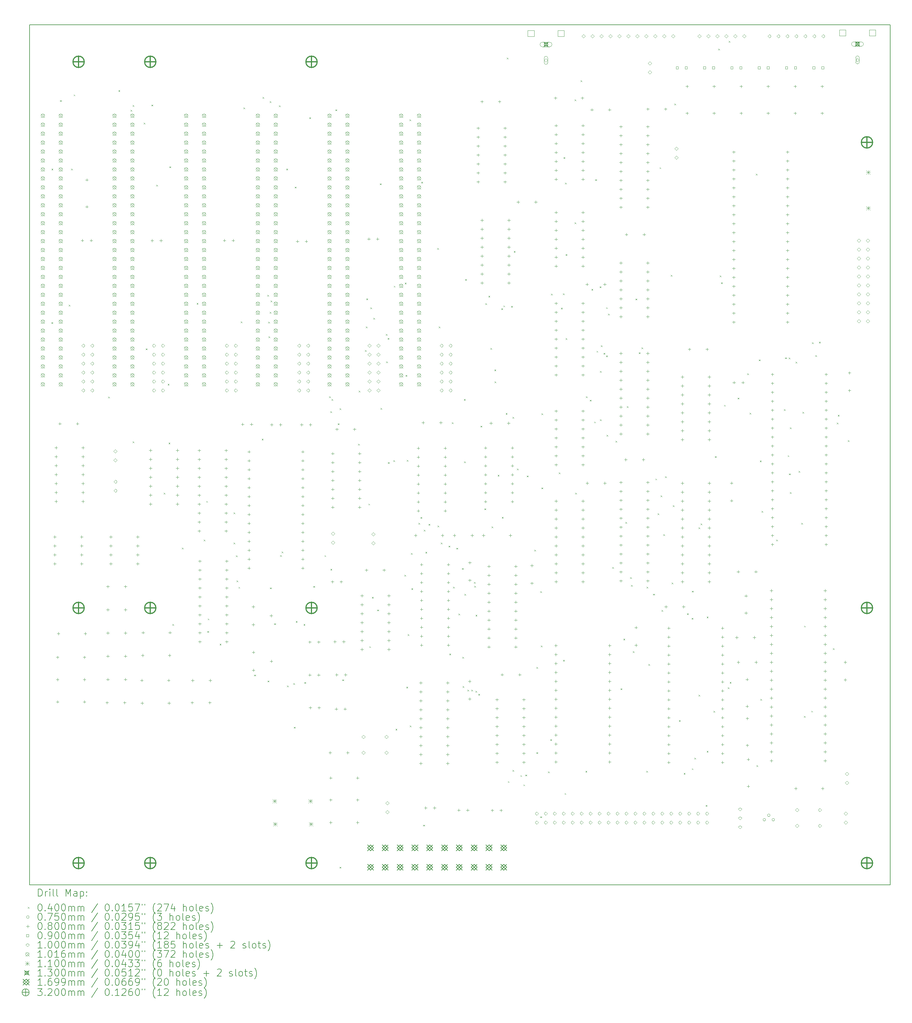
<source format=gbr>
%TF.GenerationSoftware,KiCad,Pcbnew,8.0.6*%
%TF.CreationDate,2025-06-11T07:28:04-05:00*%
%TF.ProjectId,CortexPC,436f7274-6578-4504-932e-6b696361645f,V0.5*%
%TF.SameCoordinates,Original*%
%TF.FileFunction,Drillmap*%
%TF.FilePolarity,Positive*%
%FSLAX45Y45*%
G04 Gerber Fmt 4.5, Leading zero omitted, Abs format (unit mm)*
G04 Created by KiCad (PCBNEW 8.0.6) date 2025-06-11 07:28:04*
%MOMM*%
%LPD*%
G01*
G04 APERTURE LIST*
%ADD10C,0.200000*%
%ADD11C,0.010000*%
%ADD12C,0.100000*%
%ADD13C,0.101600*%
%ADD14C,0.110000*%
%ADD15C,0.130000*%
%ADD16C,0.169926*%
%ADD17C,0.320000*%
G04 APERTURE END LIST*
D10*
X3275840Y-1965200D02*
X27675840Y-1965200D01*
X27675840Y-26365200D01*
X3275840Y-26365200D01*
X3275840Y-1965200D01*
D11*
X26236280Y-2111640D02*
X26236280Y-2281640D01*
X26236280Y-2281640D02*
X26416280Y-2281640D01*
X26416280Y-2111640D02*
X26236280Y-2111640D01*
X26416280Y-2281640D02*
X26416280Y-2111640D01*
X27086280Y-2111640D02*
X27086280Y-2281640D01*
X27086280Y-2281640D02*
X27266280Y-2281640D01*
X27266280Y-2111640D02*
X27086280Y-2111640D01*
X27266280Y-2281640D02*
X27266280Y-2111640D01*
X17404700Y-2123440D02*
X17404700Y-2293440D01*
X17404700Y-2293440D02*
X17584700Y-2293440D01*
X17584700Y-2123440D02*
X17404700Y-2123440D01*
X17584700Y-2293440D02*
X17584700Y-2123440D01*
X18254700Y-2123440D02*
X18254700Y-2293440D01*
X18254700Y-2293440D02*
X18434700Y-2293440D01*
X18434700Y-2123440D02*
X18254700Y-2123440D01*
X18434700Y-2293440D02*
X18434700Y-2123440D01*
D10*
D12*
X3894720Y-10403060D02*
X3934720Y-10443060D01*
X3934720Y-10403060D02*
X3894720Y-10443060D01*
X3902230Y-6048600D02*
X3942230Y-6088600D01*
X3942230Y-6048600D02*
X3902230Y-6088600D01*
X4141720Y-4102730D02*
X4181720Y-4142730D01*
X4181720Y-4102730D02*
X4141720Y-4142730D01*
X4390060Y-9908520D02*
X4430060Y-9948520D01*
X4430060Y-9908520D02*
X4390060Y-9948520D01*
X4454430Y-6048600D02*
X4494430Y-6088600D01*
X4494430Y-6048600D02*
X4454430Y-6088600D01*
X4528940Y-3943000D02*
X4568940Y-3983000D01*
X4568940Y-3943000D02*
X4528940Y-3983000D01*
X5505450Y-12516960D02*
X5545450Y-12556960D01*
X5545450Y-12516960D02*
X5505450Y-12556960D01*
X5797380Y-3821270D02*
X5837380Y-3861270D01*
X5837380Y-3821270D02*
X5797380Y-3861270D01*
X6138510Y-4377760D02*
X6178510Y-4417760D01*
X6178510Y-4377760D02*
X6138510Y-4417760D01*
X6199940Y-4240750D02*
X6239940Y-4280750D01*
X6239940Y-4240750D02*
X6199940Y-4280750D01*
X6199940Y-13782950D02*
X6239940Y-13822950D01*
X6239940Y-13782950D02*
X6199940Y-13822950D01*
X6513150Y-4745550D02*
X6553150Y-4785550D01*
X6553150Y-4745550D02*
X6513150Y-4785550D01*
X6573940Y-11148250D02*
X6613940Y-11188250D01*
X6613940Y-11148250D02*
X6573940Y-11188250D01*
X6732690Y-4230520D02*
X6772690Y-4270520D01*
X6772690Y-4230520D02*
X6732690Y-4270520D01*
X6868370Y-6504230D02*
X6908370Y-6544230D01*
X6908370Y-6504230D02*
X6868370Y-6544230D01*
X7079430Y-15238790D02*
X7119430Y-15278790D01*
X7119430Y-15238790D02*
X7079430Y-15278790D01*
X7196120Y-12151110D02*
X7236120Y-12191110D01*
X7236120Y-12151110D02*
X7196120Y-12191110D01*
X7220390Y-13818270D02*
X7260390Y-13858270D01*
X7260390Y-13818270D02*
X7220390Y-13858270D01*
X7242030Y-5982790D02*
X7282030Y-6022790D01*
X7282030Y-5982790D02*
X7242030Y-6022790D01*
X7325110Y-18966660D02*
X7365110Y-19006660D01*
X7365110Y-18966660D02*
X7325110Y-19006660D01*
X7598840Y-16801390D02*
X7638840Y-16841390D01*
X7638840Y-16801390D02*
X7598840Y-16841390D01*
X8015740Y-9858600D02*
X8055740Y-9898600D01*
X8055740Y-9858600D02*
X8015740Y-9898600D01*
X8215120Y-16572300D02*
X8255120Y-16612300D01*
X8255120Y-16572300D02*
X8215120Y-16612300D01*
X8286830Y-15474820D02*
X8326830Y-15514820D01*
X8326830Y-15474820D02*
X8286830Y-15514820D01*
X8317650Y-19166670D02*
X8357650Y-19206670D01*
X8357650Y-19166670D02*
X8317650Y-19206670D01*
X8329360Y-18809440D02*
X8369360Y-18849440D01*
X8369360Y-18809440D02*
X8329360Y-18849440D01*
X8668610Y-19525170D02*
X8708610Y-19565170D01*
X8708610Y-19525170D02*
X8668610Y-19565170D01*
X9060640Y-15801610D02*
X9100640Y-15841610D01*
X9100640Y-15801610D02*
X9060640Y-15841610D01*
X9060640Y-16658500D02*
X9100640Y-16698500D01*
X9100640Y-16658500D02*
X9060640Y-16698500D01*
X9132020Y-17019410D02*
X9172020Y-17059410D01*
X9172020Y-17019410D02*
X9132020Y-17059410D01*
X9145770Y-17733840D02*
X9185770Y-17773840D01*
X9185770Y-17733840D02*
X9145770Y-17773840D01*
X9200950Y-17912120D02*
X9240950Y-17952120D01*
X9240950Y-17912120D02*
X9200950Y-17952120D01*
X9266310Y-10382110D02*
X9306310Y-10422110D01*
X9306310Y-10382110D02*
X9266310Y-10422110D01*
X9344100Y-4313150D02*
X9384100Y-4353150D01*
X9384100Y-4313150D02*
X9344100Y-4353150D01*
X9648420Y-20401730D02*
X9688420Y-20441730D01*
X9688420Y-20401730D02*
X9648420Y-20441730D01*
X9861090Y-13708950D02*
X9901090Y-13748950D01*
X9901090Y-13708950D02*
X9861090Y-13748950D01*
X9880380Y-4013200D02*
X9920380Y-4053200D01*
X9920380Y-4013200D02*
X9880380Y-4053200D01*
X10018670Y-9626390D02*
X10058670Y-9666390D01*
X10058670Y-9626390D02*
X10018670Y-9666390D01*
X10027980Y-20571430D02*
X10067980Y-20611430D01*
X10067980Y-20571430D02*
X10027980Y-20611430D01*
X10047270Y-10388370D02*
X10087270Y-10428370D01*
X10087270Y-10388370D02*
X10047270Y-10428370D01*
X10051740Y-10805200D02*
X10091740Y-10845200D01*
X10091740Y-10805200D02*
X10051740Y-10845200D01*
X10084490Y-10112600D02*
X10124490Y-10152600D01*
X10124490Y-10112600D02*
X10084490Y-10152600D01*
X10088290Y-4133210D02*
X10128290Y-4173210D01*
X10128290Y-4133210D02*
X10088290Y-4173210D01*
X10097000Y-17930820D02*
X10137000Y-17970820D01*
X10137000Y-17930820D02*
X10097000Y-17970820D01*
X10110540Y-9786960D02*
X10150540Y-9826960D01*
X10150540Y-9786960D02*
X10110540Y-9826960D01*
X10215110Y-18945890D02*
X10255110Y-18985890D01*
X10255110Y-18945890D02*
X10215110Y-18985890D01*
X10350640Y-4253220D02*
X10390640Y-4293220D01*
X10390640Y-4253220D02*
X10350640Y-4293220D01*
X10384970Y-17010090D02*
X10424970Y-17050090D01*
X10424970Y-17010090D02*
X10384970Y-17050090D01*
X10425400Y-16909500D02*
X10465400Y-16949500D01*
X10465400Y-16909500D02*
X10425400Y-16949500D01*
X10556040Y-6048600D02*
X10596040Y-6088600D01*
X10596040Y-6048600D02*
X10556040Y-6088600D01*
X10576920Y-20712400D02*
X10616920Y-20752400D01*
X10616920Y-20712400D02*
X10576920Y-20752400D01*
X10753170Y-20643940D02*
X10793170Y-20683940D01*
X10793170Y-20643940D02*
X10753170Y-20683940D01*
X10772530Y-21883180D02*
X10812530Y-21923180D01*
X10812530Y-21883180D02*
X10772530Y-21923180D01*
X10799570Y-6559030D02*
X10839570Y-6599030D01*
X10839570Y-6559030D02*
X10799570Y-6599030D01*
X10828000Y-18883630D02*
X10868000Y-18923630D01*
X10868000Y-18883630D02*
X10828000Y-18923630D01*
X11048030Y-18964630D02*
X11088030Y-19004630D01*
X11088030Y-18964630D02*
X11048030Y-19004630D01*
X11067370Y-20614680D02*
X11107370Y-20654680D01*
X11107370Y-20614680D02*
X11067370Y-20654680D01*
X11207610Y-4593530D02*
X11247610Y-4633530D01*
X11247610Y-4593530D02*
X11207610Y-4633530D01*
X11323150Y-17887170D02*
X11363150Y-17927170D01*
X11363150Y-17887170D02*
X11323150Y-17927170D01*
X11640130Y-17014590D02*
X11680130Y-17054590D01*
X11680130Y-17014590D02*
X11640130Y-17054590D01*
X11772500Y-12504250D02*
X11812500Y-12544250D01*
X11812500Y-12504250D02*
X11772500Y-12544250D01*
X11806990Y-12931060D02*
X11846990Y-12971060D01*
X11846990Y-12931060D02*
X11806990Y-12971060D01*
X11809410Y-17400910D02*
X11849410Y-17440910D01*
X11849410Y-17400910D02*
X11809410Y-17440910D01*
X11840620Y-12583200D02*
X11880620Y-12623200D01*
X11880620Y-12583200D02*
X11840620Y-12623200D01*
X11949190Y-4365770D02*
X11989190Y-4405770D01*
X11989190Y-4365770D02*
X11949190Y-4405770D01*
X12016100Y-13272150D02*
X12056100Y-13312150D01*
X12056100Y-13272150D02*
X12016100Y-13312150D01*
X12069300Y-25855140D02*
X12109300Y-25895140D01*
X12109300Y-25855140D02*
X12069300Y-25895140D01*
X12069410Y-12844330D02*
X12109410Y-12884330D01*
X12109410Y-12844330D02*
X12069410Y-12884330D01*
X12142290Y-20536790D02*
X12182290Y-20576790D01*
X12182290Y-20536790D02*
X12142290Y-20576790D01*
X12591210Y-13854760D02*
X12631210Y-13894760D01*
X12631210Y-13854760D02*
X12591210Y-13894760D01*
X12610680Y-12346070D02*
X12650680Y-12386070D01*
X12650680Y-12346070D02*
X12610680Y-12386070D01*
X12786320Y-11194990D02*
X12826320Y-11234990D01*
X12826320Y-11194990D02*
X12786320Y-11234990D01*
X12814490Y-10523760D02*
X12854490Y-10563760D01*
X12854490Y-10523760D02*
X12814490Y-10563760D01*
X12826700Y-9731600D02*
X12866700Y-9771600D01*
X12866700Y-9731600D02*
X12826700Y-9771600D01*
X12885000Y-15550370D02*
X12925000Y-15590370D01*
X12925000Y-15550370D02*
X12885000Y-15590370D01*
X12911220Y-19597940D02*
X12951220Y-19637940D01*
X12951220Y-19597940D02*
X12911220Y-19637940D01*
X12942200Y-9985600D02*
X12982200Y-10025600D01*
X12982200Y-9985600D02*
X12942200Y-10025600D01*
X12985920Y-18195910D02*
X13025920Y-18235910D01*
X13025920Y-18195910D02*
X12985920Y-18235910D01*
X13023780Y-10280110D02*
X13063780Y-10320110D01*
X13063780Y-10280110D02*
X13023780Y-10320110D01*
X13136980Y-18556770D02*
X13176980Y-18596770D01*
X13176980Y-18556770D02*
X13136980Y-18596770D01*
X13211750Y-6465780D02*
X13251750Y-6505780D01*
X13251750Y-6465780D02*
X13211750Y-6505780D01*
X13226350Y-12834630D02*
X13266350Y-12874630D01*
X13266350Y-12834630D02*
X13226350Y-12874630D01*
X13382310Y-10739490D02*
X13422310Y-10779490D01*
X13422310Y-10739490D02*
X13382310Y-10779490D01*
X13391460Y-11515130D02*
X13431460Y-11555130D01*
X13431460Y-11515130D02*
X13391460Y-11555130D01*
X13427940Y-10852950D02*
X13467940Y-10892950D01*
X13467940Y-10852950D02*
X13427940Y-10892950D01*
X13439080Y-14373560D02*
X13479080Y-14413560D01*
X13479080Y-14373560D02*
X13439080Y-14413560D01*
X13593120Y-14316940D02*
X13633120Y-14356940D01*
X13633120Y-14316940D02*
X13593120Y-14356940D01*
X13603540Y-9369120D02*
X13643540Y-9409120D01*
X13643540Y-9369120D02*
X13603540Y-9409120D01*
X13654260Y-21939390D02*
X13694260Y-21979390D01*
X13694260Y-21939390D02*
X13654260Y-21979390D01*
X13904960Y-17570700D02*
X13944960Y-17610700D01*
X13944960Y-17570700D02*
X13904960Y-17610700D01*
X13918090Y-9278620D02*
X13958090Y-9318620D01*
X13958090Y-9278620D02*
X13918090Y-9318620D01*
X13936730Y-11901300D02*
X13976730Y-11941300D01*
X13976730Y-11901300D02*
X13936730Y-11941300D01*
X13959140Y-20747200D02*
X13999140Y-20787200D01*
X13999140Y-20747200D02*
X13959140Y-20787200D01*
X13971270Y-14313140D02*
X14011270Y-14353140D01*
X14011270Y-14313140D02*
X13971270Y-14353140D01*
X13998310Y-19255940D02*
X14038310Y-19295940D01*
X14038310Y-19255940D02*
X13998310Y-19295940D01*
X14047180Y-4652920D02*
X14087180Y-4692920D01*
X14087180Y-4652920D02*
X14047180Y-4692920D01*
X14056360Y-21843660D02*
X14096360Y-21883660D01*
X14096360Y-21843660D02*
X14056360Y-21883660D01*
X14088790Y-16954400D02*
X14128790Y-16994400D01*
X14128790Y-16954400D02*
X14088790Y-16994400D01*
X14104980Y-17951130D02*
X14144980Y-17991130D01*
X14144980Y-17951130D02*
X14104980Y-17991130D01*
X14301280Y-16099000D02*
X14341280Y-16139000D01*
X14341280Y-16099000D02*
X14301280Y-16139000D01*
X14361350Y-15932140D02*
X14401350Y-15972140D01*
X14401350Y-15932140D02*
X14361350Y-15972140D01*
X14382650Y-6418120D02*
X14422650Y-6458120D01*
X14422650Y-6418120D02*
X14382650Y-6458120D01*
X14437310Y-24661240D02*
X14477310Y-24701240D01*
X14477310Y-24661240D02*
X14437310Y-24701240D01*
X14458110Y-16293330D02*
X14498110Y-16333330D01*
X14498110Y-16293330D02*
X14458110Y-16333330D01*
X14501970Y-16920340D02*
X14541970Y-16960340D01*
X14541970Y-16920340D02*
X14501970Y-16960340D01*
X14592090Y-16127280D02*
X14632090Y-16167280D01*
X14632090Y-16127280D02*
X14592090Y-16167280D01*
X14833870Y-8298930D02*
X14873870Y-8338930D01*
X14873870Y-8298930D02*
X14833870Y-8338930D01*
X14847350Y-16175660D02*
X14887350Y-16215660D01*
X14887350Y-16175660D02*
X14847350Y-16215660D01*
X14875890Y-10525680D02*
X14915890Y-10565680D01*
X14915890Y-10525680D02*
X14875890Y-10565680D01*
X14938280Y-16653010D02*
X14978280Y-16693010D01*
X14978280Y-16653010D02*
X14938280Y-16693010D01*
X15160770Y-16743900D02*
X15200770Y-16783900D01*
X15200770Y-16743900D02*
X15160770Y-16783900D01*
X15180060Y-19807030D02*
X15220060Y-19847030D01*
X15220060Y-19807030D02*
X15180060Y-19847030D01*
X15248940Y-13243950D02*
X15288940Y-13283950D01*
X15288940Y-13243950D02*
X15248940Y-13283950D01*
X15283620Y-17909650D02*
X15323620Y-17949650D01*
X15323620Y-17909650D02*
X15283620Y-17949650D01*
X15380800Y-16803800D02*
X15420800Y-16843800D01*
X15420800Y-16803800D02*
X15380800Y-16843800D01*
X15440460Y-18668560D02*
X15480460Y-18708560D01*
X15480460Y-18668560D02*
X15440460Y-18708560D01*
X15536180Y-17378520D02*
X15576180Y-17418520D01*
X15576180Y-17378520D02*
X15536180Y-17418520D01*
X15549480Y-19896490D02*
X15589480Y-19936490D01*
X15589480Y-19896490D02*
X15549480Y-19936490D01*
X15554460Y-20726180D02*
X15594460Y-20766180D01*
X15594460Y-20726180D02*
X15554460Y-20766180D01*
X15595040Y-12582550D02*
X15635040Y-12622550D01*
X15635040Y-12582550D02*
X15595040Y-12622550D01*
X15596780Y-14353410D02*
X15636780Y-14393410D01*
X15636780Y-14353410D02*
X15596780Y-14393410D01*
X15608690Y-18112980D02*
X15648690Y-18152980D01*
X15648690Y-18112980D02*
X15608690Y-18152980D01*
X15627620Y-9180680D02*
X15667620Y-9220680D01*
X15667620Y-9180680D02*
X15627620Y-9220680D01*
X15692330Y-20828050D02*
X15732330Y-20868050D01*
X15732330Y-20828050D02*
X15692330Y-20868050D01*
X15800260Y-20831870D02*
X15840260Y-20871870D01*
X15840260Y-20831870D02*
X15800260Y-20871870D01*
X15878840Y-17775700D02*
X15918840Y-17815700D01*
X15918840Y-17775700D02*
X15878840Y-17815700D01*
X15889090Y-17881860D02*
X15929090Y-17921860D01*
X15929090Y-17881860D02*
X15889090Y-17921860D01*
X15921890Y-20863710D02*
X15961890Y-20903710D01*
X15961890Y-20863710D02*
X15921890Y-20903710D01*
X15925320Y-18705770D02*
X15965320Y-18745770D01*
X15965320Y-18705770D02*
X15925320Y-18745770D01*
X15999930Y-20946510D02*
X16039930Y-20986510D01*
X16039930Y-20946510D02*
X15999930Y-20986510D01*
X16062380Y-13339980D02*
X16102380Y-13379980D01*
X16102380Y-13339980D02*
X16062380Y-13379980D01*
X16175880Y-15686870D02*
X16215880Y-15726870D01*
X16215880Y-15686870D02*
X16175880Y-15726870D01*
X16197520Y-9865730D02*
X16237520Y-9905730D01*
X16237520Y-9865730D02*
X16197520Y-9905730D01*
X16287850Y-9654680D02*
X16327850Y-9694680D01*
X16327850Y-9654680D02*
X16287850Y-9694680D01*
X16343050Y-11138230D02*
X16383050Y-11178230D01*
X16383050Y-11138230D02*
X16343050Y-11178230D01*
X16376580Y-16201260D02*
X16416580Y-16241260D01*
X16416580Y-16201260D02*
X16376580Y-16241260D01*
X16457250Y-11742190D02*
X16497250Y-11782190D01*
X16497250Y-11742190D02*
X16457250Y-11782190D01*
X16459100Y-12085660D02*
X16499100Y-12125660D01*
X16499100Y-12085660D02*
X16459100Y-12125660D01*
X16550070Y-14735740D02*
X16590070Y-14775740D01*
X16590070Y-14735740D02*
X16550070Y-14775740D01*
X16651420Y-10012100D02*
X16691420Y-10052100D01*
X16691420Y-10012100D02*
X16651420Y-10052100D01*
X16670190Y-15927580D02*
X16710190Y-15967580D01*
X16710190Y-15927580D02*
X16670190Y-15967580D01*
X16710760Y-9929990D02*
X16750760Y-9969990D01*
X16750760Y-9929990D02*
X16710760Y-9969990D01*
X16779580Y-12982020D02*
X16819580Y-13022020D01*
X16819580Y-12982020D02*
X16779580Y-13022020D01*
X16811520Y-2896160D02*
X16851520Y-2936160D01*
X16851520Y-2896160D02*
X16811520Y-2936160D01*
X16838360Y-23423970D02*
X16878360Y-23463970D01*
X16878360Y-23423970D02*
X16838360Y-23463970D01*
X16931490Y-9939510D02*
X16971490Y-9979510D01*
X16971490Y-9939510D02*
X16931490Y-9979510D01*
X16969020Y-13092510D02*
X17009020Y-13132510D01*
X17009020Y-13092510D02*
X16969020Y-13132510D01*
X16969570Y-23106440D02*
X17009570Y-23146440D01*
X17009570Y-23106440D02*
X16969570Y-23146440D01*
X17007070Y-8384490D02*
X17047070Y-8424490D01*
X17047070Y-8384490D02*
X17007070Y-8424490D01*
X17099870Y-14553970D02*
X17139870Y-14593970D01*
X17139870Y-14553970D02*
X17099870Y-14593970D01*
X17193730Y-23254940D02*
X17233730Y-23294940D01*
X17233730Y-23254940D02*
X17193730Y-23294940D01*
X17279620Y-23517250D02*
X17319620Y-23557250D01*
X17319620Y-23517250D02*
X17279620Y-23557250D01*
X17333180Y-23239360D02*
X17373180Y-23279360D01*
X17373180Y-23239360D02*
X17333180Y-23279360D01*
X17377610Y-14754590D02*
X17417610Y-14794590D01*
X17417610Y-14754590D02*
X17377610Y-14794590D01*
X17589210Y-16856190D02*
X17629210Y-16896190D01*
X17629210Y-16856190D02*
X17589210Y-16896190D01*
X17648140Y-20185740D02*
X17688140Y-20225740D01*
X17688140Y-20185740D02*
X17648140Y-20225740D01*
X17648140Y-22603780D02*
X17688140Y-22643780D01*
X17688140Y-22603780D02*
X17648140Y-22643780D01*
X17756360Y-24424140D02*
X17796360Y-24464140D01*
X17796360Y-24424140D02*
X17756360Y-24464140D01*
X17759120Y-18036750D02*
X17799120Y-18076750D01*
X17799120Y-18036750D02*
X17759120Y-18076750D01*
X17773980Y-19578610D02*
X17813980Y-19618610D01*
X17813980Y-19578610D02*
X17773980Y-19618610D01*
X17789740Y-15093660D02*
X17829740Y-15133660D01*
X17829740Y-15093660D02*
X17789740Y-15133660D01*
X17792700Y-12988270D02*
X17832700Y-13028270D01*
X17832700Y-12988270D02*
X17792700Y-13028270D01*
X17980060Y-23148320D02*
X18020060Y-23188320D01*
X18020060Y-23148320D02*
X17980060Y-23188320D01*
X18041700Y-22233010D02*
X18081700Y-22273010D01*
X18081700Y-22233010D02*
X18041700Y-22273010D01*
X18061470Y-9591730D02*
X18101470Y-9631730D01*
X18101470Y-9591730D02*
X18061470Y-9631730D01*
X18283780Y-14668880D02*
X18323780Y-14708880D01*
X18323780Y-14668880D02*
X18283780Y-14708880D01*
X18345960Y-9992470D02*
X18385960Y-10032470D01*
X18385960Y-9992470D02*
X18345960Y-10032470D01*
X18402660Y-9587970D02*
X18442660Y-9627970D01*
X18442660Y-9587970D02*
X18402660Y-9627970D01*
X18404130Y-19985020D02*
X18444130Y-20025020D01*
X18444130Y-19985020D02*
X18404130Y-20025020D01*
X18420640Y-5721610D02*
X18460640Y-5761610D01*
X18460640Y-5721610D02*
X18420640Y-5761610D01*
X18446370Y-23763490D02*
X18486370Y-23803490D01*
X18486370Y-23763490D02*
X18446370Y-23803490D01*
X18459400Y-6441850D02*
X18499400Y-6481850D01*
X18499400Y-6441850D02*
X18459400Y-6481850D01*
X18476110Y-8472790D02*
X18516110Y-8512790D01*
X18516110Y-8472790D02*
X18476110Y-8512790D01*
X18479950Y-10854390D02*
X18519950Y-10894390D01*
X18519950Y-10854390D02*
X18479950Y-10894390D01*
X18729020Y-4082070D02*
X18769020Y-4122070D01*
X18769020Y-4082070D02*
X18729020Y-4122070D01*
X18730830Y-7568390D02*
X18770830Y-7608390D01*
X18770830Y-7568390D02*
X18730830Y-7608390D01*
X18750710Y-15240980D02*
X18790710Y-15280980D01*
X18790710Y-15240980D02*
X18750710Y-15280980D01*
X18901500Y-3539020D02*
X18941500Y-3579020D01*
X18941500Y-3539020D02*
X18901500Y-3579020D01*
X19039970Y-23129950D02*
X19079970Y-23169950D01*
X19079970Y-23129950D02*
X19039970Y-23169950D01*
X19050250Y-12508350D02*
X19090250Y-12548350D01*
X19090250Y-12508350D02*
X19050250Y-12548350D01*
X19160860Y-12603840D02*
X19200860Y-12643840D01*
X19200860Y-12603840D02*
X19160860Y-12643840D01*
X19208860Y-9459870D02*
X19248860Y-9499870D01*
X19248860Y-9459870D02*
X19208860Y-9499870D01*
X19284680Y-13221790D02*
X19324680Y-13261790D01*
X19324680Y-13221790D02*
X19284680Y-13261790D01*
X19315340Y-6348330D02*
X19355340Y-6388330D01*
X19355340Y-6348330D02*
X19315340Y-6388330D01*
X19353480Y-11216600D02*
X19393480Y-11256600D01*
X19393480Y-11216600D02*
X19353480Y-11256600D01*
X19440690Y-9387360D02*
X19480690Y-9427360D01*
X19480690Y-9387360D02*
X19440690Y-9427360D01*
X19447730Y-11789110D02*
X19487730Y-11829110D01*
X19487730Y-11789110D02*
X19447730Y-11829110D01*
X19449440Y-13160750D02*
X19489440Y-13200750D01*
X19489440Y-13160750D02*
X19449440Y-13200750D01*
X19475110Y-11060730D02*
X19515110Y-11100730D01*
X19515110Y-11060730D02*
X19475110Y-11100730D01*
X19550480Y-11275050D02*
X19590480Y-11315050D01*
X19590480Y-11275050D02*
X19550480Y-11315050D01*
X19623880Y-11348390D02*
X19663880Y-11388390D01*
X19663880Y-11348390D02*
X19623880Y-11388390D01*
X19625380Y-9980100D02*
X19665380Y-10020100D01*
X19665380Y-9980100D02*
X19625380Y-10020100D01*
X19637300Y-13599100D02*
X19677300Y-13639100D01*
X19677300Y-13599100D02*
X19637300Y-13639100D01*
X19681190Y-10163230D02*
X19721190Y-10203230D01*
X19721190Y-10163230D02*
X19681190Y-10203230D01*
X19799160Y-17351370D02*
X19839160Y-17391370D01*
X19839160Y-17351370D02*
X19799160Y-17391370D01*
X19889370Y-13769950D02*
X19929370Y-13809950D01*
X19929370Y-13769950D02*
X19889370Y-13809950D01*
X20033810Y-20791230D02*
X20073810Y-20831230D01*
X20073810Y-20791230D02*
X20033810Y-20831230D01*
X20115430Y-19380300D02*
X20155430Y-19420300D01*
X20155430Y-19380300D02*
X20115430Y-19420300D01*
X20171390Y-16070900D02*
X20211390Y-16110900D01*
X20211390Y-16070900D02*
X20171390Y-16110900D01*
X20211880Y-12789220D02*
X20251880Y-12829220D01*
X20251880Y-12789220D02*
X20211880Y-12829220D01*
X20307310Y-17638100D02*
X20347310Y-17678100D01*
X20347310Y-17638100D02*
X20307310Y-17678100D01*
X20330030Y-17860320D02*
X20370030Y-17900320D01*
X20370030Y-17860320D02*
X20330030Y-17900320D01*
X20379620Y-19740190D02*
X20419620Y-19780190D01*
X20419620Y-19740190D02*
X20379620Y-19780190D01*
X20456850Y-9734090D02*
X20496850Y-9774090D01*
X20496850Y-9734090D02*
X20456850Y-9774090D01*
X20549710Y-11258620D02*
X20589710Y-11298620D01*
X20589710Y-11258620D02*
X20549710Y-11298620D01*
X20628560Y-11116980D02*
X20668560Y-11156980D01*
X20668560Y-11116980D02*
X20628560Y-11156980D01*
X20763560Y-23129950D02*
X20803560Y-23169950D01*
X20803560Y-23129950D02*
X20763560Y-23169950D01*
X20772890Y-17910130D02*
X20812890Y-17950130D01*
X20812890Y-17910130D02*
X20772890Y-17950130D01*
X20822810Y-20103730D02*
X20862810Y-20143730D01*
X20862810Y-20103730D02*
X20822810Y-20143730D01*
X20960300Y-18108290D02*
X21000300Y-18148290D01*
X21000300Y-18108290D02*
X20960300Y-18148290D01*
X21020780Y-14838680D02*
X21060780Y-14878680D01*
X21060780Y-14838680D02*
X21020780Y-14878680D01*
X21083620Y-15826550D02*
X21123620Y-15866550D01*
X21123620Y-15826550D02*
X21083620Y-15866550D01*
X21138950Y-6009100D02*
X21178950Y-6049100D01*
X21178950Y-6009100D02*
X21138950Y-6049100D01*
X21170660Y-15319910D02*
X21210660Y-15359910D01*
X21210660Y-15319910D02*
X21170660Y-15359910D01*
X21196240Y-18568630D02*
X21236240Y-18608630D01*
X21236240Y-18568630D02*
X21196240Y-18608630D01*
X21246690Y-16415960D02*
X21286690Y-16455960D01*
X21286690Y-16415960D02*
X21246690Y-16455960D01*
X21298700Y-14777740D02*
X21338700Y-14817740D01*
X21338700Y-14777740D02*
X21298700Y-14817740D01*
X21455400Y-9058980D02*
X21495400Y-9098980D01*
X21495400Y-9058980D02*
X21455400Y-9098980D01*
X21479830Y-17792030D02*
X21519830Y-17832030D01*
X21519830Y-17792030D02*
X21479830Y-17832030D01*
X21514740Y-15596750D02*
X21554740Y-15636750D01*
X21554740Y-15596750D02*
X21514740Y-15636750D01*
X21561260Y-4200220D02*
X21601260Y-4240220D01*
X21601260Y-4200220D02*
X21561260Y-4240220D01*
X21691050Y-21691290D02*
X21731050Y-21731290D01*
X21731050Y-21691290D02*
X21691050Y-21731290D01*
X21824480Y-23190810D02*
X21864480Y-23230810D01*
X21864480Y-23190810D02*
X21824480Y-23230810D01*
X21918720Y-18661700D02*
X21958720Y-18701700D01*
X21958720Y-18661700D02*
X21918720Y-18701700D01*
X22049580Y-18793020D02*
X22089580Y-18833020D01*
X22089580Y-18793020D02*
X22049580Y-18833020D01*
X22053530Y-23059690D02*
X22093530Y-23099690D01*
X22093530Y-23059690D02*
X22053530Y-23099690D01*
X22057530Y-18023580D02*
X22097530Y-18063580D01*
X22097530Y-18023580D02*
X22057530Y-18063580D01*
X22126180Y-22757960D02*
X22166180Y-22797960D01*
X22166180Y-22757960D02*
X22126180Y-22797960D01*
X22244550Y-20974200D02*
X22284550Y-21014200D01*
X22284550Y-20974200D02*
X22244550Y-21014200D01*
X22245590Y-16223820D02*
X22285590Y-16263820D01*
X22285590Y-16223820D02*
X22245590Y-16263820D01*
X22306650Y-16114900D02*
X22346650Y-16154900D01*
X22346650Y-16114900D02*
X22306650Y-16154900D01*
X22446880Y-24102470D02*
X22486880Y-24142470D01*
X22486880Y-24102470D02*
X22446880Y-24142470D01*
X22476830Y-18753160D02*
X22516830Y-18793160D01*
X22516830Y-18753160D02*
X22476830Y-18793160D01*
X22476830Y-22562600D02*
X22516830Y-22602600D01*
X22516830Y-22562600D02*
X22476830Y-22602600D01*
X22668590Y-21431950D02*
X22708590Y-21471950D01*
X22708590Y-21431950D02*
X22668590Y-21471950D01*
X22707700Y-14203570D02*
X22747700Y-14243570D01*
X22747700Y-14203570D02*
X22707700Y-14243570D01*
X22805730Y-2645780D02*
X22845730Y-2685780D01*
X22845730Y-2645780D02*
X22805730Y-2685780D01*
X22845010Y-9075640D02*
X22885010Y-9115640D01*
X22885010Y-9075640D02*
X22845010Y-9115640D01*
X22884430Y-9274800D02*
X22924430Y-9314800D01*
X22924430Y-9274800D02*
X22884430Y-9314800D01*
X22968950Y-12747850D02*
X23008950Y-12787850D01*
X23008950Y-12747850D02*
X22968950Y-12787850D01*
X23073490Y-20760150D02*
X23113490Y-20800150D01*
X23113490Y-20760150D02*
X23073490Y-20800150D01*
X23099880Y-2420770D02*
X23139880Y-2460770D01*
X23139880Y-2420770D02*
X23099880Y-2460770D01*
X23129110Y-20610670D02*
X23169110Y-20650670D01*
X23169110Y-20610670D02*
X23129110Y-20650670D01*
X23356850Y-12546270D02*
X23396850Y-12586270D01*
X23396850Y-12546270D02*
X23356850Y-12586270D01*
X23623180Y-11855130D02*
X23663180Y-11895130D01*
X23663180Y-11855130D02*
X23623180Y-11895130D01*
X23690810Y-12969650D02*
X23730810Y-13009650D01*
X23730810Y-12969650D02*
X23690810Y-13009650D01*
X23872460Y-6190300D02*
X23912460Y-6230300D01*
X23912460Y-6190300D02*
X23872460Y-6230300D01*
X23888110Y-22971440D02*
X23928110Y-23011440D01*
X23928110Y-22971440D02*
X23888110Y-23011440D01*
X23952950Y-11460270D02*
X23992950Y-11500270D01*
X23992950Y-11460270D02*
X23952950Y-11500270D01*
X23984350Y-14325580D02*
X24024350Y-14365580D01*
X24024350Y-14325580D02*
X23984350Y-14365580D01*
X24000210Y-21092480D02*
X24040210Y-21132480D01*
X24040210Y-21092480D02*
X24000210Y-21132480D01*
X24031950Y-15755270D02*
X24071950Y-15795270D01*
X24071950Y-15755270D02*
X24031950Y-15795270D01*
X24448630Y-16570150D02*
X24488630Y-16610150D01*
X24488630Y-16570150D02*
X24448630Y-16610150D01*
X24666520Y-12869830D02*
X24706520Y-12909830D01*
X24706520Y-12869830D02*
X24666520Y-12909830D01*
X24697290Y-11402260D02*
X24737290Y-11442260D01*
X24737290Y-11402260D02*
X24697290Y-11442260D01*
X24771030Y-14179390D02*
X24811030Y-14219390D01*
X24811030Y-14179390D02*
X24771030Y-14219390D01*
X24803070Y-11404270D02*
X24843070Y-11444270D01*
X24843070Y-11404270D02*
X24803070Y-11444270D01*
X24808720Y-14694930D02*
X24848720Y-14734930D01*
X24848720Y-14694930D02*
X24808720Y-14734930D01*
X24833770Y-15225040D02*
X24873770Y-15265040D01*
X24873770Y-15225040D02*
X24833770Y-15265040D01*
X24833960Y-13386120D02*
X24873960Y-13426120D01*
X24873960Y-13386120D02*
X24833960Y-13426120D01*
X24997760Y-11522070D02*
X25037760Y-11562070D01*
X25037760Y-11522070D02*
X24997760Y-11562070D01*
X25080560Y-14620740D02*
X25120560Y-14660740D01*
X25120560Y-14620740D02*
X25080560Y-14660740D01*
X25159480Y-16099870D02*
X25199480Y-16139870D01*
X25199480Y-16099870D02*
X25159480Y-16139870D01*
X25192380Y-12945170D02*
X25232380Y-12985170D01*
X25232380Y-12945170D02*
X25192380Y-12985170D01*
X25231530Y-21577140D02*
X25271530Y-21617140D01*
X25271530Y-21577140D02*
X25231530Y-21617140D01*
X25238720Y-19012660D02*
X25278720Y-19052660D01*
X25278720Y-19012660D02*
X25238720Y-19052660D01*
X25441920Y-21427760D02*
X25481920Y-21467760D01*
X25481920Y-21427760D02*
X25441920Y-21467760D01*
X25461930Y-10973920D02*
X25501930Y-11013920D01*
X25501930Y-10973920D02*
X25461930Y-11013920D01*
X25553350Y-11338560D02*
X25593350Y-11378560D01*
X25593350Y-11338560D02*
X25553350Y-11378560D01*
X25660730Y-10959150D02*
X25700730Y-10999150D01*
X25700730Y-10959150D02*
X25660730Y-10999150D01*
X26057090Y-19651910D02*
X26097090Y-19691910D01*
X26097090Y-19651910D02*
X26057090Y-19691910D01*
X26163040Y-13251560D02*
X26203040Y-13291560D01*
X26203040Y-13251560D02*
X26163040Y-13291560D01*
X26193260Y-13029520D02*
X26233260Y-13069520D01*
X26233260Y-13029520D02*
X26193260Y-13069520D01*
X26475820Y-13753780D02*
X26515820Y-13793780D01*
X26515820Y-13753780D02*
X26475820Y-13793780D01*
X24147180Y-24518620D02*
G75*
G02*
X24072180Y-24518620I-37500J0D01*
G01*
X24072180Y-24518620D02*
G75*
G02*
X24147180Y-24518620I37500J0D01*
G01*
X24274180Y-24391620D02*
G75*
G02*
X24199180Y-24391620I-37500J0D01*
G01*
X24199180Y-24391620D02*
G75*
G02*
X24274180Y-24391620I37500J0D01*
G01*
X24401180Y-24518620D02*
G75*
G02*
X24326180Y-24518620I-37500J0D01*
G01*
X24326180Y-24518620D02*
G75*
G02*
X24401180Y-24518620I37500J0D01*
G01*
X3991340Y-16451770D02*
X3991340Y-16531770D01*
X3951340Y-16491770D02*
X4031340Y-16491770D01*
X3991340Y-16705770D02*
X3991340Y-16785770D01*
X3951340Y-16745770D02*
X4031340Y-16745770D01*
X3991340Y-16959770D02*
X3991340Y-17039770D01*
X3951340Y-16999770D02*
X4031340Y-16999770D01*
X3991340Y-17213770D02*
X3991340Y-17293770D01*
X3951340Y-17253770D02*
X4031340Y-17253770D01*
X4028440Y-13922380D02*
X4028440Y-14002380D01*
X3988440Y-13962380D02*
X4068440Y-13962380D01*
X4028440Y-14176380D02*
X4028440Y-14256380D01*
X3988440Y-14216380D02*
X4068440Y-14216380D01*
X4028440Y-14430380D02*
X4028440Y-14510380D01*
X3988440Y-14470380D02*
X4068440Y-14470380D01*
X4028440Y-14684380D02*
X4028440Y-14764380D01*
X3988440Y-14724380D02*
X4068440Y-14724380D01*
X4028440Y-14938380D02*
X4028440Y-15018380D01*
X3988440Y-14978380D02*
X4068440Y-14978380D01*
X4028440Y-15192380D02*
X4028440Y-15272380D01*
X3988440Y-15232380D02*
X4068440Y-15232380D01*
X4028440Y-15446380D02*
X4028440Y-15526380D01*
X3988440Y-15486380D02*
X4068440Y-15486380D01*
X4071620Y-19868520D02*
X4071620Y-19948520D01*
X4031620Y-19908520D02*
X4111620Y-19908520D01*
X4071620Y-20500980D02*
X4071620Y-20580980D01*
X4031620Y-20540980D02*
X4111620Y-20540980D01*
X4071620Y-21133440D02*
X4071620Y-21213440D01*
X4031620Y-21173440D02*
X4111620Y-21173440D01*
X4097020Y-19197080D02*
X4097020Y-19277080D01*
X4057020Y-19237080D02*
X4137020Y-19237080D01*
X4135500Y-13241660D02*
X4135500Y-13321660D01*
X4095500Y-13281660D02*
X4175500Y-13281660D01*
X4635500Y-13241660D02*
X4635500Y-13321660D01*
X4595500Y-13281660D02*
X4675500Y-13281660D01*
X4753340Y-16451770D02*
X4753340Y-16531770D01*
X4713340Y-16491770D02*
X4793340Y-16491770D01*
X4753340Y-16705770D02*
X4753340Y-16785770D01*
X4713340Y-16745770D02*
X4793340Y-16745770D01*
X4753340Y-16959770D02*
X4753340Y-17039770D01*
X4713340Y-16999770D02*
X4793340Y-16999770D01*
X4753340Y-17213770D02*
X4753340Y-17293770D01*
X4713340Y-17253770D02*
X4793340Y-17253770D01*
X4774520Y-8044120D02*
X4774520Y-8124120D01*
X4734520Y-8084120D02*
X4814520Y-8084120D01*
X4790440Y-13922380D02*
X4790440Y-14002380D01*
X4750440Y-13962380D02*
X4830440Y-13962380D01*
X4790440Y-14176380D02*
X4790440Y-14256380D01*
X4750440Y-14216380D02*
X4830440Y-14216380D01*
X4790440Y-14430380D02*
X4790440Y-14510380D01*
X4750440Y-14470380D02*
X4830440Y-14470380D01*
X4790440Y-14684380D02*
X4790440Y-14764380D01*
X4750440Y-14724380D02*
X4830440Y-14724380D01*
X4790440Y-14938380D02*
X4790440Y-15018380D01*
X4750440Y-14978380D02*
X4830440Y-14978380D01*
X4790440Y-15192380D02*
X4790440Y-15272380D01*
X4750440Y-15232380D02*
X4830440Y-15232380D01*
X4790440Y-15446380D02*
X4790440Y-15526380D01*
X4750440Y-15486380D02*
X4830440Y-15486380D01*
X4833620Y-19868520D02*
X4833620Y-19948520D01*
X4793620Y-19908520D02*
X4873620Y-19908520D01*
X4833620Y-20500980D02*
X4833620Y-20580980D01*
X4793620Y-20540980D02*
X4873620Y-20540980D01*
X4833620Y-21133440D02*
X4833620Y-21213440D01*
X4793620Y-21173440D02*
X4873620Y-21173440D01*
X4859020Y-19197080D02*
X4859020Y-19277080D01*
X4819020Y-19237080D02*
X4899020Y-19237080D01*
X4899660Y-6325240D02*
X4899660Y-6405240D01*
X4859660Y-6365240D02*
X4939660Y-6365240D01*
X4899660Y-7087240D02*
X4899660Y-7167240D01*
X4859660Y-7127240D02*
X4939660Y-7127240D01*
X5024520Y-8044120D02*
X5024520Y-8124120D01*
X4984520Y-8084120D02*
X5064520Y-8084120D01*
X5474080Y-21156300D02*
X5474080Y-21236300D01*
X5434080Y-21196300D02*
X5514080Y-21196300D01*
X5496940Y-17861300D02*
X5496940Y-17941300D01*
X5456940Y-17901300D02*
X5536940Y-17901300D01*
X5496940Y-18520300D02*
X5496940Y-18600300D01*
X5456940Y-18560300D02*
X5536940Y-18560300D01*
X5496940Y-19179300D02*
X5496940Y-19259300D01*
X5456940Y-19219300D02*
X5536940Y-19219300D01*
X5496940Y-19838300D02*
X5496940Y-19918300D01*
X5456940Y-19878300D02*
X5536940Y-19878300D01*
X5496940Y-20497300D02*
X5496940Y-20577300D01*
X5456940Y-20537300D02*
X5536940Y-20537300D01*
X5580380Y-16454760D02*
X5580380Y-16534760D01*
X5540380Y-16494760D02*
X5620380Y-16494760D01*
X5580380Y-16708760D02*
X5580380Y-16788760D01*
X5540380Y-16748760D02*
X5620380Y-16748760D01*
X5580380Y-16962760D02*
X5580380Y-17042760D01*
X5540380Y-17002760D02*
X5620380Y-17002760D01*
X5580380Y-17216760D02*
X5580380Y-17296760D01*
X5540380Y-17256760D02*
X5620380Y-17256760D01*
X5974080Y-21156300D02*
X5974080Y-21236300D01*
X5934080Y-21196300D02*
X6014080Y-21196300D01*
X5996940Y-17861300D02*
X5996940Y-17941300D01*
X5956940Y-17901300D02*
X6036940Y-17901300D01*
X5996940Y-18520300D02*
X5996940Y-18600300D01*
X5956940Y-18560300D02*
X6036940Y-18560300D01*
X5996940Y-19179300D02*
X5996940Y-19259300D01*
X5956940Y-19219300D02*
X6036940Y-19219300D01*
X5996940Y-19838300D02*
X5996940Y-19918300D01*
X5956940Y-19878300D02*
X6036940Y-19878300D01*
X5996940Y-20497300D02*
X5996940Y-20577300D01*
X5956940Y-20537300D02*
X6036940Y-20537300D01*
X6342380Y-16454760D02*
X6342380Y-16534760D01*
X6302380Y-16494760D02*
X6382380Y-16494760D01*
X6342380Y-16708760D02*
X6342380Y-16788760D01*
X6302380Y-16748760D02*
X6382380Y-16748760D01*
X6342380Y-16962760D02*
X6342380Y-17042760D01*
X6302380Y-17002760D02*
X6382380Y-17002760D01*
X6342380Y-17216760D02*
X6342380Y-17296760D01*
X6302380Y-17256760D02*
X6382380Y-17256760D01*
X6459220Y-20523840D02*
X6459220Y-20603840D01*
X6419220Y-20563840D02*
X6499220Y-20563840D01*
X6471920Y-21169000D02*
X6471920Y-21249000D01*
X6431920Y-21209000D02*
X6511920Y-21209000D01*
X6484620Y-19815180D02*
X6484620Y-19895180D01*
X6444620Y-19855180D02*
X6524620Y-19855180D01*
X6497320Y-19167480D02*
X6497320Y-19247480D01*
X6457320Y-19207480D02*
X6537320Y-19207480D01*
X6705600Y-13998580D02*
X6705600Y-14078580D01*
X6665600Y-14038580D02*
X6745600Y-14038580D01*
X6705600Y-14252580D02*
X6705600Y-14332580D01*
X6665600Y-14292580D02*
X6745600Y-14292580D01*
X6705600Y-14506580D02*
X6705600Y-14586580D01*
X6665600Y-14546580D02*
X6745600Y-14546580D01*
X6705600Y-14760580D02*
X6705600Y-14840580D01*
X6665600Y-14800580D02*
X6745600Y-14800580D01*
X6705600Y-15014580D02*
X6705600Y-15094580D01*
X6665600Y-15054580D02*
X6745600Y-15054580D01*
X6705600Y-15268580D02*
X6705600Y-15348580D01*
X6665600Y-15308580D02*
X6745600Y-15308580D01*
X6705600Y-15522580D02*
X6705600Y-15602580D01*
X6665600Y-15562580D02*
X6745600Y-15562580D01*
X6752780Y-8044820D02*
X6752780Y-8124820D01*
X6712780Y-8084820D02*
X6792780Y-8084820D01*
X7002780Y-8044820D02*
X7002780Y-8124820D01*
X6962780Y-8084820D02*
X7042780Y-8084820D01*
X7221220Y-20523840D02*
X7221220Y-20603840D01*
X7181220Y-20563840D02*
X7261220Y-20563840D01*
X7233920Y-21169000D02*
X7233920Y-21249000D01*
X7193920Y-21209000D02*
X7273920Y-21209000D01*
X7246620Y-19815180D02*
X7246620Y-19895180D01*
X7206620Y-19855180D02*
X7286620Y-19855180D01*
X7259320Y-19167480D02*
X7259320Y-19247480D01*
X7219320Y-19207480D02*
X7299320Y-19207480D01*
X7467600Y-13998580D02*
X7467600Y-14078580D01*
X7427600Y-14038580D02*
X7507600Y-14038580D01*
X7467600Y-14252580D02*
X7467600Y-14332580D01*
X7427600Y-14292580D02*
X7507600Y-14292580D01*
X7467600Y-14506580D02*
X7467600Y-14586580D01*
X7427600Y-14546580D02*
X7507600Y-14546580D01*
X7467600Y-14760580D02*
X7467600Y-14840580D01*
X7427600Y-14800580D02*
X7507600Y-14800580D01*
X7467600Y-15014580D02*
X7467600Y-15094580D01*
X7427600Y-15054580D02*
X7507600Y-15054580D01*
X7467600Y-15268580D02*
X7467600Y-15348580D01*
X7427600Y-15308580D02*
X7507600Y-15308580D01*
X7467600Y-15522580D02*
X7467600Y-15602580D01*
X7427600Y-15562580D02*
X7507600Y-15562580D01*
X7887080Y-21156300D02*
X7887080Y-21236300D01*
X7847080Y-21196300D02*
X7927080Y-21196300D01*
X7899400Y-20527780D02*
X7899400Y-20607780D01*
X7859400Y-20567780D02*
X7939400Y-20567780D01*
X8087360Y-14001120D02*
X8087360Y-14081120D01*
X8047360Y-14041120D02*
X8127360Y-14041120D01*
X8087360Y-14255120D02*
X8087360Y-14335120D01*
X8047360Y-14295120D02*
X8127360Y-14295120D01*
X8087360Y-14509120D02*
X8087360Y-14589120D01*
X8047360Y-14549120D02*
X8127360Y-14549120D01*
X8087360Y-14763120D02*
X8087360Y-14843120D01*
X8047360Y-14803120D02*
X8127360Y-14803120D01*
X8087360Y-15017120D02*
X8087360Y-15097120D01*
X8047360Y-15057120D02*
X8127360Y-15057120D01*
X8087360Y-15271120D02*
X8087360Y-15351120D01*
X8047360Y-15311120D02*
X8127360Y-15311120D01*
X8087360Y-15525120D02*
X8087360Y-15605120D01*
X8047360Y-15565120D02*
X8127360Y-15565120D01*
X8087360Y-15779120D02*
X8087360Y-15859120D01*
X8047360Y-15819120D02*
X8127360Y-15819120D01*
X8087360Y-16033120D02*
X8087360Y-16113120D01*
X8047360Y-16073120D02*
X8127360Y-16073120D01*
X8087360Y-16287120D02*
X8087360Y-16367120D01*
X8047360Y-16327120D02*
X8127360Y-16327120D01*
X8105140Y-17143100D02*
X8105140Y-17223100D01*
X8065140Y-17183100D02*
X8145140Y-17183100D01*
X8105140Y-17397100D02*
X8105140Y-17477100D01*
X8065140Y-17437100D02*
X8145140Y-17437100D01*
X8105140Y-17651100D02*
X8105140Y-17731100D01*
X8065140Y-17691100D02*
X8145140Y-17691100D01*
X8105140Y-17905100D02*
X8105140Y-17985100D01*
X8065140Y-17945100D02*
X8145140Y-17945100D01*
X8105140Y-18159100D02*
X8105140Y-18239100D01*
X8065140Y-18199100D02*
X8145140Y-18199100D01*
X8105140Y-18413100D02*
X8105140Y-18493100D01*
X8065140Y-18453100D02*
X8145140Y-18453100D01*
X8105140Y-18667100D02*
X8105140Y-18747100D01*
X8065140Y-18707100D02*
X8145140Y-18707100D01*
X8105140Y-18921100D02*
X8105140Y-19001100D01*
X8065140Y-18961100D02*
X8145140Y-18961100D01*
X8105140Y-19175100D02*
X8105140Y-19255100D01*
X8065140Y-19215100D02*
X8145140Y-19215100D01*
X8105140Y-19429100D02*
X8105140Y-19509100D01*
X8065140Y-19469100D02*
X8145140Y-19469100D01*
X8387080Y-21156300D02*
X8387080Y-21236300D01*
X8347080Y-21196300D02*
X8427080Y-21196300D01*
X8399400Y-20527780D02*
X8399400Y-20607780D01*
X8359400Y-20567780D02*
X8439400Y-20567780D01*
X8800420Y-8044120D02*
X8800420Y-8124120D01*
X8760420Y-8084120D02*
X8840420Y-8084120D01*
X8849360Y-14001120D02*
X8849360Y-14081120D01*
X8809360Y-14041120D02*
X8889360Y-14041120D01*
X8849360Y-14255120D02*
X8849360Y-14335120D01*
X8809360Y-14295120D02*
X8889360Y-14295120D01*
X8849360Y-14509120D02*
X8849360Y-14589120D01*
X8809360Y-14549120D02*
X8889360Y-14549120D01*
X8849360Y-14763120D02*
X8849360Y-14843120D01*
X8809360Y-14803120D02*
X8889360Y-14803120D01*
X8849360Y-15017120D02*
X8849360Y-15097120D01*
X8809360Y-15057120D02*
X8889360Y-15057120D01*
X8849360Y-15271120D02*
X8849360Y-15351120D01*
X8809360Y-15311120D02*
X8889360Y-15311120D01*
X8849360Y-15525120D02*
X8849360Y-15605120D01*
X8809360Y-15565120D02*
X8889360Y-15565120D01*
X8849360Y-15779120D02*
X8849360Y-15859120D01*
X8809360Y-15819120D02*
X8889360Y-15819120D01*
X8849360Y-16033120D02*
X8849360Y-16113120D01*
X8809360Y-16073120D02*
X8889360Y-16073120D01*
X8849360Y-16287120D02*
X8849360Y-16367120D01*
X8809360Y-16327120D02*
X8889360Y-16327120D01*
X8867140Y-17143100D02*
X8867140Y-17223100D01*
X8827140Y-17183100D02*
X8907140Y-17183100D01*
X8867140Y-17397100D02*
X8867140Y-17477100D01*
X8827140Y-17437100D02*
X8907140Y-17437100D01*
X8867140Y-17651100D02*
X8867140Y-17731100D01*
X8827140Y-17691100D02*
X8907140Y-17691100D01*
X8867140Y-17905100D02*
X8867140Y-17985100D01*
X8827140Y-17945100D02*
X8907140Y-17945100D01*
X8867140Y-18159100D02*
X8867140Y-18239100D01*
X8827140Y-18199100D02*
X8907140Y-18199100D01*
X8867140Y-18413100D02*
X8867140Y-18493100D01*
X8827140Y-18453100D02*
X8907140Y-18453100D01*
X8867140Y-18667100D02*
X8867140Y-18747100D01*
X8827140Y-18707100D02*
X8907140Y-18707100D01*
X8867140Y-18921100D02*
X8867140Y-19001100D01*
X8827140Y-18961100D02*
X8907140Y-18961100D01*
X8867140Y-19175100D02*
X8867140Y-19255100D01*
X8827140Y-19215100D02*
X8907140Y-19215100D01*
X8867140Y-19429100D02*
X8867140Y-19509100D01*
X8827140Y-19469100D02*
X8907140Y-19469100D01*
X9050420Y-8044120D02*
X9050420Y-8124120D01*
X9010420Y-8084120D02*
X9090420Y-8084120D01*
X9318180Y-13259440D02*
X9318180Y-13339440D01*
X9278180Y-13299440D02*
X9358180Y-13299440D01*
X9497060Y-14036680D02*
X9497060Y-14116680D01*
X9457060Y-14076680D02*
X9537060Y-14076680D01*
X9497060Y-14290680D02*
X9497060Y-14370680D01*
X9457060Y-14330680D02*
X9537060Y-14330680D01*
X9497060Y-14544680D02*
X9497060Y-14624680D01*
X9457060Y-14584680D02*
X9537060Y-14584680D01*
X9497060Y-14798680D02*
X9497060Y-14878680D01*
X9457060Y-14838680D02*
X9537060Y-14838680D01*
X9497060Y-15052680D02*
X9497060Y-15132680D01*
X9457060Y-15092680D02*
X9537060Y-15092680D01*
X9497060Y-15306680D02*
X9497060Y-15386680D01*
X9457060Y-15346680D02*
X9537060Y-15346680D01*
X9497060Y-15560680D02*
X9497060Y-15640680D01*
X9457060Y-15600680D02*
X9537060Y-15600680D01*
X9497060Y-15814680D02*
X9497060Y-15894680D01*
X9457060Y-15854680D02*
X9537060Y-15854680D01*
X9497060Y-16068680D02*
X9497060Y-16148680D01*
X9457060Y-16108680D02*
X9537060Y-16108680D01*
X9497060Y-16322680D02*
X9497060Y-16402680D01*
X9457060Y-16362680D02*
X9537060Y-16362680D01*
X9497060Y-16576680D02*
X9497060Y-16656680D01*
X9457060Y-16616680D02*
X9537060Y-16616680D01*
X9497060Y-16830680D02*
X9497060Y-16910680D01*
X9457060Y-16870680D02*
X9537060Y-16870680D01*
X9497060Y-17084680D02*
X9497060Y-17164680D01*
X9457060Y-17124680D02*
X9537060Y-17124680D01*
X9497060Y-17338680D02*
X9497060Y-17418680D01*
X9457060Y-17378680D02*
X9537060Y-17378680D01*
X9568180Y-13259440D02*
X9568180Y-13339440D01*
X9528180Y-13299440D02*
X9608180Y-13299440D01*
X9621520Y-18433420D02*
X9621520Y-18513420D01*
X9581520Y-18473420D02*
X9661520Y-18473420D01*
X9621520Y-18941420D02*
X9621520Y-19021420D01*
X9581520Y-18981420D02*
X9661520Y-18981420D01*
X9624060Y-19726280D02*
X9624060Y-19806280D01*
X9584060Y-19766280D02*
X9664060Y-19766280D01*
X9624060Y-20234280D02*
X9624060Y-20314280D01*
X9584060Y-20274280D02*
X9664060Y-20274280D01*
X10129520Y-18687420D02*
X10129520Y-18767420D01*
X10089520Y-18727420D02*
X10169520Y-18727420D01*
X10132060Y-19980280D02*
X10132060Y-20060280D01*
X10092060Y-20020280D02*
X10172060Y-20020280D01*
X10142220Y-13269600D02*
X10142220Y-13349600D01*
X10102220Y-13309600D02*
X10182220Y-13309600D01*
X10392220Y-13269600D02*
X10392220Y-13349600D01*
X10352220Y-13309600D02*
X10432220Y-13309600D01*
X10872660Y-8067680D02*
X10872660Y-8147680D01*
X10832660Y-8107680D02*
X10912660Y-8107680D01*
X10990580Y-13269600D02*
X10990580Y-13349600D01*
X10950580Y-13309600D02*
X11030580Y-13309600D01*
X11021060Y-14036680D02*
X11021060Y-14116680D01*
X10981060Y-14076680D02*
X11061060Y-14076680D01*
X11021060Y-14290680D02*
X11021060Y-14370680D01*
X10981060Y-14330680D02*
X11061060Y-14330680D01*
X11021060Y-14544680D02*
X11021060Y-14624680D01*
X10981060Y-14584680D02*
X11061060Y-14584680D01*
X11021060Y-14798680D02*
X11021060Y-14878680D01*
X10981060Y-14838680D02*
X11061060Y-14838680D01*
X11021060Y-15052680D02*
X11021060Y-15132680D01*
X10981060Y-15092680D02*
X11061060Y-15092680D01*
X11021060Y-15306680D02*
X11021060Y-15386680D01*
X10981060Y-15346680D02*
X11061060Y-15346680D01*
X11021060Y-15560680D02*
X11021060Y-15640680D01*
X10981060Y-15600680D02*
X11061060Y-15600680D01*
X11021060Y-15814680D02*
X11021060Y-15894680D01*
X10981060Y-15854680D02*
X11061060Y-15854680D01*
X11021060Y-16068680D02*
X11021060Y-16148680D01*
X10981060Y-16108680D02*
X11061060Y-16108680D01*
X11021060Y-16322680D02*
X11021060Y-16402680D01*
X10981060Y-16362680D02*
X11061060Y-16362680D01*
X11021060Y-16576680D02*
X11021060Y-16656680D01*
X10981060Y-16616680D02*
X11061060Y-16616680D01*
X11021060Y-16830680D02*
X11021060Y-16910680D01*
X10981060Y-16870680D02*
X11061060Y-16870680D01*
X11021060Y-17084680D02*
X11021060Y-17164680D01*
X10981060Y-17124680D02*
X11061060Y-17124680D01*
X11021060Y-17338680D02*
X11021060Y-17418680D01*
X10981060Y-17378680D02*
X11061060Y-17378680D01*
X11122660Y-8067680D02*
X11122660Y-8147680D01*
X11082660Y-8107680D02*
X11162660Y-8107680D01*
X11223180Y-19436720D02*
X11223180Y-19516720D01*
X11183180Y-19476720D02*
X11263180Y-19476720D01*
X11223180Y-20371760D02*
X11223180Y-20451760D01*
X11183180Y-20411760D02*
X11263180Y-20411760D01*
X11235880Y-21298540D02*
X11235880Y-21378540D01*
X11195880Y-21338540D02*
X11275880Y-21338540D01*
X11240580Y-13269600D02*
X11240580Y-13349600D01*
X11200580Y-13309600D02*
X11280580Y-13309600D01*
X11473180Y-19436720D02*
X11473180Y-19516720D01*
X11433180Y-19476720D02*
X11513180Y-19476720D01*
X11473180Y-20371760D02*
X11473180Y-20451760D01*
X11433180Y-20411760D02*
X11513180Y-20411760D01*
X11485880Y-21298540D02*
X11485880Y-21378540D01*
X11445880Y-21338540D02*
X11525880Y-21338540D01*
X11797820Y-22573480D02*
X11797820Y-22653480D01*
X11757820Y-22613480D02*
X11837820Y-22613480D01*
X11816080Y-23292440D02*
X11816080Y-23372440D01*
X11776080Y-23332440D02*
X11856080Y-23332440D01*
X11816080Y-23914740D02*
X11816080Y-23994740D01*
X11776080Y-23954740D02*
X11856080Y-23954740D01*
X11816080Y-24554820D02*
X11816080Y-24634820D01*
X11776080Y-24594820D02*
X11856080Y-24594820D01*
X11861800Y-17727300D02*
X11861800Y-17807300D01*
X11821800Y-17767300D02*
X11901800Y-17767300D01*
X11871960Y-14087480D02*
X11871960Y-14167480D01*
X11831960Y-14127480D02*
X11911960Y-14127480D01*
X11871960Y-14341480D02*
X11871960Y-14421480D01*
X11831960Y-14381480D02*
X11911960Y-14381480D01*
X11871960Y-14595480D02*
X11871960Y-14675480D01*
X11831960Y-14635480D02*
X11911960Y-14635480D01*
X11871960Y-14849480D02*
X11871960Y-14929480D01*
X11831960Y-14889480D02*
X11911960Y-14889480D01*
X11871960Y-15103480D02*
X11871960Y-15183480D01*
X11831960Y-15143480D02*
X11911960Y-15143480D01*
X11871960Y-15357480D02*
X11871960Y-15437480D01*
X11831960Y-15397480D02*
X11911960Y-15397480D01*
X11871960Y-15611480D02*
X11871960Y-15691480D01*
X11831960Y-15651480D02*
X11911960Y-15651480D01*
X11934380Y-19424020D02*
X11934380Y-19504020D01*
X11894380Y-19464020D02*
X11974380Y-19464020D01*
X11972480Y-21336640D02*
X11972480Y-21416640D01*
X11932480Y-21376640D02*
X12012480Y-21376640D01*
X11985180Y-20366360D02*
X11985180Y-20446360D01*
X11945180Y-20406360D02*
X12025180Y-20406360D01*
X11989180Y-13399140D02*
X11989180Y-13479140D01*
X11949180Y-13439140D02*
X12029180Y-13439140D01*
X12111800Y-17727300D02*
X12111800Y-17807300D01*
X12071800Y-17767300D02*
X12151800Y-17767300D01*
X12184380Y-19424020D02*
X12184380Y-19504020D01*
X12144380Y-19464020D02*
X12224380Y-19464020D01*
X12222480Y-21336640D02*
X12222480Y-21416640D01*
X12182480Y-21376640D02*
X12262480Y-21376640D01*
X12235180Y-20366360D02*
X12235180Y-20446360D01*
X12195180Y-20406360D02*
X12275180Y-20406360D01*
X12297820Y-22573480D02*
X12297820Y-22653480D01*
X12257820Y-22613480D02*
X12337820Y-22613480D01*
X12489180Y-13399140D02*
X12489180Y-13479140D01*
X12449180Y-13439140D02*
X12529180Y-13439140D01*
X12578080Y-23292440D02*
X12578080Y-23372440D01*
X12538080Y-23332440D02*
X12618080Y-23332440D01*
X12578080Y-23914740D02*
X12578080Y-23994740D01*
X12538080Y-23954740D02*
X12618080Y-23954740D01*
X12578080Y-24554820D02*
X12578080Y-24634820D01*
X12538080Y-24594820D02*
X12618080Y-24594820D01*
X12633960Y-14087480D02*
X12633960Y-14167480D01*
X12593960Y-14127480D02*
X12673960Y-14127480D01*
X12633960Y-14341480D02*
X12633960Y-14421480D01*
X12593960Y-14381480D02*
X12673960Y-14381480D01*
X12633960Y-14595480D02*
X12633960Y-14675480D01*
X12593960Y-14635480D02*
X12673960Y-14635480D01*
X12633960Y-14849480D02*
X12633960Y-14929480D01*
X12593960Y-14889480D02*
X12673960Y-14889480D01*
X12633960Y-15103480D02*
X12633960Y-15183480D01*
X12593960Y-15143480D02*
X12673960Y-15143480D01*
X12633960Y-15357480D02*
X12633960Y-15437480D01*
X12593960Y-15397480D02*
X12673960Y-15397480D01*
X12633960Y-15611480D02*
X12633960Y-15691480D01*
X12593960Y-15651480D02*
X12673960Y-15651480D01*
X12702540Y-18121000D02*
X12702540Y-18201000D01*
X12662540Y-18161000D02*
X12742540Y-18161000D01*
X12702540Y-18375000D02*
X12702540Y-18455000D01*
X12662540Y-18415000D02*
X12742540Y-18415000D01*
X12702540Y-18629000D02*
X12702540Y-18709000D01*
X12662540Y-18669000D02*
X12742540Y-18669000D01*
X12702540Y-18883000D02*
X12702540Y-18963000D01*
X12662540Y-18923000D02*
X12742540Y-18923000D01*
X12702540Y-19137000D02*
X12702540Y-19217000D01*
X12662540Y-19177000D02*
X12742540Y-19177000D01*
X12702540Y-19391000D02*
X12702540Y-19471000D01*
X12662540Y-19431000D02*
X12742540Y-19431000D01*
X12702540Y-19645000D02*
X12702540Y-19725000D01*
X12662540Y-19685000D02*
X12742540Y-19685000D01*
X12829920Y-17397100D02*
X12829920Y-17477100D01*
X12789920Y-17437100D02*
X12869920Y-17437100D01*
X12894500Y-8001640D02*
X12894500Y-8081640D01*
X12854500Y-8041640D02*
X12934500Y-8041640D01*
X13144500Y-8001640D02*
X13144500Y-8081640D01*
X13104500Y-8041640D02*
X13184500Y-8041640D01*
X13329920Y-17397100D02*
X13329920Y-17477100D01*
X13289920Y-17437100D02*
X13369920Y-17437100D01*
X13464540Y-18121000D02*
X13464540Y-18201000D01*
X13424540Y-18161000D02*
X13504540Y-18161000D01*
X13464540Y-18375000D02*
X13464540Y-18455000D01*
X13424540Y-18415000D02*
X13504540Y-18415000D01*
X13464540Y-18629000D02*
X13464540Y-18709000D01*
X13424540Y-18669000D02*
X13504540Y-18669000D01*
X13464540Y-18883000D02*
X13464540Y-18963000D01*
X13424540Y-18923000D02*
X13504540Y-18923000D01*
X13464540Y-19137000D02*
X13464540Y-19217000D01*
X13424540Y-19177000D02*
X13504540Y-19177000D01*
X13464540Y-19391000D02*
X13464540Y-19471000D01*
X13424540Y-19431000D02*
X13504540Y-19431000D01*
X13464540Y-19645000D02*
X13464540Y-19725000D01*
X13424540Y-19685000D02*
X13504540Y-19685000D01*
X14221460Y-16411580D02*
X14221460Y-16491580D01*
X14181460Y-16451580D02*
X14261460Y-16451580D01*
X14297660Y-13935080D02*
X14297660Y-14015080D01*
X14257660Y-13975080D02*
X14337660Y-13975080D01*
X14297660Y-14189080D02*
X14297660Y-14269080D01*
X14257660Y-14229080D02*
X14337660Y-14229080D01*
X14297660Y-14443080D02*
X14297660Y-14523080D01*
X14257660Y-14483080D02*
X14337660Y-14483080D01*
X14297660Y-14697080D02*
X14297660Y-14777080D01*
X14257660Y-14737080D02*
X14337660Y-14737080D01*
X14297660Y-14951080D02*
X14297660Y-15031080D01*
X14257660Y-14991080D02*
X14337660Y-14991080D01*
X14297660Y-15205080D02*
X14297660Y-15285080D01*
X14257660Y-15245080D02*
X14337660Y-15245080D01*
X14297660Y-15459080D02*
X14297660Y-15539080D01*
X14257660Y-15499080D02*
X14337660Y-15499080D01*
X14297660Y-15713080D02*
X14297660Y-15793080D01*
X14257660Y-15753080D02*
X14337660Y-15753080D01*
X14368780Y-20594960D02*
X14368780Y-20674960D01*
X14328780Y-20634960D02*
X14408780Y-20634960D01*
X14368780Y-20848960D02*
X14368780Y-20928960D01*
X14328780Y-20888960D02*
X14408780Y-20888960D01*
X14368780Y-21102960D02*
X14368780Y-21182960D01*
X14328780Y-21142960D02*
X14408780Y-21142960D01*
X14368780Y-21356960D02*
X14368780Y-21436960D01*
X14328780Y-21396960D02*
X14408780Y-21396960D01*
X14368780Y-21610960D02*
X14368780Y-21690960D01*
X14328780Y-21650960D02*
X14408780Y-21650960D01*
X14368780Y-21864960D02*
X14368780Y-21944960D01*
X14328780Y-21904960D02*
X14408780Y-21904960D01*
X14368780Y-22118960D02*
X14368780Y-22198960D01*
X14328780Y-22158960D02*
X14408780Y-22158960D01*
X14368780Y-22372960D02*
X14368780Y-22452960D01*
X14328780Y-22412960D02*
X14408780Y-22412960D01*
X14368780Y-22626960D02*
X14368780Y-22706960D01*
X14328780Y-22666960D02*
X14408780Y-22666960D01*
X14368780Y-22880960D02*
X14368780Y-22960960D01*
X14328780Y-22920960D02*
X14408780Y-22920960D01*
X14389100Y-17237080D02*
X14389100Y-17317080D01*
X14349100Y-17277080D02*
X14429100Y-17277080D01*
X14389100Y-17491080D02*
X14389100Y-17571080D01*
X14349100Y-17531080D02*
X14429100Y-17531080D01*
X14389100Y-17745080D02*
X14389100Y-17825080D01*
X14349100Y-17785080D02*
X14429100Y-17785080D01*
X14389100Y-17999080D02*
X14389100Y-18079080D01*
X14349100Y-18039080D02*
X14429100Y-18039080D01*
X14389100Y-18253080D02*
X14389100Y-18333080D01*
X14349100Y-18293080D02*
X14429100Y-18293080D01*
X14389100Y-18507080D02*
X14389100Y-18587080D01*
X14349100Y-18547080D02*
X14429100Y-18547080D01*
X14389100Y-18761080D02*
X14389100Y-18841080D01*
X14349100Y-18801080D02*
X14429100Y-18801080D01*
X14389100Y-19015080D02*
X14389100Y-19095080D01*
X14349100Y-19055080D02*
X14429100Y-19055080D01*
X14389100Y-19269080D02*
X14389100Y-19349080D01*
X14349100Y-19309080D02*
X14429100Y-19309080D01*
X14389100Y-19523080D02*
X14389100Y-19603080D01*
X14349100Y-19563080D02*
X14429100Y-19563080D01*
X14435200Y-13211180D02*
X14435200Y-13291180D01*
X14395200Y-13251180D02*
X14475200Y-13251180D01*
X14507800Y-24142640D02*
X14507800Y-24222640D01*
X14467800Y-24182640D02*
X14547800Y-24182640D01*
X14757800Y-24142640D02*
X14757800Y-24222640D01*
X14717800Y-24182640D02*
X14797800Y-24182640D01*
X14935200Y-13211180D02*
X14935200Y-13291180D01*
X14895200Y-13251180D02*
X14975200Y-13251180D01*
X14983460Y-16411580D02*
X14983460Y-16491580D01*
X14943460Y-16451580D02*
X15023460Y-16451580D01*
X15059660Y-13935080D02*
X15059660Y-14015080D01*
X15019660Y-13975080D02*
X15099660Y-13975080D01*
X15059660Y-14189080D02*
X15059660Y-14269080D01*
X15019660Y-14229080D02*
X15099660Y-14229080D01*
X15059660Y-14443080D02*
X15059660Y-14523080D01*
X15019660Y-14483080D02*
X15099660Y-14483080D01*
X15059660Y-14697080D02*
X15059660Y-14777080D01*
X15019660Y-14737080D02*
X15099660Y-14737080D01*
X15059660Y-14951080D02*
X15059660Y-15031080D01*
X15019660Y-14991080D02*
X15099660Y-14991080D01*
X15059660Y-15205080D02*
X15059660Y-15285080D01*
X15019660Y-15245080D02*
X15099660Y-15245080D01*
X15059660Y-15459080D02*
X15059660Y-15539080D01*
X15019660Y-15499080D02*
X15099660Y-15499080D01*
X15059660Y-15713080D02*
X15059660Y-15793080D01*
X15019660Y-15753080D02*
X15099660Y-15753080D01*
X15130780Y-20594960D02*
X15130780Y-20674960D01*
X15090780Y-20634960D02*
X15170780Y-20634960D01*
X15130780Y-20848960D02*
X15130780Y-20928960D01*
X15090780Y-20888960D02*
X15170780Y-20888960D01*
X15130780Y-21102960D02*
X15130780Y-21182960D01*
X15090780Y-21142960D02*
X15170780Y-21142960D01*
X15130780Y-21356960D02*
X15130780Y-21436960D01*
X15090780Y-21396960D02*
X15170780Y-21396960D01*
X15130780Y-21610960D02*
X15130780Y-21690960D01*
X15090780Y-21650960D02*
X15170780Y-21650960D01*
X15130780Y-21864960D02*
X15130780Y-21944960D01*
X15090780Y-21904960D02*
X15170780Y-21904960D01*
X15130780Y-22118960D02*
X15130780Y-22198960D01*
X15090780Y-22158960D02*
X15170780Y-22158960D01*
X15130780Y-22372960D02*
X15130780Y-22452960D01*
X15090780Y-22412960D02*
X15170780Y-22412960D01*
X15130780Y-22626960D02*
X15130780Y-22706960D01*
X15090780Y-22666960D02*
X15170780Y-22666960D01*
X15130780Y-22880960D02*
X15130780Y-22960960D01*
X15090780Y-22920960D02*
X15170780Y-22920960D01*
X15151100Y-17237080D02*
X15151100Y-17317080D01*
X15111100Y-17277080D02*
X15191100Y-17277080D01*
X15151100Y-17491080D02*
X15151100Y-17571080D01*
X15111100Y-17531080D02*
X15191100Y-17531080D01*
X15151100Y-17745080D02*
X15151100Y-17825080D01*
X15111100Y-17785080D02*
X15191100Y-17785080D01*
X15151100Y-17999080D02*
X15151100Y-18079080D01*
X15111100Y-18039080D02*
X15191100Y-18039080D01*
X15151100Y-18253080D02*
X15151100Y-18333080D01*
X15111100Y-18293080D02*
X15191100Y-18293080D01*
X15151100Y-18507080D02*
X15151100Y-18587080D01*
X15111100Y-18547080D02*
X15191100Y-18547080D01*
X15151100Y-18761080D02*
X15151100Y-18841080D01*
X15111100Y-18801080D02*
X15191100Y-18801080D01*
X15151100Y-19015080D02*
X15151100Y-19095080D01*
X15111100Y-19055080D02*
X15191100Y-19055080D01*
X15151100Y-19269080D02*
X15151100Y-19349080D01*
X15111100Y-19309080D02*
X15191100Y-19309080D01*
X15151100Y-19523080D02*
X15151100Y-19603080D01*
X15111100Y-19563080D02*
X15191100Y-19563080D01*
X15324200Y-16411580D02*
X15324200Y-16491580D01*
X15284200Y-16451580D02*
X15364200Y-16451580D01*
X15447200Y-24206840D02*
X15447200Y-24286840D01*
X15407200Y-24246840D02*
X15487200Y-24246840D01*
X15697200Y-24206840D02*
X15697200Y-24286840D01*
X15657200Y-24246840D02*
X15737200Y-24246840D01*
X15755620Y-20552160D02*
X15755620Y-20632160D01*
X15715620Y-20592160D02*
X15795620Y-20592160D01*
X15755620Y-21052160D02*
X15755620Y-21132160D01*
X15715620Y-21092160D02*
X15795620Y-21092160D01*
X15758160Y-17183740D02*
X15758160Y-17263740D01*
X15718160Y-17223740D02*
X15798160Y-17223740D01*
X15758160Y-17683740D02*
X15758160Y-17763740D01*
X15718160Y-17723740D02*
X15798160Y-17723740D01*
X15824200Y-16411580D02*
X15824200Y-16491580D01*
X15784200Y-16451580D02*
X15864200Y-16451580D01*
X15996920Y-4857120D02*
X15996920Y-4937120D01*
X15956920Y-4897120D02*
X16036920Y-4897120D01*
X15996920Y-5111120D02*
X15996920Y-5191120D01*
X15956920Y-5151120D02*
X16036920Y-5151120D01*
X15996920Y-5365120D02*
X15996920Y-5445120D01*
X15956920Y-5405120D02*
X16036920Y-5405120D01*
X15996920Y-5619120D02*
X15996920Y-5699120D01*
X15956920Y-5659120D02*
X16036920Y-5659120D01*
X15996920Y-5873120D02*
X15996920Y-5953120D01*
X15956920Y-5913120D02*
X16036920Y-5913120D01*
X15996920Y-6127120D02*
X15996920Y-6207120D01*
X15956920Y-6167120D02*
X16036920Y-6167120D01*
X15996920Y-6381120D02*
X15996920Y-6461120D01*
X15956920Y-6421120D02*
X16036920Y-6421120D01*
X16101440Y-4102740D02*
X16101440Y-4182740D01*
X16061440Y-4142740D02*
X16141440Y-4142740D01*
X16103600Y-7470780D02*
X16103600Y-7550780D01*
X16063600Y-7510780D02*
X16143600Y-7510780D01*
X16103600Y-7724780D02*
X16103600Y-7804780D01*
X16063600Y-7764780D02*
X16143600Y-7764780D01*
X16103600Y-7978780D02*
X16103600Y-8058780D01*
X16063600Y-8018780D02*
X16143600Y-8018780D01*
X16103600Y-8232780D02*
X16103600Y-8312780D01*
X16063600Y-8272780D02*
X16143600Y-8272780D01*
X16103600Y-8486780D02*
X16103600Y-8566780D01*
X16063600Y-8526780D02*
X16143600Y-8526780D01*
X16103600Y-8740780D02*
X16103600Y-8820780D01*
X16063600Y-8780780D02*
X16143600Y-8780780D01*
X16103600Y-8994780D02*
X16103600Y-9074780D01*
X16063600Y-9034780D02*
X16143600Y-9034780D01*
X16103600Y-9248780D02*
X16103600Y-9328780D01*
X16063600Y-9288780D02*
X16143600Y-9288780D01*
X16146780Y-16411580D02*
X16146780Y-16491580D01*
X16106780Y-16451580D02*
X16186780Y-16451580D01*
X16202660Y-13927460D02*
X16202660Y-14007460D01*
X16162660Y-13967460D02*
X16242660Y-13967460D01*
X16202660Y-14181460D02*
X16202660Y-14261460D01*
X16162660Y-14221460D02*
X16242660Y-14221460D01*
X16202660Y-14435460D02*
X16202660Y-14515460D01*
X16162660Y-14475460D02*
X16242660Y-14475460D01*
X16202660Y-14689460D02*
X16202660Y-14769460D01*
X16162660Y-14729460D02*
X16242660Y-14729460D01*
X16202660Y-14943460D02*
X16202660Y-15023460D01*
X16162660Y-14983460D02*
X16242660Y-14983460D01*
X16202660Y-15197460D02*
X16202660Y-15277460D01*
X16162660Y-15237460D02*
X16242660Y-15237460D01*
X16202660Y-15451460D02*
X16202660Y-15531460D01*
X16162660Y-15491460D02*
X16242660Y-15491460D01*
X16299180Y-17287880D02*
X16299180Y-17367880D01*
X16259180Y-17327880D02*
X16339180Y-17327880D01*
X16299180Y-17541880D02*
X16299180Y-17621880D01*
X16259180Y-17581880D02*
X16339180Y-17581880D01*
X16299180Y-17795880D02*
X16299180Y-17875880D01*
X16259180Y-17835880D02*
X16339180Y-17835880D01*
X16299180Y-18049880D02*
X16299180Y-18129880D01*
X16259180Y-18089880D02*
X16339180Y-18089880D01*
X16299180Y-18303880D02*
X16299180Y-18383880D01*
X16259180Y-18343880D02*
X16339180Y-18343880D01*
X16299180Y-18557880D02*
X16299180Y-18637880D01*
X16259180Y-18597880D02*
X16339180Y-18597880D01*
X16299180Y-18811880D02*
X16299180Y-18891880D01*
X16259180Y-18851880D02*
X16339180Y-18851880D01*
X16299180Y-19065880D02*
X16299180Y-19145880D01*
X16259180Y-19105880D02*
X16339180Y-19105880D01*
X16299180Y-19319880D02*
X16299180Y-19399880D01*
X16259180Y-19359880D02*
X16339180Y-19359880D01*
X16299180Y-19573880D02*
X16299180Y-19653880D01*
X16259180Y-19613880D02*
X16339180Y-19613880D01*
X16360520Y-13226420D02*
X16360520Y-13306420D01*
X16320520Y-13266420D02*
X16400520Y-13266420D01*
X16395020Y-24211220D02*
X16395020Y-24291220D01*
X16355020Y-24251220D02*
X16435020Y-24251220D01*
X16527780Y-21069940D02*
X16527780Y-21149940D01*
X16487780Y-21109940D02*
X16567780Y-21109940D01*
X16527780Y-21323940D02*
X16527780Y-21403940D01*
X16487780Y-21363940D02*
X16567780Y-21363940D01*
X16527780Y-21577940D02*
X16527780Y-21657940D01*
X16487780Y-21617940D02*
X16567780Y-21617940D01*
X16527780Y-21831940D02*
X16527780Y-21911940D01*
X16487780Y-21871940D02*
X16567780Y-21871940D01*
X16527780Y-22085940D02*
X16527780Y-22165940D01*
X16487780Y-22125940D02*
X16567780Y-22125940D01*
X16527780Y-22339940D02*
X16527780Y-22419940D01*
X16487780Y-22379940D02*
X16567780Y-22379940D01*
X16527780Y-22593940D02*
X16527780Y-22673940D01*
X16487780Y-22633940D02*
X16567780Y-22633940D01*
X16527780Y-22847940D02*
X16527780Y-22927940D01*
X16487780Y-22887940D02*
X16567780Y-22887940D01*
X16601440Y-4102740D02*
X16601440Y-4182740D01*
X16561440Y-4142740D02*
X16641440Y-4142740D01*
X16645020Y-24211220D02*
X16645020Y-24291220D01*
X16605020Y-24251220D02*
X16685020Y-24251220D01*
X16675480Y-20361280D02*
X16675480Y-20441280D01*
X16635480Y-20401280D02*
X16715480Y-20401280D01*
X16758920Y-4857120D02*
X16758920Y-4937120D01*
X16718920Y-4897120D02*
X16798920Y-4897120D01*
X16758920Y-5111120D02*
X16758920Y-5191120D01*
X16718920Y-5151120D02*
X16798920Y-5151120D01*
X16758920Y-5365120D02*
X16758920Y-5445120D01*
X16718920Y-5405120D02*
X16798920Y-5405120D01*
X16758920Y-5619120D02*
X16758920Y-5699120D01*
X16718920Y-5659120D02*
X16798920Y-5659120D01*
X16758920Y-5873120D02*
X16758920Y-5953120D01*
X16718920Y-5913120D02*
X16798920Y-5913120D01*
X16758920Y-6127120D02*
X16758920Y-6207120D01*
X16718920Y-6167120D02*
X16798920Y-6167120D01*
X16758920Y-6381120D02*
X16758920Y-6461120D01*
X16718920Y-6421120D02*
X16798920Y-6421120D01*
X16860520Y-13226420D02*
X16860520Y-13306420D01*
X16820520Y-13266420D02*
X16900520Y-13266420D01*
X16865600Y-7470780D02*
X16865600Y-7550780D01*
X16825600Y-7510780D02*
X16905600Y-7510780D01*
X16865600Y-7724780D02*
X16865600Y-7804780D01*
X16825600Y-7764780D02*
X16905600Y-7764780D01*
X16865600Y-7978780D02*
X16865600Y-8058780D01*
X16825600Y-8018780D02*
X16905600Y-8018780D01*
X16865600Y-8232780D02*
X16865600Y-8312780D01*
X16825600Y-8272780D02*
X16905600Y-8272780D01*
X16865600Y-8486780D02*
X16865600Y-8566780D01*
X16825600Y-8526780D02*
X16905600Y-8526780D01*
X16865600Y-8740780D02*
X16865600Y-8820780D01*
X16825600Y-8780780D02*
X16905600Y-8780780D01*
X16865600Y-8994780D02*
X16865600Y-9074780D01*
X16825600Y-9034780D02*
X16905600Y-9034780D01*
X16865600Y-9248780D02*
X16865600Y-9328780D01*
X16825600Y-9288780D02*
X16905600Y-9288780D01*
X16908780Y-16411580D02*
X16908780Y-16491580D01*
X16868780Y-16451580D02*
X16948780Y-16451580D01*
X16964660Y-13927460D02*
X16964660Y-14007460D01*
X16924660Y-13967460D02*
X17004660Y-13967460D01*
X16964660Y-14181460D02*
X16964660Y-14261460D01*
X16924660Y-14221460D02*
X17004660Y-14221460D01*
X16964660Y-14435460D02*
X16964660Y-14515460D01*
X16924660Y-14475460D02*
X17004660Y-14475460D01*
X16964660Y-14689460D02*
X16964660Y-14769460D01*
X16924660Y-14729460D02*
X17004660Y-14729460D01*
X16964660Y-14943460D02*
X16964660Y-15023460D01*
X16924660Y-14983460D02*
X17004660Y-14983460D01*
X16964660Y-15197460D02*
X16964660Y-15277460D01*
X16924660Y-15237460D02*
X17004660Y-15237460D01*
X16964660Y-15451460D02*
X16964660Y-15531460D01*
X16924660Y-15491460D02*
X17004660Y-15491460D01*
X17061180Y-17287880D02*
X17061180Y-17367880D01*
X17021180Y-17327880D02*
X17101180Y-17327880D01*
X17061180Y-17541880D02*
X17061180Y-17621880D01*
X17021180Y-17581880D02*
X17101180Y-17581880D01*
X17061180Y-17795880D02*
X17061180Y-17875880D01*
X17021180Y-17835880D02*
X17101180Y-17835880D01*
X17061180Y-18049880D02*
X17061180Y-18129880D01*
X17021180Y-18089880D02*
X17101180Y-18089880D01*
X17061180Y-18303880D02*
X17061180Y-18383880D01*
X17021180Y-18343880D02*
X17101180Y-18343880D01*
X17061180Y-18557880D02*
X17061180Y-18637880D01*
X17021180Y-18597880D02*
X17101180Y-18597880D01*
X17061180Y-18811880D02*
X17061180Y-18891880D01*
X17021180Y-18851880D02*
X17101180Y-18851880D01*
X17061180Y-19065880D02*
X17061180Y-19145880D01*
X17021180Y-19105880D02*
X17101180Y-19105880D01*
X17061180Y-19319880D02*
X17061180Y-19399880D01*
X17021180Y-19359880D02*
X17101180Y-19359880D01*
X17061180Y-19573880D02*
X17061180Y-19653880D01*
X17021180Y-19613880D02*
X17101180Y-19613880D01*
X17130140Y-6952620D02*
X17130140Y-7032620D01*
X17090140Y-6992620D02*
X17170140Y-6992620D01*
X17175480Y-20361280D02*
X17175480Y-20441280D01*
X17135480Y-20401280D02*
X17215480Y-20401280D01*
X17289780Y-21069940D02*
X17289780Y-21149940D01*
X17249780Y-21109940D02*
X17329780Y-21109940D01*
X17289780Y-21323940D02*
X17289780Y-21403940D01*
X17249780Y-21363940D02*
X17329780Y-21363940D01*
X17289780Y-21577940D02*
X17289780Y-21657940D01*
X17249780Y-21617940D02*
X17329780Y-21617940D01*
X17289780Y-21831940D02*
X17289780Y-21911940D01*
X17249780Y-21871940D02*
X17329780Y-21871940D01*
X17289780Y-22085940D02*
X17289780Y-22165940D01*
X17249780Y-22125940D02*
X17329780Y-22125940D01*
X17289780Y-22339940D02*
X17289780Y-22419940D01*
X17249780Y-22379940D02*
X17329780Y-22379940D01*
X17289780Y-22593940D02*
X17289780Y-22673940D01*
X17249780Y-22633940D02*
X17329780Y-22633940D01*
X17289780Y-22847940D02*
X17289780Y-22927940D01*
X17249780Y-22887940D02*
X17329780Y-22887940D01*
X17518380Y-17267940D02*
X17518380Y-17347940D01*
X17478380Y-17307940D02*
X17558380Y-17307940D01*
X17518380Y-17767940D02*
X17518380Y-17847940D01*
X17478380Y-17807940D02*
X17558380Y-17807940D01*
X17630140Y-6952620D02*
X17630140Y-7032620D01*
X17590140Y-6992620D02*
X17670140Y-6992620D01*
X18186400Y-4001140D02*
X18186400Y-4081140D01*
X18146400Y-4041140D02*
X18226400Y-4041140D01*
X18199100Y-19535780D02*
X18199100Y-19615780D01*
X18159100Y-19575780D02*
X18239100Y-19575780D01*
X18199100Y-19789780D02*
X18199100Y-19869780D01*
X18159100Y-19829780D02*
X18239100Y-19829780D01*
X18199100Y-20043780D02*
X18199100Y-20123780D01*
X18159100Y-20083780D02*
X18239100Y-20083780D01*
X18199100Y-20297780D02*
X18199100Y-20377780D01*
X18159100Y-20337780D02*
X18239100Y-20337780D01*
X18199100Y-20551780D02*
X18199100Y-20631780D01*
X18159100Y-20591780D02*
X18239100Y-20591780D01*
X18199100Y-20805780D02*
X18199100Y-20885780D01*
X18159100Y-20845780D02*
X18239100Y-20845780D01*
X18199100Y-21059780D02*
X18199100Y-21139780D01*
X18159100Y-21099780D02*
X18239100Y-21099780D01*
X18199100Y-21313780D02*
X18199100Y-21393780D01*
X18159100Y-21353780D02*
X18239100Y-21353780D01*
X18199100Y-21567780D02*
X18199100Y-21647780D01*
X18159100Y-21607780D02*
X18239100Y-21607780D01*
X18199100Y-21821780D02*
X18199100Y-21901780D01*
X18159100Y-21861780D02*
X18239100Y-21861780D01*
X18199100Y-22075780D02*
X18199100Y-22155780D01*
X18159100Y-22115780D02*
X18239100Y-22115780D01*
X18199100Y-22329780D02*
X18199100Y-22409780D01*
X18159100Y-22369780D02*
X18239100Y-22369780D01*
X18199100Y-22583780D02*
X18199100Y-22663780D01*
X18159100Y-22623780D02*
X18239100Y-22623780D01*
X18199100Y-22837780D02*
X18199100Y-22917780D01*
X18159100Y-22877780D02*
X18239100Y-22877780D01*
X18206720Y-4783460D02*
X18206720Y-4863460D01*
X18166720Y-4823460D02*
X18246720Y-4823460D01*
X18206720Y-5037460D02*
X18206720Y-5117460D01*
X18166720Y-5077460D02*
X18246720Y-5077460D01*
X18206720Y-5291460D02*
X18206720Y-5371460D01*
X18166720Y-5331460D02*
X18246720Y-5331460D01*
X18206720Y-5545460D02*
X18206720Y-5625460D01*
X18166720Y-5585460D02*
X18246720Y-5585460D01*
X18206720Y-5799460D02*
X18206720Y-5879460D01*
X18166720Y-5839460D02*
X18246720Y-5839460D01*
X18206720Y-6053460D02*
X18206720Y-6133460D01*
X18166720Y-6093460D02*
X18246720Y-6093460D01*
X18206720Y-6307460D02*
X18206720Y-6387460D01*
X18166720Y-6347460D02*
X18246720Y-6347460D01*
X18206720Y-7247260D02*
X18206720Y-7327260D01*
X18166720Y-7287260D02*
X18246720Y-7287260D01*
X18206720Y-7501260D02*
X18206720Y-7581260D01*
X18166720Y-7541260D02*
X18246720Y-7541260D01*
X18206720Y-7755260D02*
X18206720Y-7835260D01*
X18166720Y-7795260D02*
X18246720Y-7795260D01*
X18206720Y-8009260D02*
X18206720Y-8089260D01*
X18166720Y-8049260D02*
X18246720Y-8049260D01*
X18206720Y-8263260D02*
X18206720Y-8343260D01*
X18166720Y-8303260D02*
X18246720Y-8303260D01*
X18206720Y-8517260D02*
X18206720Y-8597260D01*
X18166720Y-8557260D02*
X18246720Y-8557260D01*
X18206720Y-8771260D02*
X18206720Y-8851260D01*
X18166720Y-8811260D02*
X18246720Y-8811260D01*
X18206720Y-9827900D02*
X18206720Y-9907900D01*
X18166720Y-9867900D02*
X18246720Y-9867900D01*
X18206720Y-10081900D02*
X18206720Y-10161900D01*
X18166720Y-10121900D02*
X18246720Y-10121900D01*
X18206720Y-10335900D02*
X18206720Y-10415900D01*
X18166720Y-10375900D02*
X18246720Y-10375900D01*
X18206720Y-10589900D02*
X18206720Y-10669900D01*
X18166720Y-10629900D02*
X18246720Y-10629900D01*
X18206720Y-10843900D02*
X18206720Y-10923900D01*
X18166720Y-10883900D02*
X18246720Y-10883900D01*
X18206720Y-11097900D02*
X18206720Y-11177900D01*
X18166720Y-11137900D02*
X18246720Y-11137900D01*
X18206720Y-11351900D02*
X18206720Y-11431900D01*
X18166720Y-11391900D02*
X18246720Y-11391900D01*
X18206720Y-11605900D02*
X18206720Y-11685900D01*
X18166720Y-11645900D02*
X18246720Y-11645900D01*
X18206720Y-11859900D02*
X18206720Y-11939900D01*
X18166720Y-11899900D02*
X18246720Y-11899900D01*
X18206720Y-12883520D02*
X18206720Y-12963520D01*
X18166720Y-12923520D02*
X18246720Y-12923520D01*
X18206720Y-13137520D02*
X18206720Y-13217520D01*
X18166720Y-13177520D02*
X18246720Y-13177520D01*
X18206720Y-13391520D02*
X18206720Y-13471520D01*
X18166720Y-13431520D02*
X18246720Y-13431520D01*
X18206720Y-13645520D02*
X18206720Y-13725520D01*
X18166720Y-13685520D02*
X18246720Y-13685520D01*
X18206720Y-13899520D02*
X18206720Y-13979520D01*
X18166720Y-13939520D02*
X18246720Y-13939520D01*
X18206720Y-14153520D02*
X18206720Y-14233520D01*
X18166720Y-14193520D02*
X18246720Y-14193520D01*
X18206720Y-14407520D02*
X18206720Y-14487520D01*
X18166720Y-14447520D02*
X18246720Y-14447520D01*
X18206720Y-15438760D02*
X18206720Y-15518760D01*
X18166720Y-15478760D02*
X18246720Y-15478760D01*
X18206720Y-15692760D02*
X18206720Y-15772760D01*
X18166720Y-15732760D02*
X18246720Y-15732760D01*
X18206720Y-15946760D02*
X18206720Y-16026760D01*
X18166720Y-15986760D02*
X18246720Y-15986760D01*
X18206720Y-16200760D02*
X18206720Y-16280760D01*
X18166720Y-16240760D02*
X18246720Y-16240760D01*
X18206720Y-16454760D02*
X18206720Y-16534760D01*
X18166720Y-16494760D02*
X18246720Y-16494760D01*
X18206720Y-16708760D02*
X18206720Y-16788760D01*
X18166720Y-16748760D02*
X18246720Y-16748760D01*
X18206720Y-16962760D02*
X18206720Y-17042760D01*
X18166720Y-17002760D02*
X18246720Y-17002760D01*
X18206720Y-17216760D02*
X18206720Y-17296760D01*
X18166720Y-17256760D02*
X18246720Y-17256760D01*
X18206720Y-17470760D02*
X18206720Y-17550760D01*
X18166720Y-17510760D02*
X18246720Y-17510760D01*
X18206720Y-17724760D02*
X18206720Y-17804760D01*
X18166720Y-17764760D02*
X18246720Y-17764760D01*
X18948400Y-4001140D02*
X18948400Y-4081140D01*
X18908400Y-4041140D02*
X18988400Y-4041140D01*
X18968720Y-4783460D02*
X18968720Y-4863460D01*
X18928720Y-4823460D02*
X19008720Y-4823460D01*
X18968720Y-5037460D02*
X18968720Y-5117460D01*
X18928720Y-5077460D02*
X19008720Y-5077460D01*
X18968720Y-5291460D02*
X18968720Y-5371460D01*
X18928720Y-5331460D02*
X19008720Y-5331460D01*
X18968720Y-5545460D02*
X18968720Y-5625460D01*
X18928720Y-5585460D02*
X19008720Y-5585460D01*
X18968720Y-5799460D02*
X18968720Y-5879460D01*
X18928720Y-5839460D02*
X19008720Y-5839460D01*
X18968720Y-6053460D02*
X18968720Y-6133460D01*
X18928720Y-6093460D02*
X19008720Y-6093460D01*
X18968720Y-6307460D02*
X18968720Y-6387460D01*
X18928720Y-6347460D02*
X19008720Y-6347460D01*
X18968720Y-7247260D02*
X18968720Y-7327260D01*
X18928720Y-7287260D02*
X19008720Y-7287260D01*
X18968720Y-7501260D02*
X18968720Y-7581260D01*
X18928720Y-7541260D02*
X19008720Y-7541260D01*
X18968720Y-7755260D02*
X18968720Y-7835260D01*
X18928720Y-7795260D02*
X19008720Y-7795260D01*
X18968720Y-8009260D02*
X18968720Y-8089260D01*
X18928720Y-8049260D02*
X19008720Y-8049260D01*
X18968720Y-8263260D02*
X18968720Y-8343260D01*
X18928720Y-8303260D02*
X19008720Y-8303260D01*
X18968720Y-8517260D02*
X18968720Y-8597260D01*
X18928720Y-8557260D02*
X19008720Y-8557260D01*
X18968720Y-8771260D02*
X18968720Y-8851260D01*
X18928720Y-8811260D02*
X19008720Y-8811260D01*
X18968720Y-9827900D02*
X18968720Y-9907900D01*
X18928720Y-9867900D02*
X19008720Y-9867900D01*
X18968720Y-10081900D02*
X18968720Y-10161900D01*
X18928720Y-10121900D02*
X19008720Y-10121900D01*
X18968720Y-10335900D02*
X18968720Y-10415900D01*
X18928720Y-10375900D02*
X19008720Y-10375900D01*
X18968720Y-10589900D02*
X18968720Y-10669900D01*
X18928720Y-10629900D02*
X19008720Y-10629900D01*
X18968720Y-10843900D02*
X18968720Y-10923900D01*
X18928720Y-10883900D02*
X19008720Y-10883900D01*
X18968720Y-11097900D02*
X18968720Y-11177900D01*
X18928720Y-11137900D02*
X19008720Y-11137900D01*
X18968720Y-11351900D02*
X18968720Y-11431900D01*
X18928720Y-11391900D02*
X19008720Y-11391900D01*
X18968720Y-11605900D02*
X18968720Y-11685900D01*
X18928720Y-11645900D02*
X19008720Y-11645900D01*
X18968720Y-11859900D02*
X18968720Y-11939900D01*
X18928720Y-11899900D02*
X19008720Y-11899900D01*
X18968720Y-12883520D02*
X18968720Y-12963520D01*
X18928720Y-12923520D02*
X19008720Y-12923520D01*
X18968720Y-13137520D02*
X18968720Y-13217520D01*
X18928720Y-13177520D02*
X19008720Y-13177520D01*
X18968720Y-13391520D02*
X18968720Y-13471520D01*
X18928720Y-13431520D02*
X19008720Y-13431520D01*
X18968720Y-13645520D02*
X18968720Y-13725520D01*
X18928720Y-13685520D02*
X19008720Y-13685520D01*
X18968720Y-13899520D02*
X18968720Y-13979520D01*
X18928720Y-13939520D02*
X19008720Y-13939520D01*
X18968720Y-14153520D02*
X18968720Y-14233520D01*
X18928720Y-14193520D02*
X19008720Y-14193520D01*
X18968720Y-14407520D02*
X18968720Y-14487520D01*
X18928720Y-14447520D02*
X19008720Y-14447520D01*
X18968720Y-15438760D02*
X18968720Y-15518760D01*
X18928720Y-15478760D02*
X19008720Y-15478760D01*
X18968720Y-15692760D02*
X18968720Y-15772760D01*
X18928720Y-15732760D02*
X19008720Y-15732760D01*
X18968720Y-15946760D02*
X18968720Y-16026760D01*
X18928720Y-15986760D02*
X19008720Y-15986760D01*
X18968720Y-16200760D02*
X18968720Y-16280760D01*
X18928720Y-16240760D02*
X19008720Y-16240760D01*
X18968720Y-16454760D02*
X18968720Y-16534760D01*
X18928720Y-16494760D02*
X19008720Y-16494760D01*
X18968720Y-16708760D02*
X18968720Y-16788760D01*
X18928720Y-16748760D02*
X19008720Y-16748760D01*
X18968720Y-16962760D02*
X18968720Y-17042760D01*
X18928720Y-17002760D02*
X19008720Y-17002760D01*
X18968720Y-17216760D02*
X18968720Y-17296760D01*
X18928720Y-17256760D02*
X19008720Y-17256760D01*
X18968720Y-17470760D02*
X18968720Y-17550760D01*
X18928720Y-17510760D02*
X19008720Y-17510760D01*
X18968720Y-17724760D02*
X18968720Y-17804760D01*
X18928720Y-17764760D02*
X19008720Y-17764760D01*
X19083400Y-9286880D02*
X19083400Y-9366880D01*
X19043400Y-9326880D02*
X19123400Y-9326880D01*
X19088480Y-14928220D02*
X19088480Y-15008220D01*
X19048480Y-14968220D02*
X19128480Y-14968220D01*
X19220560Y-4333880D02*
X19220560Y-4413880D01*
X19180560Y-4373880D02*
X19260560Y-4373880D01*
X19583400Y-9286880D02*
X19583400Y-9366880D01*
X19543400Y-9326880D02*
X19623400Y-9326880D01*
X19588480Y-14928220D02*
X19588480Y-15008220D01*
X19548480Y-14968220D02*
X19628480Y-14968220D01*
X19720560Y-4333880D02*
X19720560Y-4413880D01*
X19680560Y-4373880D02*
X19760560Y-4373880D01*
X19723100Y-19535780D02*
X19723100Y-19615780D01*
X19683100Y-19575780D02*
X19763100Y-19575780D01*
X19723100Y-19789780D02*
X19723100Y-19869780D01*
X19683100Y-19829780D02*
X19763100Y-19829780D01*
X19723100Y-20043780D02*
X19723100Y-20123780D01*
X19683100Y-20083780D02*
X19763100Y-20083780D01*
X19723100Y-20297780D02*
X19723100Y-20377780D01*
X19683100Y-20337780D02*
X19763100Y-20337780D01*
X19723100Y-20551780D02*
X19723100Y-20631780D01*
X19683100Y-20591780D02*
X19763100Y-20591780D01*
X19723100Y-20805780D02*
X19723100Y-20885780D01*
X19683100Y-20845780D02*
X19763100Y-20845780D01*
X19723100Y-21059780D02*
X19723100Y-21139780D01*
X19683100Y-21099780D02*
X19763100Y-21099780D01*
X19723100Y-21313780D02*
X19723100Y-21393780D01*
X19683100Y-21353780D02*
X19763100Y-21353780D01*
X19723100Y-21567780D02*
X19723100Y-21647780D01*
X19683100Y-21607780D02*
X19763100Y-21607780D01*
X19723100Y-21821780D02*
X19723100Y-21901780D01*
X19683100Y-21861780D02*
X19763100Y-21861780D01*
X19723100Y-22075780D02*
X19723100Y-22155780D01*
X19683100Y-22115780D02*
X19763100Y-22115780D01*
X19723100Y-22329780D02*
X19723100Y-22409780D01*
X19683100Y-22369780D02*
X19763100Y-22369780D01*
X19723100Y-22583780D02*
X19723100Y-22663780D01*
X19683100Y-22623780D02*
X19763100Y-22623780D01*
X19723100Y-22837780D02*
X19723100Y-22917780D01*
X19683100Y-22877780D02*
X19763100Y-22877780D01*
X20043140Y-4813940D02*
X20043140Y-4893940D01*
X20003140Y-4853940D02*
X20083140Y-4853940D01*
X20043140Y-5067940D02*
X20043140Y-5147940D01*
X20003140Y-5107940D02*
X20083140Y-5107940D01*
X20043140Y-5321940D02*
X20043140Y-5401940D01*
X20003140Y-5361940D02*
X20083140Y-5361940D01*
X20043140Y-5575940D02*
X20043140Y-5655940D01*
X20003140Y-5615940D02*
X20083140Y-5615940D01*
X20043140Y-5829940D02*
X20043140Y-5909940D01*
X20003140Y-5869940D02*
X20083140Y-5869940D01*
X20043140Y-6083940D02*
X20043140Y-6163940D01*
X20003140Y-6123940D02*
X20083140Y-6123940D01*
X20043140Y-6337940D02*
X20043140Y-6417940D01*
X20003140Y-6377940D02*
X20083140Y-6377940D01*
X20043140Y-6591940D02*
X20043140Y-6671940D01*
X20003140Y-6631940D02*
X20083140Y-6631940D01*
X20043140Y-6845940D02*
X20043140Y-6925940D01*
X20003140Y-6885940D02*
X20083140Y-6885940D01*
X20043140Y-7099940D02*
X20043140Y-7179940D01*
X20003140Y-7139940D02*
X20083140Y-7139940D01*
X20043140Y-8679820D02*
X20043140Y-8759820D01*
X20003140Y-8719820D02*
X20083140Y-8719820D01*
X20043140Y-8933820D02*
X20043140Y-9013820D01*
X20003140Y-8973820D02*
X20083140Y-8973820D01*
X20043140Y-9187820D02*
X20043140Y-9267820D01*
X20003140Y-9227820D02*
X20083140Y-9227820D01*
X20043140Y-9441820D02*
X20043140Y-9521820D01*
X20003140Y-9481820D02*
X20083140Y-9481820D01*
X20043140Y-9695820D02*
X20043140Y-9775820D01*
X20003140Y-9735820D02*
X20083140Y-9735820D01*
X20043140Y-9949820D02*
X20043140Y-10029820D01*
X20003140Y-9989820D02*
X20083140Y-9989820D01*
X20043140Y-10203820D02*
X20043140Y-10283820D01*
X20003140Y-10243820D02*
X20083140Y-10243820D01*
X20043140Y-11245220D02*
X20043140Y-11325220D01*
X20003140Y-11285220D02*
X20083140Y-11285220D01*
X20043140Y-11499220D02*
X20043140Y-11579220D01*
X20003140Y-11539220D02*
X20083140Y-11539220D01*
X20043140Y-11753220D02*
X20043140Y-11833220D01*
X20003140Y-11793220D02*
X20083140Y-11793220D01*
X20043140Y-12007220D02*
X20043140Y-12087220D01*
X20003140Y-12047220D02*
X20083140Y-12047220D01*
X20043140Y-12261220D02*
X20043140Y-12341220D01*
X20003140Y-12301220D02*
X20083140Y-12301220D01*
X20043140Y-12515220D02*
X20043140Y-12595220D01*
X20003140Y-12555220D02*
X20083140Y-12555220D01*
X20043140Y-12769220D02*
X20043140Y-12849220D01*
X20003140Y-12809220D02*
X20083140Y-12809220D01*
X20043140Y-13023220D02*
X20043140Y-13103220D01*
X20003140Y-13063220D02*
X20083140Y-13063220D01*
X20043140Y-13277220D02*
X20043140Y-13357220D01*
X20003140Y-13317220D02*
X20083140Y-13317220D01*
X20043140Y-13531220D02*
X20043140Y-13611220D01*
X20003140Y-13571220D02*
X20083140Y-13571220D01*
X20043140Y-14907900D02*
X20043140Y-14987900D01*
X20003140Y-14947900D02*
X20083140Y-14947900D01*
X20043140Y-15161900D02*
X20043140Y-15241900D01*
X20003140Y-15201900D02*
X20083140Y-15201900D01*
X20043140Y-15415900D02*
X20043140Y-15495900D01*
X20003140Y-15455900D02*
X20083140Y-15455900D01*
X20043140Y-15669900D02*
X20043140Y-15749900D01*
X20003140Y-15709900D02*
X20083140Y-15709900D01*
X20043140Y-15923900D02*
X20043140Y-16003900D01*
X20003140Y-15963900D02*
X20083140Y-15963900D01*
X20043140Y-16177900D02*
X20043140Y-16257900D01*
X20003140Y-16217900D02*
X20083140Y-16217900D01*
X20043140Y-16431900D02*
X20043140Y-16511900D01*
X20003140Y-16471900D02*
X20083140Y-16471900D01*
X20043140Y-16685900D02*
X20043140Y-16765900D01*
X20003140Y-16725900D02*
X20083140Y-16725900D01*
X20043140Y-16939900D02*
X20043140Y-17019900D01*
X20003140Y-16979900D02*
X20083140Y-16979900D01*
X20043140Y-17193900D02*
X20043140Y-17273900D01*
X20003140Y-17233900D02*
X20083140Y-17233900D01*
X20043140Y-17447900D02*
X20043140Y-17527900D01*
X20003140Y-17487900D02*
X20083140Y-17487900D01*
X20043140Y-17701900D02*
X20043140Y-17781900D01*
X20003140Y-17741900D02*
X20083140Y-17741900D01*
X20180680Y-14260200D02*
X20180680Y-14340200D01*
X20140680Y-14300200D02*
X20220680Y-14300200D01*
X20201000Y-7874640D02*
X20201000Y-7954640D01*
X20161000Y-7914640D02*
X20241000Y-7914640D01*
X20469860Y-19025240D02*
X20469860Y-19105240D01*
X20429860Y-19065240D02*
X20509860Y-19065240D01*
X20469860Y-19525240D02*
X20469860Y-19605240D01*
X20429860Y-19565240D02*
X20509860Y-19565240D01*
X20680680Y-14260200D02*
X20680680Y-14340200D01*
X20640680Y-14300200D02*
X20720680Y-14300200D01*
X20701000Y-7874640D02*
X20701000Y-7954640D01*
X20661000Y-7914640D02*
X20741000Y-7914640D01*
X20805140Y-4813940D02*
X20805140Y-4893940D01*
X20765140Y-4853940D02*
X20845140Y-4853940D01*
X20805140Y-5067940D02*
X20805140Y-5147940D01*
X20765140Y-5107940D02*
X20845140Y-5107940D01*
X20805140Y-5321940D02*
X20805140Y-5401940D01*
X20765140Y-5361940D02*
X20845140Y-5361940D01*
X20805140Y-5575940D02*
X20805140Y-5655940D01*
X20765140Y-5615940D02*
X20845140Y-5615940D01*
X20805140Y-5829940D02*
X20805140Y-5909940D01*
X20765140Y-5869940D02*
X20845140Y-5869940D01*
X20805140Y-6083940D02*
X20805140Y-6163940D01*
X20765140Y-6123940D02*
X20845140Y-6123940D01*
X20805140Y-6337940D02*
X20805140Y-6417940D01*
X20765140Y-6377940D02*
X20845140Y-6377940D01*
X20805140Y-6591940D02*
X20805140Y-6671940D01*
X20765140Y-6631940D02*
X20845140Y-6631940D01*
X20805140Y-6845940D02*
X20805140Y-6925940D01*
X20765140Y-6885940D02*
X20845140Y-6885940D01*
X20805140Y-7099940D02*
X20805140Y-7179940D01*
X20765140Y-7139940D02*
X20845140Y-7139940D01*
X20805140Y-8679820D02*
X20805140Y-8759820D01*
X20765140Y-8719820D02*
X20845140Y-8719820D01*
X20805140Y-8933820D02*
X20805140Y-9013820D01*
X20765140Y-8973820D02*
X20845140Y-8973820D01*
X20805140Y-9187820D02*
X20805140Y-9267820D01*
X20765140Y-9227820D02*
X20845140Y-9227820D01*
X20805140Y-9441820D02*
X20805140Y-9521820D01*
X20765140Y-9481820D02*
X20845140Y-9481820D01*
X20805140Y-9695820D02*
X20805140Y-9775820D01*
X20765140Y-9735820D02*
X20845140Y-9735820D01*
X20805140Y-9949820D02*
X20805140Y-10029820D01*
X20765140Y-9989820D02*
X20845140Y-9989820D01*
X20805140Y-10203820D02*
X20805140Y-10283820D01*
X20765140Y-10243820D02*
X20845140Y-10243820D01*
X20805140Y-11245220D02*
X20805140Y-11325220D01*
X20765140Y-11285220D02*
X20845140Y-11285220D01*
X20805140Y-11499220D02*
X20805140Y-11579220D01*
X20765140Y-11539220D02*
X20845140Y-11539220D01*
X20805140Y-11753220D02*
X20805140Y-11833220D01*
X20765140Y-11793220D02*
X20845140Y-11793220D01*
X20805140Y-12007220D02*
X20805140Y-12087220D01*
X20765140Y-12047220D02*
X20845140Y-12047220D01*
X20805140Y-12261220D02*
X20805140Y-12341220D01*
X20765140Y-12301220D02*
X20845140Y-12301220D01*
X20805140Y-12515220D02*
X20805140Y-12595220D01*
X20765140Y-12555220D02*
X20845140Y-12555220D01*
X20805140Y-12769220D02*
X20805140Y-12849220D01*
X20765140Y-12809220D02*
X20845140Y-12809220D01*
X20805140Y-13023220D02*
X20805140Y-13103220D01*
X20765140Y-13063220D02*
X20845140Y-13063220D01*
X20805140Y-13277220D02*
X20805140Y-13357220D01*
X20765140Y-13317220D02*
X20845140Y-13317220D01*
X20805140Y-13531220D02*
X20805140Y-13611220D01*
X20765140Y-13571220D02*
X20845140Y-13571220D01*
X20805140Y-14907900D02*
X20805140Y-14987900D01*
X20765140Y-14947900D02*
X20845140Y-14947900D01*
X20805140Y-15161900D02*
X20805140Y-15241900D01*
X20765140Y-15201900D02*
X20845140Y-15201900D01*
X20805140Y-15415900D02*
X20805140Y-15495900D01*
X20765140Y-15455900D02*
X20845140Y-15455900D01*
X20805140Y-15669900D02*
X20805140Y-15749900D01*
X20765140Y-15709900D02*
X20845140Y-15709900D01*
X20805140Y-15923900D02*
X20805140Y-16003900D01*
X20765140Y-15963900D02*
X20845140Y-15963900D01*
X20805140Y-16177900D02*
X20805140Y-16257900D01*
X20765140Y-16217900D02*
X20845140Y-16217900D01*
X20805140Y-16431900D02*
X20805140Y-16511900D01*
X20765140Y-16471900D02*
X20845140Y-16471900D01*
X20805140Y-16685900D02*
X20805140Y-16765900D01*
X20765140Y-16725900D02*
X20845140Y-16725900D01*
X20805140Y-16939900D02*
X20805140Y-17019900D01*
X20765140Y-16979900D02*
X20845140Y-16979900D01*
X20805140Y-17193900D02*
X20805140Y-17273900D01*
X20765140Y-17233900D02*
X20845140Y-17233900D01*
X20805140Y-17447900D02*
X20805140Y-17527900D01*
X20765140Y-17487900D02*
X20845140Y-17487900D01*
X20805140Y-17701900D02*
X20805140Y-17781900D01*
X20765140Y-17741900D02*
X20845140Y-17741900D01*
X20808060Y-4316100D02*
X20808060Y-4396100D01*
X20768060Y-4356100D02*
X20848060Y-4356100D01*
X21308060Y-4316100D02*
X21308060Y-4396100D01*
X21268060Y-4356100D02*
X21348060Y-4356100D01*
X21321140Y-18433420D02*
X21321140Y-18513420D01*
X21281140Y-18473420D02*
X21361140Y-18473420D01*
X21399500Y-19040480D02*
X21399500Y-19120480D01*
X21359500Y-19080480D02*
X21439500Y-19080480D01*
X21399500Y-19294480D02*
X21399500Y-19374480D01*
X21359500Y-19334480D02*
X21439500Y-19334480D01*
X21399500Y-19548480D02*
X21399500Y-19628480D01*
X21359500Y-19588480D02*
X21439500Y-19588480D01*
X21399500Y-19802480D02*
X21399500Y-19882480D01*
X21359500Y-19842480D02*
X21439500Y-19842480D01*
X21399500Y-20056480D02*
X21399500Y-20136480D01*
X21359500Y-20096480D02*
X21439500Y-20096480D01*
X21399500Y-20310480D02*
X21399500Y-20390480D01*
X21359500Y-20350480D02*
X21439500Y-20350480D01*
X21399500Y-20564480D02*
X21399500Y-20644480D01*
X21359500Y-20604480D02*
X21439500Y-20604480D01*
X21399500Y-20818480D02*
X21399500Y-20898480D01*
X21359500Y-20858480D02*
X21439500Y-20858480D01*
X21399500Y-21072480D02*
X21399500Y-21152480D01*
X21359500Y-21112480D02*
X21439500Y-21112480D01*
X21399500Y-21326480D02*
X21399500Y-21406480D01*
X21359500Y-21366480D02*
X21439500Y-21366480D01*
X21399500Y-21580480D02*
X21399500Y-21660480D01*
X21359500Y-21620480D02*
X21439500Y-21620480D01*
X21399500Y-21834480D02*
X21399500Y-21914480D01*
X21359500Y-21874480D02*
X21439500Y-21874480D01*
X21399500Y-22088480D02*
X21399500Y-22168480D01*
X21359500Y-22128480D02*
X21439500Y-22128480D01*
X21399500Y-22342480D02*
X21399500Y-22422480D01*
X21359500Y-22382480D02*
X21439500Y-22382480D01*
X21399500Y-22596480D02*
X21399500Y-22676480D01*
X21359500Y-22636480D02*
X21439500Y-22636480D01*
X21399500Y-22850480D02*
X21399500Y-22930480D01*
X21359500Y-22890480D02*
X21439500Y-22890480D01*
X21784980Y-11916340D02*
X21784980Y-11996340D01*
X21744980Y-11956340D02*
X21824980Y-11956340D01*
X21784980Y-12170340D02*
X21784980Y-12250340D01*
X21744980Y-12210340D02*
X21824980Y-12210340D01*
X21784980Y-12424340D02*
X21784980Y-12504340D01*
X21744980Y-12464340D02*
X21824980Y-12464340D01*
X21784980Y-12678340D02*
X21784980Y-12758340D01*
X21744980Y-12718340D02*
X21824980Y-12718340D01*
X21784980Y-12932340D02*
X21784980Y-13012340D01*
X21744980Y-12972340D02*
X21824980Y-12972340D01*
X21784980Y-13186340D02*
X21784980Y-13266340D01*
X21744980Y-13226340D02*
X21824980Y-13226340D01*
X21784980Y-13440340D02*
X21784980Y-13520340D01*
X21744980Y-13480340D02*
X21824980Y-13480340D01*
X21784980Y-13694340D02*
X21784980Y-13774340D01*
X21744980Y-13734340D02*
X21824980Y-13734340D01*
X21784980Y-14931320D02*
X21784980Y-15011320D01*
X21744980Y-14971320D02*
X21824980Y-14971320D01*
X21784980Y-15185320D02*
X21784980Y-15265320D01*
X21744980Y-15225320D02*
X21824980Y-15225320D01*
X21784980Y-15439320D02*
X21784980Y-15519320D01*
X21744980Y-15479320D02*
X21824980Y-15479320D01*
X21784980Y-15693320D02*
X21784980Y-15773320D01*
X21744980Y-15733320D02*
X21824980Y-15733320D01*
X21784980Y-15947320D02*
X21784980Y-16027320D01*
X21744980Y-15987320D02*
X21824980Y-15987320D01*
X21784980Y-16201320D02*
X21784980Y-16281320D01*
X21744980Y-16241320D02*
X21824980Y-16241320D01*
X21784980Y-16455320D02*
X21784980Y-16535320D01*
X21744980Y-16495320D02*
X21824980Y-16495320D01*
X21784980Y-16709320D02*
X21784980Y-16789320D01*
X21744980Y-16749320D02*
X21824980Y-16749320D01*
X21784980Y-16963320D02*
X21784980Y-17043320D01*
X21744980Y-17003320D02*
X21824980Y-17003320D01*
X21784980Y-17217320D02*
X21784980Y-17297320D01*
X21744980Y-17257320D02*
X21824980Y-17257320D01*
X21784980Y-17471320D02*
X21784980Y-17551320D01*
X21744980Y-17511320D02*
X21824980Y-17511320D01*
X21784980Y-17725320D02*
X21784980Y-17805320D01*
X21744980Y-17765320D02*
X21824980Y-17765320D01*
X21821140Y-18433420D02*
X21821140Y-18513420D01*
X21781140Y-18473420D02*
X21861140Y-18473420D01*
X21917660Y-3671800D02*
X21917660Y-3751800D01*
X21877660Y-3711800D02*
X21957660Y-3711800D01*
X21917660Y-4433800D02*
X21917660Y-4513800D01*
X21877660Y-4473800D02*
X21957660Y-4473800D01*
X21986240Y-11130920D02*
X21986240Y-11210920D01*
X21946240Y-11170920D02*
X22026240Y-11170920D01*
X22486240Y-11130920D02*
X22486240Y-11210920D01*
X22446240Y-11170920D02*
X22526240Y-11170920D01*
X22546980Y-11916340D02*
X22546980Y-11996340D01*
X22506980Y-11956340D02*
X22586980Y-11956340D01*
X22546980Y-12170340D02*
X22546980Y-12250340D01*
X22506980Y-12210340D02*
X22586980Y-12210340D01*
X22546980Y-12424340D02*
X22546980Y-12504340D01*
X22506980Y-12464340D02*
X22586980Y-12464340D01*
X22546980Y-12678340D02*
X22546980Y-12758340D01*
X22506980Y-12718340D02*
X22586980Y-12718340D01*
X22546980Y-12932340D02*
X22546980Y-13012340D01*
X22506980Y-12972340D02*
X22586980Y-12972340D01*
X22546980Y-13186340D02*
X22546980Y-13266340D01*
X22506980Y-13226340D02*
X22586980Y-13226340D01*
X22546980Y-13440340D02*
X22546980Y-13520340D01*
X22506980Y-13480340D02*
X22586980Y-13480340D01*
X22546980Y-13694340D02*
X22546980Y-13774340D01*
X22506980Y-13734340D02*
X22586980Y-13734340D01*
X22546980Y-14931320D02*
X22546980Y-15011320D01*
X22506980Y-14971320D02*
X22586980Y-14971320D01*
X22546980Y-15185320D02*
X22546980Y-15265320D01*
X22506980Y-15225320D02*
X22586980Y-15225320D01*
X22546980Y-15439320D02*
X22546980Y-15519320D01*
X22506980Y-15479320D02*
X22586980Y-15479320D01*
X22546980Y-15693320D02*
X22546980Y-15773320D01*
X22506980Y-15733320D02*
X22586980Y-15733320D01*
X22546980Y-15947320D02*
X22546980Y-16027320D01*
X22506980Y-15987320D02*
X22586980Y-15987320D01*
X22546980Y-16201320D02*
X22546980Y-16281320D01*
X22506980Y-16241320D02*
X22586980Y-16241320D01*
X22546980Y-16455320D02*
X22546980Y-16535320D01*
X22506980Y-16495320D02*
X22586980Y-16495320D01*
X22546980Y-16709320D02*
X22546980Y-16789320D01*
X22506980Y-16749320D02*
X22586980Y-16749320D01*
X22546980Y-16963320D02*
X22546980Y-17043320D01*
X22506980Y-17003320D02*
X22586980Y-17003320D01*
X22546980Y-17217320D02*
X22546980Y-17297320D01*
X22506980Y-17257320D02*
X22586980Y-17257320D01*
X22546980Y-17471320D02*
X22546980Y-17551320D01*
X22506980Y-17511320D02*
X22586980Y-17511320D01*
X22546980Y-17725320D02*
X22546980Y-17805320D01*
X22506980Y-17765320D02*
X22586980Y-17765320D01*
X22684230Y-3671800D02*
X22684230Y-3751800D01*
X22644230Y-3711800D02*
X22724230Y-3711800D01*
X22684230Y-4433800D02*
X22684230Y-4513800D01*
X22644230Y-4473800D02*
X22724230Y-4473800D01*
X22923500Y-19040480D02*
X22923500Y-19120480D01*
X22883500Y-19080480D02*
X22963500Y-19080480D01*
X22923500Y-19294480D02*
X22923500Y-19374480D01*
X22883500Y-19334480D02*
X22963500Y-19334480D01*
X22923500Y-19548480D02*
X22923500Y-19628480D01*
X22883500Y-19588480D02*
X22963500Y-19588480D01*
X22923500Y-19802480D02*
X22923500Y-19882480D01*
X22883500Y-19842480D02*
X22963500Y-19842480D01*
X22923500Y-20056480D02*
X22923500Y-20136480D01*
X22883500Y-20096480D02*
X22963500Y-20096480D01*
X22923500Y-20310480D02*
X22923500Y-20390480D01*
X22883500Y-20350480D02*
X22963500Y-20350480D01*
X22923500Y-20564480D02*
X22923500Y-20644480D01*
X22883500Y-20604480D02*
X22963500Y-20604480D01*
X22923500Y-20818480D02*
X22923500Y-20898480D01*
X22883500Y-20858480D02*
X22963500Y-20858480D01*
X22923500Y-21072480D02*
X22923500Y-21152480D01*
X22883500Y-21112480D02*
X22963500Y-21112480D01*
X22923500Y-21326480D02*
X22923500Y-21406480D01*
X22883500Y-21366480D02*
X22963500Y-21366480D01*
X22923500Y-21580480D02*
X22923500Y-21660480D01*
X22883500Y-21620480D02*
X22963500Y-21620480D01*
X22923500Y-21834480D02*
X22923500Y-21914480D01*
X22883500Y-21874480D02*
X22963500Y-21874480D01*
X22923500Y-22088480D02*
X22923500Y-22168480D01*
X22883500Y-22128480D02*
X22963500Y-22128480D01*
X22923500Y-22342480D02*
X22923500Y-22422480D01*
X22883500Y-22382480D02*
X22963500Y-22382480D01*
X22923500Y-22596480D02*
X22923500Y-22676480D01*
X22883500Y-22636480D02*
X22963500Y-22636480D01*
X22923500Y-22850480D02*
X22923500Y-22930480D01*
X22883500Y-22890480D02*
X22963500Y-22890480D01*
X23180040Y-14926060D02*
X23180040Y-15006060D01*
X23140040Y-14966060D02*
X23220040Y-14966060D01*
X23180040Y-15426060D02*
X23180040Y-15506060D01*
X23140040Y-15466060D02*
X23220040Y-15466060D01*
X23243540Y-5535300D02*
X23243540Y-5615300D01*
X23203540Y-5575300D02*
X23283540Y-5575300D01*
X23243540Y-5789300D02*
X23243540Y-5869300D01*
X23203540Y-5829300D02*
X23283540Y-5829300D01*
X23243540Y-6043300D02*
X23243540Y-6123300D01*
X23203540Y-6083300D02*
X23283540Y-6083300D01*
X23243540Y-6297300D02*
X23243540Y-6377300D01*
X23203540Y-6337300D02*
X23283540Y-6337300D01*
X23243540Y-6551300D02*
X23243540Y-6631300D01*
X23203540Y-6591300D02*
X23283540Y-6591300D01*
X23243540Y-6805300D02*
X23243540Y-6885300D01*
X23203540Y-6845300D02*
X23283540Y-6845300D01*
X23243540Y-7059300D02*
X23243540Y-7139300D01*
X23203540Y-7099300D02*
X23283540Y-7099300D01*
X23243540Y-7313300D02*
X23243540Y-7393300D01*
X23203540Y-7353300D02*
X23283540Y-7353300D01*
X23243540Y-7567300D02*
X23243540Y-7647300D01*
X23203540Y-7607300D02*
X23283540Y-7607300D01*
X23243540Y-7821300D02*
X23243540Y-7901300D01*
X23203540Y-7861300D02*
X23283540Y-7861300D01*
X23243540Y-8075300D02*
X23243540Y-8155300D01*
X23203540Y-8115300D02*
X23283540Y-8115300D01*
X23243540Y-8329300D02*
X23243540Y-8409300D01*
X23203540Y-8369300D02*
X23283540Y-8369300D01*
X23243540Y-8583300D02*
X23243540Y-8663300D01*
X23203540Y-8623300D02*
X23283540Y-8623300D01*
X23243540Y-8837300D02*
X23243540Y-8917300D01*
X23203540Y-8877300D02*
X23283540Y-8877300D01*
X23243540Y-9091300D02*
X23243540Y-9171300D01*
X23203540Y-9131300D02*
X23283540Y-9131300D01*
X23243540Y-9345300D02*
X23243540Y-9425300D01*
X23203540Y-9385300D02*
X23283540Y-9385300D01*
X23243540Y-9599300D02*
X23243540Y-9679300D01*
X23203540Y-9639300D02*
X23283540Y-9639300D01*
X23243540Y-9853300D02*
X23243540Y-9933300D01*
X23203540Y-9893300D02*
X23283540Y-9893300D01*
X23243540Y-10107300D02*
X23243540Y-10187300D01*
X23203540Y-10147300D02*
X23283540Y-10147300D01*
X23243540Y-10361300D02*
X23243540Y-10441300D01*
X23203540Y-10401300D02*
X23283540Y-10401300D01*
X23252620Y-12073260D02*
X23252620Y-12153260D01*
X23212620Y-12113260D02*
X23292620Y-12113260D01*
X23327740Y-19307180D02*
X23327740Y-19387180D01*
X23287740Y-19347180D02*
X23367740Y-19347180D01*
X23370920Y-17440280D02*
X23370920Y-17520280D01*
X23330920Y-17480280D02*
X23410920Y-17480280D01*
X23373460Y-20010760D02*
X23373460Y-20090760D01*
X23333460Y-20050760D02*
X23413460Y-20050760D01*
X23450800Y-3671800D02*
X23450800Y-3751800D01*
X23410800Y-3711800D02*
X23490800Y-3711800D01*
X23450800Y-4433800D02*
X23450800Y-4513800D01*
X23410800Y-4473800D02*
X23490800Y-4473800D01*
X23502620Y-12073260D02*
X23502620Y-12153260D01*
X23462620Y-12113260D02*
X23542620Y-12113260D01*
X23588980Y-18126080D02*
X23588980Y-18206080D01*
X23548980Y-18166080D02*
X23628980Y-18166080D01*
X23588980Y-18614080D02*
X23588980Y-18694080D01*
X23548980Y-18654080D02*
X23628980Y-18654080D01*
X23619460Y-20498440D02*
X23619460Y-20578440D01*
X23579460Y-20538440D02*
X23659460Y-20538440D01*
X23619460Y-21260440D02*
X23619460Y-21340440D01*
X23579460Y-21300440D02*
X23659460Y-21300440D01*
X23627080Y-21603340D02*
X23627080Y-21683340D01*
X23587080Y-21643340D02*
X23667080Y-21643340D01*
X23627080Y-22365340D02*
X23627080Y-22445340D01*
X23587080Y-22405340D02*
X23667080Y-22405340D01*
X23654880Y-22765800D02*
X23654880Y-22845800D01*
X23614880Y-22805800D02*
X23694880Y-22805800D01*
X23654880Y-23527800D02*
X23654880Y-23607800D01*
X23614880Y-23567800D02*
X23694880Y-23567800D01*
X23827740Y-19307180D02*
X23827740Y-19387180D01*
X23787740Y-19347180D02*
X23867740Y-19347180D01*
X23870920Y-17440280D02*
X23870920Y-17520280D01*
X23830920Y-17480280D02*
X23910920Y-17480280D01*
X23873460Y-20010760D02*
X23873460Y-20090760D01*
X23833460Y-20050760D02*
X23913460Y-20050760D01*
X24217380Y-3671800D02*
X24217380Y-3751800D01*
X24177380Y-3711800D02*
X24257380Y-3711800D01*
X24217380Y-4433800D02*
X24217380Y-4513800D01*
X24177380Y-4473800D02*
X24257380Y-4473800D01*
X24307800Y-17978760D02*
X24307800Y-18058760D01*
X24267800Y-18018760D02*
X24347800Y-18018760D01*
X24307800Y-18232760D02*
X24307800Y-18312760D01*
X24267800Y-18272760D02*
X24347800Y-18272760D01*
X24307800Y-18486760D02*
X24307800Y-18566760D01*
X24267800Y-18526760D02*
X24347800Y-18526760D01*
X24307800Y-18740760D02*
X24307800Y-18820760D01*
X24267800Y-18780760D02*
X24347800Y-18780760D01*
X24307800Y-18994760D02*
X24307800Y-19074760D01*
X24267800Y-19034760D02*
X24347800Y-19034760D01*
X24307800Y-19248760D02*
X24307800Y-19328760D01*
X24267800Y-19288760D02*
X24347800Y-19288760D01*
X24307800Y-19502760D02*
X24307800Y-19582760D01*
X24267800Y-19542760D02*
X24347800Y-19542760D01*
X24307800Y-19756760D02*
X24307800Y-19836760D01*
X24267800Y-19796760D02*
X24347800Y-19796760D01*
X24307800Y-20010760D02*
X24307800Y-20090760D01*
X24267800Y-20050760D02*
X24347800Y-20050760D01*
X24307800Y-20264760D02*
X24307800Y-20344760D01*
X24267800Y-20304760D02*
X24347800Y-20304760D01*
X24307800Y-20518760D02*
X24307800Y-20598760D01*
X24267800Y-20558760D02*
X24347800Y-20558760D01*
X24307800Y-20772760D02*
X24307800Y-20852760D01*
X24267800Y-20812760D02*
X24347800Y-20812760D01*
X24307800Y-21026760D02*
X24307800Y-21106760D01*
X24267800Y-21066760D02*
X24347800Y-21066760D01*
X24307800Y-21280760D02*
X24307800Y-21360760D01*
X24267800Y-21320760D02*
X24347800Y-21320760D01*
X24307800Y-21534760D02*
X24307800Y-21614760D01*
X24267800Y-21574760D02*
X24347800Y-21574760D01*
X24307800Y-21788760D02*
X24307800Y-21868760D01*
X24267800Y-21828760D02*
X24347800Y-21828760D01*
X24307800Y-22042760D02*
X24307800Y-22122760D01*
X24267800Y-22082760D02*
X24347800Y-22082760D01*
X24307800Y-22296760D02*
X24307800Y-22376760D01*
X24267800Y-22336760D02*
X24347800Y-22336760D01*
X24307800Y-22550760D02*
X24307800Y-22630760D01*
X24267800Y-22590760D02*
X24347800Y-22590760D01*
X24307800Y-22804760D02*
X24307800Y-22884760D01*
X24267800Y-22844760D02*
X24347800Y-22844760D01*
X24338280Y-11842120D02*
X24338280Y-11922120D01*
X24298280Y-11882120D02*
X24378280Y-11882120D01*
X24338280Y-12096120D02*
X24338280Y-12176120D01*
X24298280Y-12136120D02*
X24378280Y-12136120D01*
X24338280Y-12350120D02*
X24338280Y-12430120D01*
X24298280Y-12390120D02*
X24378280Y-12390120D01*
X24338280Y-12604120D02*
X24338280Y-12684120D01*
X24298280Y-12644120D02*
X24378280Y-12644120D01*
X24338280Y-12858120D02*
X24338280Y-12938120D01*
X24298280Y-12898120D02*
X24378280Y-12898120D01*
X24338280Y-13112120D02*
X24338280Y-13192120D01*
X24298280Y-13152120D02*
X24378280Y-13152120D01*
X24338280Y-13366120D02*
X24338280Y-13446120D01*
X24298280Y-13406120D02*
X24378280Y-13406120D01*
X24338280Y-13620120D02*
X24338280Y-13700120D01*
X24298280Y-13660120D02*
X24378280Y-13660120D01*
X24338280Y-13874120D02*
X24338280Y-13954120D01*
X24298280Y-13914120D02*
X24378280Y-13914120D01*
X24338280Y-14128120D02*
X24338280Y-14208120D01*
X24298280Y-14168120D02*
X24378280Y-14168120D01*
X24338280Y-14382120D02*
X24338280Y-14462120D01*
X24298280Y-14422120D02*
X24378280Y-14422120D01*
X24338280Y-14636120D02*
X24338280Y-14716120D01*
X24298280Y-14676120D02*
X24378280Y-14676120D01*
X24338280Y-14890120D02*
X24338280Y-14970120D01*
X24298280Y-14930120D02*
X24378280Y-14930120D01*
X24338280Y-15144120D02*
X24338280Y-15224120D01*
X24298280Y-15184120D02*
X24378280Y-15184120D01*
X24338280Y-15398120D02*
X24338280Y-15478120D01*
X24298280Y-15438120D02*
X24378280Y-15438120D01*
X24338280Y-15652120D02*
X24338280Y-15732120D01*
X24298280Y-15692120D02*
X24378280Y-15692120D01*
X24338280Y-15906120D02*
X24338280Y-15986120D01*
X24298280Y-15946120D02*
X24378280Y-15946120D01*
X24338280Y-16160120D02*
X24338280Y-16240120D01*
X24298280Y-16200120D02*
X24378280Y-16200120D01*
X24338280Y-16414120D02*
X24338280Y-16494120D01*
X24298280Y-16454120D02*
X24378280Y-16454120D01*
X24338280Y-16668120D02*
X24338280Y-16748120D01*
X24298280Y-16708120D02*
X24378280Y-16708120D01*
X24767540Y-5535300D02*
X24767540Y-5615300D01*
X24727540Y-5575300D02*
X24807540Y-5575300D01*
X24767540Y-5789300D02*
X24767540Y-5869300D01*
X24727540Y-5829300D02*
X24807540Y-5829300D01*
X24767540Y-6043300D02*
X24767540Y-6123300D01*
X24727540Y-6083300D02*
X24807540Y-6083300D01*
X24767540Y-6297300D02*
X24767540Y-6377300D01*
X24727540Y-6337300D02*
X24807540Y-6337300D01*
X24767540Y-6551300D02*
X24767540Y-6631300D01*
X24727540Y-6591300D02*
X24807540Y-6591300D01*
X24767540Y-6805300D02*
X24767540Y-6885300D01*
X24727540Y-6845300D02*
X24807540Y-6845300D01*
X24767540Y-7059300D02*
X24767540Y-7139300D01*
X24727540Y-7099300D02*
X24807540Y-7099300D01*
X24767540Y-7313300D02*
X24767540Y-7393300D01*
X24727540Y-7353300D02*
X24807540Y-7353300D01*
X24767540Y-7567300D02*
X24767540Y-7647300D01*
X24727540Y-7607300D02*
X24807540Y-7607300D01*
X24767540Y-7821300D02*
X24767540Y-7901300D01*
X24727540Y-7861300D02*
X24807540Y-7861300D01*
X24767540Y-8075300D02*
X24767540Y-8155300D01*
X24727540Y-8115300D02*
X24807540Y-8115300D01*
X24767540Y-8329300D02*
X24767540Y-8409300D01*
X24727540Y-8369300D02*
X24807540Y-8369300D01*
X24767540Y-8583300D02*
X24767540Y-8663300D01*
X24727540Y-8623300D02*
X24807540Y-8623300D01*
X24767540Y-8837300D02*
X24767540Y-8917300D01*
X24727540Y-8877300D02*
X24807540Y-8877300D01*
X24767540Y-9091300D02*
X24767540Y-9171300D01*
X24727540Y-9131300D02*
X24807540Y-9131300D01*
X24767540Y-9345300D02*
X24767540Y-9425300D01*
X24727540Y-9385300D02*
X24807540Y-9385300D01*
X24767540Y-9599300D02*
X24767540Y-9679300D01*
X24727540Y-9639300D02*
X24807540Y-9639300D01*
X24767540Y-9853300D02*
X24767540Y-9933300D01*
X24727540Y-9893300D02*
X24807540Y-9893300D01*
X24767540Y-10107300D02*
X24767540Y-10187300D01*
X24727540Y-10147300D02*
X24807540Y-10147300D01*
X24767540Y-10361300D02*
X24767540Y-10441300D01*
X24727540Y-10401300D02*
X24807540Y-10401300D01*
X24983950Y-3671800D02*
X24983950Y-3751800D01*
X24943950Y-3711800D02*
X25023950Y-3711800D01*
X24983950Y-4433800D02*
X24983950Y-4513800D01*
X24943950Y-4473800D02*
X25023950Y-4473800D01*
X24999540Y-23589480D02*
X24999540Y-23669480D01*
X24959540Y-23629480D02*
X25039540Y-23629480D01*
X25750520Y-3671800D02*
X25750520Y-3751800D01*
X25710520Y-3711800D02*
X25790520Y-3711800D01*
X25750520Y-4433800D02*
X25750520Y-4513800D01*
X25710520Y-4473800D02*
X25790520Y-4473800D01*
X25761540Y-23589480D02*
X25761540Y-23669480D01*
X25721540Y-23629480D02*
X25801540Y-23629480D01*
X25831800Y-17978760D02*
X25831800Y-18058760D01*
X25791800Y-18018760D02*
X25871800Y-18018760D01*
X25831800Y-18232760D02*
X25831800Y-18312760D01*
X25791800Y-18272760D02*
X25871800Y-18272760D01*
X25831800Y-18486760D02*
X25831800Y-18566760D01*
X25791800Y-18526760D02*
X25871800Y-18526760D01*
X25831800Y-18740760D02*
X25831800Y-18820760D01*
X25791800Y-18780760D02*
X25871800Y-18780760D01*
X25831800Y-18994760D02*
X25831800Y-19074760D01*
X25791800Y-19034760D02*
X25871800Y-19034760D01*
X25831800Y-19248760D02*
X25831800Y-19328760D01*
X25791800Y-19288760D02*
X25871800Y-19288760D01*
X25831800Y-19502760D02*
X25831800Y-19582760D01*
X25791800Y-19542760D02*
X25871800Y-19542760D01*
X25831800Y-19756760D02*
X25831800Y-19836760D01*
X25791800Y-19796760D02*
X25871800Y-19796760D01*
X25831800Y-20010760D02*
X25831800Y-20090760D01*
X25791800Y-20050760D02*
X25871800Y-20050760D01*
X25831800Y-20264760D02*
X25831800Y-20344760D01*
X25791800Y-20304760D02*
X25871800Y-20304760D01*
X25831800Y-20518760D02*
X25831800Y-20598760D01*
X25791800Y-20558760D02*
X25871800Y-20558760D01*
X25831800Y-20772760D02*
X25831800Y-20852760D01*
X25791800Y-20812760D02*
X25871800Y-20812760D01*
X25831800Y-21026760D02*
X25831800Y-21106760D01*
X25791800Y-21066760D02*
X25871800Y-21066760D01*
X25831800Y-21280760D02*
X25831800Y-21360760D01*
X25791800Y-21320760D02*
X25871800Y-21320760D01*
X25831800Y-21534760D02*
X25831800Y-21614760D01*
X25791800Y-21574760D02*
X25871800Y-21574760D01*
X25831800Y-21788760D02*
X25831800Y-21868760D01*
X25791800Y-21828760D02*
X25871800Y-21828760D01*
X25831800Y-22042760D02*
X25831800Y-22122760D01*
X25791800Y-22082760D02*
X25871800Y-22082760D01*
X25831800Y-22296760D02*
X25831800Y-22376760D01*
X25791800Y-22336760D02*
X25871800Y-22336760D01*
X25831800Y-22550760D02*
X25831800Y-22630760D01*
X25791800Y-22590760D02*
X25871800Y-22590760D01*
X25831800Y-22804760D02*
X25831800Y-22884760D01*
X25791800Y-22844760D02*
X25871800Y-22844760D01*
X25862280Y-11842120D02*
X25862280Y-11922120D01*
X25822280Y-11882120D02*
X25902280Y-11882120D01*
X25862280Y-12096120D02*
X25862280Y-12176120D01*
X25822280Y-12136120D02*
X25902280Y-12136120D01*
X25862280Y-12350120D02*
X25862280Y-12430120D01*
X25822280Y-12390120D02*
X25902280Y-12390120D01*
X25862280Y-12604120D02*
X25862280Y-12684120D01*
X25822280Y-12644120D02*
X25902280Y-12644120D01*
X25862280Y-12858120D02*
X25862280Y-12938120D01*
X25822280Y-12898120D02*
X25902280Y-12898120D01*
X25862280Y-13112120D02*
X25862280Y-13192120D01*
X25822280Y-13152120D02*
X25902280Y-13152120D01*
X25862280Y-13366120D02*
X25862280Y-13446120D01*
X25822280Y-13406120D02*
X25902280Y-13406120D01*
X25862280Y-13620120D02*
X25862280Y-13700120D01*
X25822280Y-13660120D02*
X25902280Y-13660120D01*
X25862280Y-13874120D02*
X25862280Y-13954120D01*
X25822280Y-13914120D02*
X25902280Y-13914120D01*
X25862280Y-14128120D02*
X25862280Y-14208120D01*
X25822280Y-14168120D02*
X25902280Y-14168120D01*
X25862280Y-14382120D02*
X25862280Y-14462120D01*
X25822280Y-14422120D02*
X25902280Y-14422120D01*
X25862280Y-14636120D02*
X25862280Y-14716120D01*
X25822280Y-14676120D02*
X25902280Y-14676120D01*
X25862280Y-14890120D02*
X25862280Y-14970120D01*
X25822280Y-14930120D02*
X25902280Y-14930120D01*
X25862280Y-15144120D02*
X25862280Y-15224120D01*
X25822280Y-15184120D02*
X25902280Y-15184120D01*
X25862280Y-15398120D02*
X25862280Y-15478120D01*
X25822280Y-15438120D02*
X25902280Y-15438120D01*
X25862280Y-15652120D02*
X25862280Y-15732120D01*
X25822280Y-15692120D02*
X25902280Y-15692120D01*
X25862280Y-15906120D02*
X25862280Y-15986120D01*
X25822280Y-15946120D02*
X25902280Y-15946120D01*
X25862280Y-16160120D02*
X25862280Y-16240120D01*
X25822280Y-16200120D02*
X25902280Y-16200120D01*
X25862280Y-16414120D02*
X25862280Y-16494120D01*
X25822280Y-16454120D02*
X25902280Y-16454120D01*
X25862280Y-16668120D02*
X25862280Y-16748120D01*
X25822280Y-16708120D02*
X25902280Y-16708120D01*
X26403300Y-20008220D02*
X26403300Y-20088220D01*
X26363300Y-20048220D02*
X26443300Y-20048220D01*
X26403300Y-20508220D02*
X26403300Y-20588220D01*
X26363300Y-20548220D02*
X26443300Y-20548220D01*
X26522680Y-11799320D02*
X26522680Y-11879320D01*
X26482680Y-11839320D02*
X26562680Y-11839320D01*
X26522680Y-12299320D02*
X26522680Y-12379320D01*
X26482680Y-12339320D02*
X26562680Y-12339320D01*
X21670080Y-3214440D02*
X21670080Y-3150800D01*
X21606440Y-3150800D01*
X21606440Y-3214440D01*
X21670080Y-3214440D01*
X21924080Y-3214440D02*
X21924080Y-3150800D01*
X21860440Y-3150800D01*
X21860440Y-3214440D01*
X21924080Y-3214440D01*
X22444780Y-3214440D02*
X22444780Y-3150800D01*
X22381140Y-3150800D01*
X22381140Y-3214440D01*
X22444780Y-3214440D01*
X22698780Y-3214440D02*
X22698780Y-3150800D01*
X22635140Y-3150800D01*
X22635140Y-3214440D01*
X22698780Y-3214440D01*
X23219480Y-3214440D02*
X23219480Y-3150800D01*
X23155840Y-3150800D01*
X23155840Y-3214440D01*
X23219480Y-3214440D01*
X23473480Y-3214440D02*
X23473480Y-3150800D01*
X23409840Y-3150800D01*
X23409840Y-3214440D01*
X23473480Y-3214440D01*
X23994180Y-3214440D02*
X23994180Y-3150800D01*
X23930540Y-3150800D01*
X23930540Y-3214440D01*
X23994180Y-3214440D01*
X24248180Y-3214440D02*
X24248180Y-3150800D01*
X24184540Y-3150800D01*
X24184540Y-3214440D01*
X24248180Y-3214440D01*
X24768880Y-3214440D02*
X24768880Y-3150800D01*
X24705240Y-3150800D01*
X24705240Y-3214440D01*
X24768880Y-3214440D01*
X25022880Y-3214440D02*
X25022880Y-3150800D01*
X24959240Y-3150800D01*
X24959240Y-3214440D01*
X25022880Y-3214440D01*
X25543580Y-3214440D02*
X25543580Y-3150800D01*
X25479940Y-3150800D01*
X25479940Y-3214440D01*
X25543580Y-3214440D01*
X25797580Y-3214440D02*
X25797580Y-3150800D01*
X25733940Y-3150800D01*
X25733940Y-3214440D01*
X25797580Y-3214440D01*
X4798060Y-11119320D02*
X4848060Y-11069320D01*
X4798060Y-11019320D01*
X4748060Y-11069320D01*
X4798060Y-11119320D01*
X4798060Y-11373320D02*
X4848060Y-11323320D01*
X4798060Y-11273320D01*
X4748060Y-11323320D01*
X4798060Y-11373320D01*
X4798060Y-11627320D02*
X4848060Y-11577320D01*
X4798060Y-11527320D01*
X4748060Y-11577320D01*
X4798060Y-11627320D01*
X4798060Y-11881320D02*
X4848060Y-11831320D01*
X4798060Y-11781320D01*
X4748060Y-11831320D01*
X4798060Y-11881320D01*
X4798060Y-12135320D02*
X4848060Y-12085320D01*
X4798060Y-12035320D01*
X4748060Y-12085320D01*
X4798060Y-12135320D01*
X4798060Y-12389320D02*
X4848060Y-12339320D01*
X4798060Y-12289320D01*
X4748060Y-12339320D01*
X4798060Y-12389320D01*
X5052060Y-11119320D02*
X5102060Y-11069320D01*
X5052060Y-11019320D01*
X5002060Y-11069320D01*
X5052060Y-11119320D01*
X5052060Y-11373320D02*
X5102060Y-11323320D01*
X5052060Y-11273320D01*
X5002060Y-11323320D01*
X5052060Y-11373320D01*
X5052060Y-11627320D02*
X5102060Y-11577320D01*
X5052060Y-11527320D01*
X5002060Y-11577320D01*
X5052060Y-11627320D01*
X5052060Y-11881320D02*
X5102060Y-11831320D01*
X5052060Y-11781320D01*
X5002060Y-11831320D01*
X5052060Y-11881320D01*
X5052060Y-12135320D02*
X5102060Y-12085320D01*
X5052060Y-12035320D01*
X5002060Y-12085320D01*
X5052060Y-12135320D01*
X5052060Y-12389320D02*
X5102060Y-12339320D01*
X5052060Y-12289320D01*
X5002060Y-12339320D01*
X5052060Y-12389320D01*
X5707380Y-14111440D02*
X5757380Y-14061440D01*
X5707380Y-14011440D01*
X5657380Y-14061440D01*
X5707380Y-14111440D01*
X5707380Y-14365440D02*
X5757380Y-14315440D01*
X5707380Y-14265440D01*
X5657380Y-14315440D01*
X5707380Y-14365440D01*
X5712460Y-14980120D02*
X5762460Y-14930120D01*
X5712460Y-14880120D01*
X5662460Y-14930120D01*
X5712460Y-14980120D01*
X5712460Y-15234120D02*
X5762460Y-15184120D01*
X5712460Y-15134120D01*
X5662460Y-15184120D01*
X5712460Y-15234120D01*
X6804000Y-11119320D02*
X6854000Y-11069320D01*
X6804000Y-11019320D01*
X6754000Y-11069320D01*
X6804000Y-11119320D01*
X6804000Y-11373320D02*
X6854000Y-11323320D01*
X6804000Y-11273320D01*
X6754000Y-11323320D01*
X6804000Y-11373320D01*
X6804000Y-11627320D02*
X6854000Y-11577320D01*
X6804000Y-11527320D01*
X6754000Y-11577320D01*
X6804000Y-11627320D01*
X6804000Y-11881320D02*
X6854000Y-11831320D01*
X6804000Y-11781320D01*
X6754000Y-11831320D01*
X6804000Y-11881320D01*
X6804000Y-12135320D02*
X6854000Y-12085320D01*
X6804000Y-12035320D01*
X6754000Y-12085320D01*
X6804000Y-12135320D01*
X6804000Y-12389320D02*
X6854000Y-12339320D01*
X6804000Y-12289320D01*
X6754000Y-12339320D01*
X6804000Y-12389320D01*
X7058000Y-11119320D02*
X7108000Y-11069320D01*
X7058000Y-11019320D01*
X7008000Y-11069320D01*
X7058000Y-11119320D01*
X7058000Y-11373320D02*
X7108000Y-11323320D01*
X7058000Y-11273320D01*
X7008000Y-11323320D01*
X7058000Y-11373320D01*
X7058000Y-11627320D02*
X7108000Y-11577320D01*
X7058000Y-11527320D01*
X7008000Y-11577320D01*
X7058000Y-11627320D01*
X7058000Y-11881320D02*
X7108000Y-11831320D01*
X7058000Y-11781320D01*
X7008000Y-11831320D01*
X7058000Y-11881320D01*
X7058000Y-12135320D02*
X7108000Y-12085320D01*
X7058000Y-12035320D01*
X7008000Y-12085320D01*
X7058000Y-12135320D01*
X7058000Y-12389320D02*
X7108000Y-12339320D01*
X7058000Y-12289320D01*
X7008000Y-12339320D01*
X7058000Y-12389320D01*
X8869680Y-11119320D02*
X8919680Y-11069320D01*
X8869680Y-11019320D01*
X8819680Y-11069320D01*
X8869680Y-11119320D01*
X8869680Y-11373320D02*
X8919680Y-11323320D01*
X8869680Y-11273320D01*
X8819680Y-11323320D01*
X8869680Y-11373320D01*
X8869680Y-11627320D02*
X8919680Y-11577320D01*
X8869680Y-11527320D01*
X8819680Y-11577320D01*
X8869680Y-11627320D01*
X8869680Y-11881320D02*
X8919680Y-11831320D01*
X8869680Y-11781320D01*
X8819680Y-11831320D01*
X8869680Y-11881320D01*
X8869680Y-12135320D02*
X8919680Y-12085320D01*
X8869680Y-12035320D01*
X8819680Y-12085320D01*
X8869680Y-12135320D01*
X8869680Y-12389320D02*
X8919680Y-12339320D01*
X8869680Y-12289320D01*
X8819680Y-12339320D01*
X8869680Y-12389320D01*
X9123680Y-11119320D02*
X9173680Y-11069320D01*
X9123680Y-11019320D01*
X9073680Y-11069320D01*
X9123680Y-11119320D01*
X9123680Y-11373320D02*
X9173680Y-11323320D01*
X9123680Y-11273320D01*
X9073680Y-11323320D01*
X9123680Y-11373320D01*
X9123680Y-11627320D02*
X9173680Y-11577320D01*
X9123680Y-11527320D01*
X9073680Y-11577320D01*
X9123680Y-11627320D01*
X9123680Y-11881320D02*
X9173680Y-11831320D01*
X9123680Y-11781320D01*
X9073680Y-11831320D01*
X9123680Y-11881320D01*
X9123680Y-12135320D02*
X9173680Y-12085320D01*
X9123680Y-12035320D01*
X9073680Y-12085320D01*
X9123680Y-12135320D01*
X9123680Y-12389320D02*
X9173680Y-12339320D01*
X9123680Y-12289320D01*
X9073680Y-12339320D01*
X9123680Y-12389320D01*
X10919460Y-11119320D02*
X10969460Y-11069320D01*
X10919460Y-11019320D01*
X10869460Y-11069320D01*
X10919460Y-11119320D01*
X10919460Y-11373320D02*
X10969460Y-11323320D01*
X10919460Y-11273320D01*
X10869460Y-11323320D01*
X10919460Y-11373320D01*
X10919460Y-11627320D02*
X10969460Y-11577320D01*
X10919460Y-11527320D01*
X10869460Y-11577320D01*
X10919460Y-11627320D01*
X10919460Y-11881320D02*
X10969460Y-11831320D01*
X10919460Y-11781320D01*
X10869460Y-11831320D01*
X10919460Y-11881320D01*
X10919460Y-12135320D02*
X10969460Y-12085320D01*
X10919460Y-12035320D01*
X10869460Y-12085320D01*
X10919460Y-12135320D01*
X10919460Y-12389320D02*
X10969460Y-12339320D01*
X10919460Y-12289320D01*
X10869460Y-12339320D01*
X10919460Y-12389320D01*
X11173460Y-11119320D02*
X11223460Y-11069320D01*
X11173460Y-11019320D01*
X11123460Y-11069320D01*
X11173460Y-11119320D01*
X11173460Y-11373320D02*
X11223460Y-11323320D01*
X11173460Y-11273320D01*
X11123460Y-11323320D01*
X11173460Y-11373320D01*
X11173460Y-11627320D02*
X11223460Y-11577320D01*
X11173460Y-11527320D01*
X11123460Y-11577320D01*
X11173460Y-11627320D01*
X11173460Y-11881320D02*
X11223460Y-11831320D01*
X11173460Y-11781320D01*
X11123460Y-11831320D01*
X11173460Y-11881320D01*
X11173460Y-12135320D02*
X11223460Y-12085320D01*
X11173460Y-12035320D01*
X11123460Y-12085320D01*
X11173460Y-12135320D01*
X11173460Y-12389320D02*
X11223460Y-12339320D01*
X11173460Y-12289320D01*
X11123460Y-12339320D01*
X11173460Y-12389320D01*
X11877040Y-16450780D02*
X11927040Y-16400780D01*
X11877040Y-16350780D01*
X11827040Y-16400780D01*
X11877040Y-16450780D01*
X11877040Y-16704780D02*
X11927040Y-16654780D01*
X11877040Y-16604780D01*
X11827040Y-16654780D01*
X11877040Y-16704780D01*
X12743420Y-22213620D02*
X12793420Y-22163620D01*
X12743420Y-22113620D01*
X12693420Y-22163620D01*
X12743420Y-22213620D01*
X12743420Y-22663620D02*
X12793420Y-22613620D01*
X12743420Y-22563620D01*
X12693420Y-22613620D01*
X12743420Y-22663620D01*
X12910820Y-11119320D02*
X12960820Y-11069320D01*
X12910820Y-11019320D01*
X12860820Y-11069320D01*
X12910820Y-11119320D01*
X12910820Y-11373320D02*
X12960820Y-11323320D01*
X12910820Y-11273320D01*
X12860820Y-11323320D01*
X12910820Y-11373320D01*
X12910820Y-11627320D02*
X12960820Y-11577320D01*
X12910820Y-11527320D01*
X12860820Y-11577320D01*
X12910820Y-11627320D01*
X12910820Y-11881320D02*
X12960820Y-11831320D01*
X12910820Y-11781320D01*
X12860820Y-11831320D01*
X12910820Y-11881320D01*
X12910820Y-12135320D02*
X12960820Y-12085320D01*
X12910820Y-12035320D01*
X12860820Y-12085320D01*
X12910820Y-12135320D01*
X12910820Y-12389320D02*
X12960820Y-12339320D01*
X12910820Y-12289320D01*
X12860820Y-12339320D01*
X12910820Y-12389320D01*
X13020040Y-16466020D02*
X13070040Y-16416020D01*
X13020040Y-16366020D01*
X12970040Y-16416020D01*
X13020040Y-16466020D01*
X13020040Y-16720020D02*
X13070040Y-16670020D01*
X13020040Y-16620020D01*
X12970040Y-16670020D01*
X13020040Y-16720020D01*
X13164820Y-11119320D02*
X13214820Y-11069320D01*
X13164820Y-11019320D01*
X13114820Y-11069320D01*
X13164820Y-11119320D01*
X13164820Y-11373320D02*
X13214820Y-11323320D01*
X13164820Y-11273320D01*
X13114820Y-11323320D01*
X13164820Y-11373320D01*
X13164820Y-11627320D02*
X13214820Y-11577320D01*
X13164820Y-11527320D01*
X13114820Y-11577320D01*
X13164820Y-11627320D01*
X13164820Y-11881320D02*
X13214820Y-11831320D01*
X13164820Y-11781320D01*
X13114820Y-11831320D01*
X13164820Y-11881320D01*
X13164820Y-12135320D02*
X13214820Y-12085320D01*
X13164820Y-12035320D01*
X13114820Y-12085320D01*
X13164820Y-12135320D01*
X13164820Y-12389320D02*
X13214820Y-12339320D01*
X13164820Y-12289320D01*
X13114820Y-12339320D01*
X13164820Y-12389320D01*
X13393420Y-22213620D02*
X13443420Y-22163620D01*
X13393420Y-22113620D01*
X13343420Y-22163620D01*
X13393420Y-22213620D01*
X13393420Y-22663620D02*
X13443420Y-22613620D01*
X13393420Y-22563620D01*
X13343420Y-22613620D01*
X13393420Y-22663620D01*
X13418820Y-24096180D02*
X13468820Y-24046180D01*
X13418820Y-23996180D01*
X13368820Y-24046180D01*
X13418820Y-24096180D01*
X13418820Y-24350180D02*
X13468820Y-24300180D01*
X13418820Y-24250180D01*
X13368820Y-24300180D01*
X13418820Y-24350180D01*
X14958060Y-11119320D02*
X15008060Y-11069320D01*
X14958060Y-11019320D01*
X14908060Y-11069320D01*
X14958060Y-11119320D01*
X14958060Y-11373320D02*
X15008060Y-11323320D01*
X14958060Y-11273320D01*
X14908060Y-11323320D01*
X14958060Y-11373320D01*
X14958060Y-11627320D02*
X15008060Y-11577320D01*
X14958060Y-11527320D01*
X14908060Y-11577320D01*
X14958060Y-11627320D01*
X14958060Y-11881320D02*
X15008060Y-11831320D01*
X14958060Y-11781320D01*
X14908060Y-11831320D01*
X14958060Y-11881320D01*
X14958060Y-12135320D02*
X15008060Y-12085320D01*
X14958060Y-12035320D01*
X14908060Y-12085320D01*
X14958060Y-12135320D01*
X14958060Y-12389320D02*
X15008060Y-12339320D01*
X14958060Y-12289320D01*
X14908060Y-12339320D01*
X14958060Y-12389320D01*
X15212060Y-11119320D02*
X15262060Y-11069320D01*
X15212060Y-11019320D01*
X15162060Y-11069320D01*
X15212060Y-11119320D01*
X15212060Y-11373320D02*
X15262060Y-11323320D01*
X15212060Y-11273320D01*
X15162060Y-11323320D01*
X15212060Y-11373320D01*
X15212060Y-11627320D02*
X15262060Y-11577320D01*
X15212060Y-11527320D01*
X15162060Y-11577320D01*
X15212060Y-11627320D01*
X15212060Y-11881320D02*
X15262060Y-11831320D01*
X15212060Y-11781320D01*
X15162060Y-11831320D01*
X15212060Y-11881320D01*
X15212060Y-12135320D02*
X15262060Y-12085320D01*
X15212060Y-12035320D01*
X15162060Y-12085320D01*
X15212060Y-12135320D01*
X15212060Y-12389320D02*
X15262060Y-12339320D01*
X15212060Y-12289320D01*
X15162060Y-12339320D01*
X15212060Y-12389320D01*
X17658080Y-24390820D02*
X17708080Y-24340820D01*
X17658080Y-24290820D01*
X17608080Y-24340820D01*
X17658080Y-24390820D01*
X17658080Y-24644820D02*
X17708080Y-24594820D01*
X17658080Y-24544820D01*
X17608080Y-24594820D01*
X17658080Y-24644820D01*
X17912080Y-24390820D02*
X17962080Y-24340820D01*
X17912080Y-24290820D01*
X17862080Y-24340820D01*
X17912080Y-24390820D01*
X17912080Y-24644820D02*
X17962080Y-24594820D01*
X17912080Y-24544820D01*
X17862080Y-24594820D01*
X17912080Y-24644820D01*
X17919700Y-3023440D02*
X17969700Y-2973440D01*
X17919700Y-2923440D01*
X17869700Y-2973440D01*
X17919700Y-3023440D01*
X17969700Y-3038440D02*
X17969700Y-2908440D01*
X17869700Y-2908440D02*
G75*
G02*
X17969700Y-2908440I50000J0D01*
G01*
X17869700Y-2908440D02*
X17869700Y-3038440D01*
X17869700Y-3038440D02*
G75*
G03*
X17969700Y-3038440I50000J0D01*
G01*
X18166080Y-24390820D02*
X18216080Y-24340820D01*
X18166080Y-24290820D01*
X18116080Y-24340820D01*
X18166080Y-24390820D01*
X18166080Y-24644820D02*
X18216080Y-24594820D01*
X18166080Y-24544820D01*
X18116080Y-24594820D01*
X18166080Y-24644820D01*
X18420080Y-24390820D02*
X18470080Y-24340820D01*
X18420080Y-24290820D01*
X18370080Y-24340820D01*
X18420080Y-24390820D01*
X18420080Y-24644820D02*
X18470080Y-24594820D01*
X18420080Y-24544820D01*
X18370080Y-24594820D01*
X18420080Y-24644820D01*
X18674080Y-24390820D02*
X18724080Y-24340820D01*
X18674080Y-24290820D01*
X18624080Y-24340820D01*
X18674080Y-24390820D01*
X18674080Y-24644820D02*
X18724080Y-24594820D01*
X18674080Y-24544820D01*
X18624080Y-24594820D01*
X18674080Y-24644820D01*
X18928080Y-24390820D02*
X18978080Y-24340820D01*
X18928080Y-24290820D01*
X18878080Y-24340820D01*
X18928080Y-24390820D01*
X18928080Y-24644820D02*
X18978080Y-24594820D01*
X18928080Y-24544820D01*
X18878080Y-24594820D01*
X18928080Y-24644820D01*
X18983960Y-2336000D02*
X19033960Y-2286000D01*
X18983960Y-2236000D01*
X18933960Y-2286000D01*
X18983960Y-2336000D01*
X19182080Y-24390820D02*
X19232080Y-24340820D01*
X19182080Y-24290820D01*
X19132080Y-24340820D01*
X19182080Y-24390820D01*
X19182080Y-24644820D02*
X19232080Y-24594820D01*
X19182080Y-24544820D01*
X19132080Y-24594820D01*
X19182080Y-24644820D01*
X19237960Y-2336000D02*
X19287960Y-2286000D01*
X19237960Y-2236000D01*
X19187960Y-2286000D01*
X19237960Y-2336000D01*
X19436080Y-24390820D02*
X19486080Y-24340820D01*
X19436080Y-24290820D01*
X19386080Y-24340820D01*
X19436080Y-24390820D01*
X19436080Y-24644820D02*
X19486080Y-24594820D01*
X19436080Y-24544820D01*
X19386080Y-24594820D01*
X19436080Y-24644820D01*
X19491960Y-2336000D02*
X19541960Y-2286000D01*
X19491960Y-2236000D01*
X19441960Y-2286000D01*
X19491960Y-2336000D01*
X19690080Y-24390820D02*
X19740080Y-24340820D01*
X19690080Y-24290820D01*
X19640080Y-24340820D01*
X19690080Y-24390820D01*
X19690080Y-24644820D02*
X19740080Y-24594820D01*
X19690080Y-24544820D01*
X19640080Y-24594820D01*
X19690080Y-24644820D01*
X19745960Y-2336000D02*
X19795960Y-2286000D01*
X19745960Y-2236000D01*
X19695960Y-2286000D01*
X19745960Y-2336000D01*
X19944080Y-24390820D02*
X19994080Y-24340820D01*
X19944080Y-24290820D01*
X19894080Y-24340820D01*
X19944080Y-24390820D01*
X19944080Y-24644820D02*
X19994080Y-24594820D01*
X19944080Y-24544820D01*
X19894080Y-24594820D01*
X19944080Y-24644820D01*
X19999960Y-2336000D02*
X20049960Y-2286000D01*
X19999960Y-2236000D01*
X19949960Y-2286000D01*
X19999960Y-2336000D01*
X20198080Y-24390820D02*
X20248080Y-24340820D01*
X20198080Y-24290820D01*
X20148080Y-24340820D01*
X20198080Y-24390820D01*
X20198080Y-24644820D02*
X20248080Y-24594820D01*
X20198080Y-24544820D01*
X20148080Y-24594820D01*
X20198080Y-24644820D01*
X20253960Y-2336000D02*
X20303960Y-2286000D01*
X20253960Y-2236000D01*
X20203960Y-2286000D01*
X20253960Y-2336000D01*
X20452080Y-24390820D02*
X20502080Y-24340820D01*
X20452080Y-24290820D01*
X20402080Y-24340820D01*
X20452080Y-24390820D01*
X20452080Y-24644820D02*
X20502080Y-24594820D01*
X20452080Y-24544820D01*
X20402080Y-24594820D01*
X20452080Y-24644820D01*
X20507960Y-2336000D02*
X20557960Y-2286000D01*
X20507960Y-2236000D01*
X20457960Y-2286000D01*
X20507960Y-2336000D01*
X20706080Y-24390820D02*
X20756080Y-24340820D01*
X20706080Y-24290820D01*
X20656080Y-24340820D01*
X20706080Y-24390820D01*
X20706080Y-24644820D02*
X20756080Y-24594820D01*
X20706080Y-24544820D01*
X20656080Y-24594820D01*
X20706080Y-24644820D01*
X20761960Y-2336000D02*
X20811960Y-2286000D01*
X20761960Y-2236000D01*
X20711960Y-2286000D01*
X20761960Y-2336000D01*
X20866100Y-3105620D02*
X20916100Y-3055620D01*
X20866100Y-3005620D01*
X20816100Y-3055620D01*
X20866100Y-3105620D01*
X20866100Y-3359620D02*
X20916100Y-3309620D01*
X20866100Y-3259620D01*
X20816100Y-3309620D01*
X20866100Y-3359620D01*
X20960080Y-24390820D02*
X21010080Y-24340820D01*
X20960080Y-24290820D01*
X20910080Y-24340820D01*
X20960080Y-24390820D01*
X20960080Y-24644820D02*
X21010080Y-24594820D01*
X20960080Y-24544820D01*
X20910080Y-24594820D01*
X20960080Y-24644820D01*
X21015960Y-2336000D02*
X21065960Y-2286000D01*
X21015960Y-2236000D01*
X20965960Y-2286000D01*
X21015960Y-2336000D01*
X21214080Y-24390820D02*
X21264080Y-24340820D01*
X21214080Y-24290820D01*
X21164080Y-24340820D01*
X21214080Y-24390820D01*
X21214080Y-24644820D02*
X21264080Y-24594820D01*
X21214080Y-24544820D01*
X21164080Y-24594820D01*
X21214080Y-24644820D01*
X21269960Y-2336000D02*
X21319960Y-2286000D01*
X21269960Y-2236000D01*
X21219960Y-2286000D01*
X21269960Y-2336000D01*
X21468080Y-24390820D02*
X21518080Y-24340820D01*
X21468080Y-24290820D01*
X21418080Y-24340820D01*
X21468080Y-24390820D01*
X21468080Y-24644820D02*
X21518080Y-24594820D01*
X21468080Y-24544820D01*
X21418080Y-24594820D01*
X21468080Y-24644820D01*
X21523960Y-2336000D02*
X21573960Y-2286000D01*
X21523960Y-2236000D01*
X21473960Y-2286000D01*
X21523960Y-2336000D01*
X21615400Y-5528780D02*
X21665400Y-5478780D01*
X21615400Y-5428780D01*
X21565400Y-5478780D01*
X21615400Y-5528780D01*
X21615400Y-5782780D02*
X21665400Y-5732780D01*
X21615400Y-5682780D01*
X21565400Y-5732780D01*
X21615400Y-5782780D01*
X21722080Y-24390820D02*
X21772080Y-24340820D01*
X21722080Y-24290820D01*
X21672080Y-24340820D01*
X21722080Y-24390820D01*
X21722080Y-24644820D02*
X21772080Y-24594820D01*
X21722080Y-24544820D01*
X21672080Y-24594820D01*
X21722080Y-24644820D01*
X21976080Y-24390820D02*
X22026080Y-24340820D01*
X21976080Y-24290820D01*
X21926080Y-24340820D01*
X21976080Y-24390820D01*
X21976080Y-24644820D02*
X22026080Y-24594820D01*
X21976080Y-24544820D01*
X21926080Y-24594820D01*
X21976080Y-24644820D01*
X22230080Y-24390820D02*
X22280080Y-24340820D01*
X22230080Y-24290820D01*
X22180080Y-24340820D01*
X22230080Y-24390820D01*
X22230080Y-24644820D02*
X22280080Y-24594820D01*
X22230080Y-24544820D01*
X22180080Y-24594820D01*
X22230080Y-24644820D01*
X22268180Y-2333460D02*
X22318180Y-2283460D01*
X22268180Y-2233460D01*
X22218180Y-2283460D01*
X22268180Y-2333460D01*
X22484080Y-24390820D02*
X22534080Y-24340820D01*
X22484080Y-24290820D01*
X22434080Y-24340820D01*
X22484080Y-24390820D01*
X22484080Y-24644820D02*
X22534080Y-24594820D01*
X22484080Y-24544820D01*
X22434080Y-24594820D01*
X22484080Y-24644820D01*
X22522180Y-2333460D02*
X22572180Y-2283460D01*
X22522180Y-2233460D01*
X22472180Y-2283460D01*
X22522180Y-2333460D01*
X22776180Y-2333460D02*
X22826180Y-2283460D01*
X22776180Y-2233460D01*
X22726180Y-2283460D01*
X22776180Y-2333460D01*
X23030180Y-2333460D02*
X23080180Y-2283460D01*
X23030180Y-2233460D01*
X22980180Y-2283460D01*
X23030180Y-2333460D01*
X23284180Y-2333460D02*
X23334180Y-2283460D01*
X23284180Y-2233460D01*
X23234180Y-2283460D01*
X23284180Y-2333460D01*
X23421340Y-24268900D02*
X23471340Y-24218900D01*
X23421340Y-24168900D01*
X23371340Y-24218900D01*
X23421340Y-24268900D01*
X23421340Y-24522900D02*
X23471340Y-24472900D01*
X23421340Y-24422900D01*
X23371340Y-24472900D01*
X23421340Y-24522900D01*
X23421340Y-24776900D02*
X23471340Y-24726900D01*
X23421340Y-24676900D01*
X23371340Y-24726900D01*
X23421340Y-24776900D01*
X23538180Y-2333460D02*
X23588180Y-2283460D01*
X23538180Y-2233460D01*
X23488180Y-2283460D01*
X23538180Y-2333460D01*
X24254460Y-2336000D02*
X24304460Y-2286000D01*
X24254460Y-2236000D01*
X24204460Y-2286000D01*
X24254460Y-2336000D01*
X24508460Y-2336000D02*
X24558460Y-2286000D01*
X24508460Y-2236000D01*
X24458460Y-2286000D01*
X24508460Y-2336000D01*
X24762460Y-2336000D02*
X24812460Y-2286000D01*
X24762460Y-2236000D01*
X24712460Y-2286000D01*
X24762460Y-2336000D01*
X25016460Y-2336000D02*
X25066460Y-2286000D01*
X25016460Y-2236000D01*
X24966460Y-2286000D01*
X25016460Y-2336000D01*
X25034480Y-24291340D02*
X25084480Y-24241340D01*
X25034480Y-24191340D01*
X24984480Y-24241340D01*
X25034480Y-24291340D01*
X25034480Y-24741340D02*
X25084480Y-24691340D01*
X25034480Y-24641340D01*
X24984480Y-24691340D01*
X25034480Y-24741340D01*
X25270460Y-2336000D02*
X25320460Y-2286000D01*
X25270460Y-2236000D01*
X25220460Y-2286000D01*
X25270460Y-2336000D01*
X25524460Y-2336000D02*
X25574460Y-2286000D01*
X25524460Y-2236000D01*
X25474460Y-2286000D01*
X25524460Y-2336000D01*
X25684480Y-24291340D02*
X25734480Y-24241340D01*
X25684480Y-24191340D01*
X25634480Y-24241340D01*
X25684480Y-24291340D01*
X25684480Y-24741340D02*
X25734480Y-24691340D01*
X25684480Y-24641340D01*
X25634480Y-24691340D01*
X25684480Y-24741340D01*
X25778460Y-2336000D02*
X25828460Y-2286000D01*
X25778460Y-2236000D01*
X25728460Y-2286000D01*
X25778460Y-2336000D01*
X26416000Y-24392860D02*
X26466000Y-24342860D01*
X26416000Y-24292860D01*
X26366000Y-24342860D01*
X26416000Y-24392860D01*
X26416000Y-24646860D02*
X26466000Y-24596860D01*
X26416000Y-24546860D01*
X26366000Y-24596860D01*
X26416000Y-24646860D01*
X26449020Y-23265100D02*
X26499020Y-23215100D01*
X26449020Y-23165100D01*
X26399020Y-23215100D01*
X26449020Y-23265100D01*
X26449020Y-23519100D02*
X26499020Y-23469100D01*
X26449020Y-23419100D01*
X26399020Y-23469100D01*
X26449020Y-23519100D01*
X26751280Y-3011640D02*
X26801280Y-2961640D01*
X26751280Y-2911640D01*
X26701280Y-2961640D01*
X26751280Y-3011640D01*
X26801280Y-3026640D02*
X26801280Y-2896640D01*
X26701280Y-2896640D02*
G75*
G02*
X26801280Y-2896640I50000J0D01*
G01*
X26701280Y-2896640D02*
X26701280Y-3026640D01*
X26701280Y-3026640D02*
G75*
G03*
X26801280Y-3026640I50000J0D01*
G01*
X26791920Y-8137360D02*
X26841920Y-8087360D01*
X26791920Y-8037360D01*
X26741920Y-8087360D01*
X26791920Y-8137360D01*
X26791920Y-8391360D02*
X26841920Y-8341360D01*
X26791920Y-8291360D01*
X26741920Y-8341360D01*
X26791920Y-8391360D01*
X26791920Y-8645360D02*
X26841920Y-8595360D01*
X26791920Y-8545360D01*
X26741920Y-8595360D01*
X26791920Y-8645360D01*
X26791920Y-8899360D02*
X26841920Y-8849360D01*
X26791920Y-8799360D01*
X26741920Y-8849360D01*
X26791920Y-8899360D01*
X26791920Y-9153360D02*
X26841920Y-9103360D01*
X26791920Y-9053360D01*
X26741920Y-9103360D01*
X26791920Y-9153360D01*
X26791920Y-9407360D02*
X26841920Y-9357360D01*
X26791920Y-9307360D01*
X26741920Y-9357360D01*
X26791920Y-9407360D01*
X26791920Y-9661360D02*
X26841920Y-9611360D01*
X26791920Y-9561360D01*
X26741920Y-9611360D01*
X26791920Y-9661360D01*
X26791920Y-9915360D02*
X26841920Y-9865360D01*
X26791920Y-9815360D01*
X26741920Y-9865360D01*
X26791920Y-9915360D01*
X26791920Y-10169360D02*
X26841920Y-10119360D01*
X26791920Y-10069360D01*
X26741920Y-10119360D01*
X26791920Y-10169360D01*
X26791920Y-10423360D02*
X26841920Y-10373360D01*
X26791920Y-10323360D01*
X26741920Y-10373360D01*
X26791920Y-10423360D01*
X27045920Y-8137360D02*
X27095920Y-8087360D01*
X27045920Y-8037360D01*
X26995920Y-8087360D01*
X27045920Y-8137360D01*
X27045920Y-8391360D02*
X27095920Y-8341360D01*
X27045920Y-8291360D01*
X26995920Y-8341360D01*
X27045920Y-8391360D01*
X27045920Y-8645360D02*
X27095920Y-8595360D01*
X27045920Y-8545360D01*
X26995920Y-8595360D01*
X27045920Y-8645360D01*
X27045920Y-8899360D02*
X27095920Y-8849360D01*
X27045920Y-8799360D01*
X26995920Y-8849360D01*
X27045920Y-8899360D01*
X27045920Y-9153360D02*
X27095920Y-9103360D01*
X27045920Y-9053360D01*
X26995920Y-9103360D01*
X27045920Y-9153360D01*
X27045920Y-9407360D02*
X27095920Y-9357360D01*
X27045920Y-9307360D01*
X26995920Y-9357360D01*
X27045920Y-9407360D01*
X27045920Y-9661360D02*
X27095920Y-9611360D01*
X27045920Y-9561360D01*
X26995920Y-9611360D01*
X27045920Y-9661360D01*
X27045920Y-9915360D02*
X27095920Y-9865360D01*
X27045920Y-9815360D01*
X26995920Y-9865360D01*
X27045920Y-9915360D01*
X27045920Y-10169360D02*
X27095920Y-10119360D01*
X27045920Y-10069360D01*
X26995920Y-10119360D01*
X27045920Y-10169360D01*
X27045920Y-10423360D02*
X27095920Y-10373360D01*
X27045920Y-10323360D01*
X26995920Y-10373360D01*
X27045920Y-10423360D01*
D13*
X3603580Y-4493800D02*
X3705180Y-4595400D01*
X3705180Y-4493800D02*
X3603580Y-4595400D01*
X3705180Y-4544600D02*
G75*
G02*
X3603580Y-4544600I-50800J0D01*
G01*
X3603580Y-4544600D02*
G75*
G02*
X3705180Y-4544600I50800J0D01*
G01*
X3603580Y-4747800D02*
X3705180Y-4849400D01*
X3705180Y-4747800D02*
X3603580Y-4849400D01*
X3705180Y-4798600D02*
G75*
G02*
X3603580Y-4798600I-50800J0D01*
G01*
X3603580Y-4798600D02*
G75*
G02*
X3705180Y-4798600I50800J0D01*
G01*
X3603580Y-5001800D02*
X3705180Y-5103400D01*
X3705180Y-5001800D02*
X3603580Y-5103400D01*
X3705180Y-5052600D02*
G75*
G02*
X3603580Y-5052600I-50800J0D01*
G01*
X3603580Y-5052600D02*
G75*
G02*
X3705180Y-5052600I50800J0D01*
G01*
X3603580Y-5255800D02*
X3705180Y-5357400D01*
X3705180Y-5255800D02*
X3603580Y-5357400D01*
X3705180Y-5306600D02*
G75*
G02*
X3603580Y-5306600I-50800J0D01*
G01*
X3603580Y-5306600D02*
G75*
G02*
X3705180Y-5306600I50800J0D01*
G01*
X3603580Y-5509800D02*
X3705180Y-5611400D01*
X3705180Y-5509800D02*
X3603580Y-5611400D01*
X3705180Y-5560600D02*
G75*
G02*
X3603580Y-5560600I-50800J0D01*
G01*
X3603580Y-5560600D02*
G75*
G02*
X3705180Y-5560600I50800J0D01*
G01*
X3603580Y-5763800D02*
X3705180Y-5865400D01*
X3705180Y-5763800D02*
X3603580Y-5865400D01*
X3705180Y-5814600D02*
G75*
G02*
X3603580Y-5814600I-50800J0D01*
G01*
X3603580Y-5814600D02*
G75*
G02*
X3705180Y-5814600I50800J0D01*
G01*
X3603580Y-6017800D02*
X3705180Y-6119400D01*
X3705180Y-6017800D02*
X3603580Y-6119400D01*
X3705180Y-6068600D02*
G75*
G02*
X3603580Y-6068600I-50800J0D01*
G01*
X3603580Y-6068600D02*
G75*
G02*
X3705180Y-6068600I50800J0D01*
G01*
X3603580Y-6271800D02*
X3705180Y-6373400D01*
X3705180Y-6271800D02*
X3603580Y-6373400D01*
X3705180Y-6322600D02*
G75*
G02*
X3603580Y-6322600I-50800J0D01*
G01*
X3603580Y-6322600D02*
G75*
G02*
X3705180Y-6322600I50800J0D01*
G01*
X3603580Y-6525800D02*
X3705180Y-6627400D01*
X3705180Y-6525800D02*
X3603580Y-6627400D01*
X3705180Y-6576600D02*
G75*
G02*
X3603580Y-6576600I-50800J0D01*
G01*
X3603580Y-6576600D02*
G75*
G02*
X3705180Y-6576600I50800J0D01*
G01*
X3603580Y-6779800D02*
X3705180Y-6881400D01*
X3705180Y-6779800D02*
X3603580Y-6881400D01*
X3705180Y-6830600D02*
G75*
G02*
X3603580Y-6830600I-50800J0D01*
G01*
X3603580Y-6830600D02*
G75*
G02*
X3705180Y-6830600I50800J0D01*
G01*
X3603580Y-7033800D02*
X3705180Y-7135400D01*
X3705180Y-7033800D02*
X3603580Y-7135400D01*
X3705180Y-7084600D02*
G75*
G02*
X3603580Y-7084600I-50800J0D01*
G01*
X3603580Y-7084600D02*
G75*
G02*
X3705180Y-7084600I50800J0D01*
G01*
X3603580Y-7287800D02*
X3705180Y-7389400D01*
X3705180Y-7287800D02*
X3603580Y-7389400D01*
X3705180Y-7338600D02*
G75*
G02*
X3603580Y-7338600I-50800J0D01*
G01*
X3603580Y-7338600D02*
G75*
G02*
X3705180Y-7338600I50800J0D01*
G01*
X3603580Y-7541800D02*
X3705180Y-7643400D01*
X3705180Y-7541800D02*
X3603580Y-7643400D01*
X3705180Y-7592600D02*
G75*
G02*
X3603580Y-7592600I-50800J0D01*
G01*
X3603580Y-7592600D02*
G75*
G02*
X3705180Y-7592600I50800J0D01*
G01*
X3603580Y-7795800D02*
X3705180Y-7897400D01*
X3705180Y-7795800D02*
X3603580Y-7897400D01*
X3705180Y-7846600D02*
G75*
G02*
X3603580Y-7846600I-50800J0D01*
G01*
X3603580Y-7846600D02*
G75*
G02*
X3705180Y-7846600I50800J0D01*
G01*
X3603580Y-8049800D02*
X3705180Y-8151400D01*
X3705180Y-8049800D02*
X3603580Y-8151400D01*
X3705180Y-8100600D02*
G75*
G02*
X3603580Y-8100600I-50800J0D01*
G01*
X3603580Y-8100600D02*
G75*
G02*
X3705180Y-8100600I50800J0D01*
G01*
X3603580Y-8303800D02*
X3705180Y-8405400D01*
X3705180Y-8303800D02*
X3603580Y-8405400D01*
X3705180Y-8354600D02*
G75*
G02*
X3603580Y-8354600I-50800J0D01*
G01*
X3603580Y-8354600D02*
G75*
G02*
X3705180Y-8354600I50800J0D01*
G01*
X3603580Y-8557800D02*
X3705180Y-8659400D01*
X3705180Y-8557800D02*
X3603580Y-8659400D01*
X3705180Y-8608600D02*
G75*
G02*
X3603580Y-8608600I-50800J0D01*
G01*
X3603580Y-8608600D02*
G75*
G02*
X3705180Y-8608600I50800J0D01*
G01*
X3603580Y-8811800D02*
X3705180Y-8913400D01*
X3705180Y-8811800D02*
X3603580Y-8913400D01*
X3705180Y-8862600D02*
G75*
G02*
X3603580Y-8862600I-50800J0D01*
G01*
X3603580Y-8862600D02*
G75*
G02*
X3705180Y-8862600I50800J0D01*
G01*
X3603580Y-9065800D02*
X3705180Y-9167400D01*
X3705180Y-9065800D02*
X3603580Y-9167400D01*
X3705180Y-9116600D02*
G75*
G02*
X3603580Y-9116600I-50800J0D01*
G01*
X3603580Y-9116600D02*
G75*
G02*
X3705180Y-9116600I50800J0D01*
G01*
X3603580Y-9319800D02*
X3705180Y-9421400D01*
X3705180Y-9319800D02*
X3603580Y-9421400D01*
X3705180Y-9370600D02*
G75*
G02*
X3603580Y-9370600I-50800J0D01*
G01*
X3603580Y-9370600D02*
G75*
G02*
X3705180Y-9370600I50800J0D01*
G01*
X3603580Y-9573800D02*
X3705180Y-9675400D01*
X3705180Y-9573800D02*
X3603580Y-9675400D01*
X3705180Y-9624600D02*
G75*
G02*
X3603580Y-9624600I-50800J0D01*
G01*
X3603580Y-9624600D02*
G75*
G02*
X3705180Y-9624600I50800J0D01*
G01*
X3603580Y-9827800D02*
X3705180Y-9929400D01*
X3705180Y-9827800D02*
X3603580Y-9929400D01*
X3705180Y-9878600D02*
G75*
G02*
X3603580Y-9878600I-50800J0D01*
G01*
X3603580Y-9878600D02*
G75*
G02*
X3705180Y-9878600I50800J0D01*
G01*
X3603580Y-10081800D02*
X3705180Y-10183400D01*
X3705180Y-10081800D02*
X3603580Y-10183400D01*
X3705180Y-10132600D02*
G75*
G02*
X3603580Y-10132600I-50800J0D01*
G01*
X3603580Y-10132600D02*
G75*
G02*
X3705180Y-10132600I50800J0D01*
G01*
X3603580Y-10335800D02*
X3705180Y-10437400D01*
X3705180Y-10335800D02*
X3603580Y-10437400D01*
X3705180Y-10386600D02*
G75*
G02*
X3603580Y-10386600I-50800J0D01*
G01*
X3603580Y-10386600D02*
G75*
G02*
X3705180Y-10386600I50800J0D01*
G01*
X3603580Y-10589800D02*
X3705180Y-10691400D01*
X3705180Y-10589800D02*
X3603580Y-10691400D01*
X3705180Y-10640600D02*
G75*
G02*
X3603580Y-10640600I-50800J0D01*
G01*
X3603580Y-10640600D02*
G75*
G02*
X3705180Y-10640600I50800J0D01*
G01*
X3603580Y-10843800D02*
X3705180Y-10945400D01*
X3705180Y-10843800D02*
X3603580Y-10945400D01*
X3705180Y-10894600D02*
G75*
G02*
X3603580Y-10894600I-50800J0D01*
G01*
X3603580Y-10894600D02*
G75*
G02*
X3705180Y-10894600I50800J0D01*
G01*
X3603580Y-11097800D02*
X3705180Y-11199400D01*
X3705180Y-11097800D02*
X3603580Y-11199400D01*
X3705180Y-11148600D02*
G75*
G02*
X3603580Y-11148600I-50800J0D01*
G01*
X3603580Y-11148600D02*
G75*
G02*
X3705180Y-11148600I50800J0D01*
G01*
X3603580Y-11351800D02*
X3705180Y-11453400D01*
X3705180Y-11351800D02*
X3603580Y-11453400D01*
X3705180Y-11402600D02*
G75*
G02*
X3603580Y-11402600I-50800J0D01*
G01*
X3603580Y-11402600D02*
G75*
G02*
X3705180Y-11402600I50800J0D01*
G01*
X3603580Y-11605800D02*
X3705180Y-11707400D01*
X3705180Y-11605800D02*
X3603580Y-11707400D01*
X3705180Y-11656600D02*
G75*
G02*
X3603580Y-11656600I-50800J0D01*
G01*
X3603580Y-11656600D02*
G75*
G02*
X3705180Y-11656600I50800J0D01*
G01*
X3603580Y-11859800D02*
X3705180Y-11961400D01*
X3705180Y-11859800D02*
X3603580Y-11961400D01*
X3705180Y-11910600D02*
G75*
G02*
X3603580Y-11910600I-50800J0D01*
G01*
X3603580Y-11910600D02*
G75*
G02*
X3705180Y-11910600I50800J0D01*
G01*
X3603580Y-12113800D02*
X3705180Y-12215400D01*
X3705180Y-12113800D02*
X3603580Y-12215400D01*
X3705180Y-12164600D02*
G75*
G02*
X3603580Y-12164600I-50800J0D01*
G01*
X3603580Y-12164600D02*
G75*
G02*
X3705180Y-12164600I50800J0D01*
G01*
X4111580Y-4493800D02*
X4213180Y-4595400D01*
X4213180Y-4493800D02*
X4111580Y-4595400D01*
X4213180Y-4544600D02*
G75*
G02*
X4111580Y-4544600I-50800J0D01*
G01*
X4111580Y-4544600D02*
G75*
G02*
X4213180Y-4544600I50800J0D01*
G01*
X4111580Y-4747800D02*
X4213180Y-4849400D01*
X4213180Y-4747800D02*
X4111580Y-4849400D01*
X4213180Y-4798600D02*
G75*
G02*
X4111580Y-4798600I-50800J0D01*
G01*
X4111580Y-4798600D02*
G75*
G02*
X4213180Y-4798600I50800J0D01*
G01*
X4111580Y-5001800D02*
X4213180Y-5103400D01*
X4213180Y-5001800D02*
X4111580Y-5103400D01*
X4213180Y-5052600D02*
G75*
G02*
X4111580Y-5052600I-50800J0D01*
G01*
X4111580Y-5052600D02*
G75*
G02*
X4213180Y-5052600I50800J0D01*
G01*
X4111580Y-5255800D02*
X4213180Y-5357400D01*
X4213180Y-5255800D02*
X4111580Y-5357400D01*
X4213180Y-5306600D02*
G75*
G02*
X4111580Y-5306600I-50800J0D01*
G01*
X4111580Y-5306600D02*
G75*
G02*
X4213180Y-5306600I50800J0D01*
G01*
X4111580Y-5509800D02*
X4213180Y-5611400D01*
X4213180Y-5509800D02*
X4111580Y-5611400D01*
X4213180Y-5560600D02*
G75*
G02*
X4111580Y-5560600I-50800J0D01*
G01*
X4111580Y-5560600D02*
G75*
G02*
X4213180Y-5560600I50800J0D01*
G01*
X4111580Y-5763800D02*
X4213180Y-5865400D01*
X4213180Y-5763800D02*
X4111580Y-5865400D01*
X4213180Y-5814600D02*
G75*
G02*
X4111580Y-5814600I-50800J0D01*
G01*
X4111580Y-5814600D02*
G75*
G02*
X4213180Y-5814600I50800J0D01*
G01*
X4111580Y-6017800D02*
X4213180Y-6119400D01*
X4213180Y-6017800D02*
X4111580Y-6119400D01*
X4213180Y-6068600D02*
G75*
G02*
X4111580Y-6068600I-50800J0D01*
G01*
X4111580Y-6068600D02*
G75*
G02*
X4213180Y-6068600I50800J0D01*
G01*
X4111580Y-6271800D02*
X4213180Y-6373400D01*
X4213180Y-6271800D02*
X4111580Y-6373400D01*
X4213180Y-6322600D02*
G75*
G02*
X4111580Y-6322600I-50800J0D01*
G01*
X4111580Y-6322600D02*
G75*
G02*
X4213180Y-6322600I50800J0D01*
G01*
X4111580Y-6525800D02*
X4213180Y-6627400D01*
X4213180Y-6525800D02*
X4111580Y-6627400D01*
X4213180Y-6576600D02*
G75*
G02*
X4111580Y-6576600I-50800J0D01*
G01*
X4111580Y-6576600D02*
G75*
G02*
X4213180Y-6576600I50800J0D01*
G01*
X4111580Y-6779800D02*
X4213180Y-6881400D01*
X4213180Y-6779800D02*
X4111580Y-6881400D01*
X4213180Y-6830600D02*
G75*
G02*
X4111580Y-6830600I-50800J0D01*
G01*
X4111580Y-6830600D02*
G75*
G02*
X4213180Y-6830600I50800J0D01*
G01*
X4111580Y-7033800D02*
X4213180Y-7135400D01*
X4213180Y-7033800D02*
X4111580Y-7135400D01*
X4213180Y-7084600D02*
G75*
G02*
X4111580Y-7084600I-50800J0D01*
G01*
X4111580Y-7084600D02*
G75*
G02*
X4213180Y-7084600I50800J0D01*
G01*
X4111580Y-7287800D02*
X4213180Y-7389400D01*
X4213180Y-7287800D02*
X4111580Y-7389400D01*
X4213180Y-7338600D02*
G75*
G02*
X4111580Y-7338600I-50800J0D01*
G01*
X4111580Y-7338600D02*
G75*
G02*
X4213180Y-7338600I50800J0D01*
G01*
X4111580Y-7541800D02*
X4213180Y-7643400D01*
X4213180Y-7541800D02*
X4111580Y-7643400D01*
X4213180Y-7592600D02*
G75*
G02*
X4111580Y-7592600I-50800J0D01*
G01*
X4111580Y-7592600D02*
G75*
G02*
X4213180Y-7592600I50800J0D01*
G01*
X4111580Y-7795800D02*
X4213180Y-7897400D01*
X4213180Y-7795800D02*
X4111580Y-7897400D01*
X4213180Y-7846600D02*
G75*
G02*
X4111580Y-7846600I-50800J0D01*
G01*
X4111580Y-7846600D02*
G75*
G02*
X4213180Y-7846600I50800J0D01*
G01*
X4111580Y-8049800D02*
X4213180Y-8151400D01*
X4213180Y-8049800D02*
X4111580Y-8151400D01*
X4213180Y-8100600D02*
G75*
G02*
X4111580Y-8100600I-50800J0D01*
G01*
X4111580Y-8100600D02*
G75*
G02*
X4213180Y-8100600I50800J0D01*
G01*
X4111580Y-8303800D02*
X4213180Y-8405400D01*
X4213180Y-8303800D02*
X4111580Y-8405400D01*
X4213180Y-8354600D02*
G75*
G02*
X4111580Y-8354600I-50800J0D01*
G01*
X4111580Y-8354600D02*
G75*
G02*
X4213180Y-8354600I50800J0D01*
G01*
X4111580Y-8557800D02*
X4213180Y-8659400D01*
X4213180Y-8557800D02*
X4111580Y-8659400D01*
X4213180Y-8608600D02*
G75*
G02*
X4111580Y-8608600I-50800J0D01*
G01*
X4111580Y-8608600D02*
G75*
G02*
X4213180Y-8608600I50800J0D01*
G01*
X4111580Y-8811800D02*
X4213180Y-8913400D01*
X4213180Y-8811800D02*
X4111580Y-8913400D01*
X4213180Y-8862600D02*
G75*
G02*
X4111580Y-8862600I-50800J0D01*
G01*
X4111580Y-8862600D02*
G75*
G02*
X4213180Y-8862600I50800J0D01*
G01*
X4111580Y-9065800D02*
X4213180Y-9167400D01*
X4213180Y-9065800D02*
X4111580Y-9167400D01*
X4213180Y-9116600D02*
G75*
G02*
X4111580Y-9116600I-50800J0D01*
G01*
X4111580Y-9116600D02*
G75*
G02*
X4213180Y-9116600I50800J0D01*
G01*
X4111580Y-9319800D02*
X4213180Y-9421400D01*
X4213180Y-9319800D02*
X4111580Y-9421400D01*
X4213180Y-9370600D02*
G75*
G02*
X4111580Y-9370600I-50800J0D01*
G01*
X4111580Y-9370600D02*
G75*
G02*
X4213180Y-9370600I50800J0D01*
G01*
X4111580Y-9573800D02*
X4213180Y-9675400D01*
X4213180Y-9573800D02*
X4111580Y-9675400D01*
X4213180Y-9624600D02*
G75*
G02*
X4111580Y-9624600I-50800J0D01*
G01*
X4111580Y-9624600D02*
G75*
G02*
X4213180Y-9624600I50800J0D01*
G01*
X4111580Y-9827800D02*
X4213180Y-9929400D01*
X4213180Y-9827800D02*
X4111580Y-9929400D01*
X4213180Y-9878600D02*
G75*
G02*
X4111580Y-9878600I-50800J0D01*
G01*
X4111580Y-9878600D02*
G75*
G02*
X4213180Y-9878600I50800J0D01*
G01*
X4111580Y-10081800D02*
X4213180Y-10183400D01*
X4213180Y-10081800D02*
X4111580Y-10183400D01*
X4213180Y-10132600D02*
G75*
G02*
X4111580Y-10132600I-50800J0D01*
G01*
X4111580Y-10132600D02*
G75*
G02*
X4213180Y-10132600I50800J0D01*
G01*
X4111580Y-10335800D02*
X4213180Y-10437400D01*
X4213180Y-10335800D02*
X4111580Y-10437400D01*
X4213180Y-10386600D02*
G75*
G02*
X4111580Y-10386600I-50800J0D01*
G01*
X4111580Y-10386600D02*
G75*
G02*
X4213180Y-10386600I50800J0D01*
G01*
X4111580Y-10589800D02*
X4213180Y-10691400D01*
X4213180Y-10589800D02*
X4111580Y-10691400D01*
X4213180Y-10640600D02*
G75*
G02*
X4111580Y-10640600I-50800J0D01*
G01*
X4111580Y-10640600D02*
G75*
G02*
X4213180Y-10640600I50800J0D01*
G01*
X4111580Y-10843800D02*
X4213180Y-10945400D01*
X4213180Y-10843800D02*
X4111580Y-10945400D01*
X4213180Y-10894600D02*
G75*
G02*
X4111580Y-10894600I-50800J0D01*
G01*
X4111580Y-10894600D02*
G75*
G02*
X4213180Y-10894600I50800J0D01*
G01*
X4111580Y-11097800D02*
X4213180Y-11199400D01*
X4213180Y-11097800D02*
X4111580Y-11199400D01*
X4213180Y-11148600D02*
G75*
G02*
X4111580Y-11148600I-50800J0D01*
G01*
X4111580Y-11148600D02*
G75*
G02*
X4213180Y-11148600I50800J0D01*
G01*
X4111580Y-11351800D02*
X4213180Y-11453400D01*
X4213180Y-11351800D02*
X4111580Y-11453400D01*
X4213180Y-11402600D02*
G75*
G02*
X4111580Y-11402600I-50800J0D01*
G01*
X4111580Y-11402600D02*
G75*
G02*
X4213180Y-11402600I50800J0D01*
G01*
X4111580Y-11605800D02*
X4213180Y-11707400D01*
X4213180Y-11605800D02*
X4111580Y-11707400D01*
X4213180Y-11656600D02*
G75*
G02*
X4111580Y-11656600I-50800J0D01*
G01*
X4111580Y-11656600D02*
G75*
G02*
X4213180Y-11656600I50800J0D01*
G01*
X4111580Y-11859800D02*
X4213180Y-11961400D01*
X4213180Y-11859800D02*
X4111580Y-11961400D01*
X4213180Y-11910600D02*
G75*
G02*
X4111580Y-11910600I-50800J0D01*
G01*
X4111580Y-11910600D02*
G75*
G02*
X4213180Y-11910600I50800J0D01*
G01*
X4111580Y-12113800D02*
X4213180Y-12215400D01*
X4213180Y-12113800D02*
X4111580Y-12215400D01*
X4213180Y-12164600D02*
G75*
G02*
X4111580Y-12164600I-50800J0D01*
G01*
X4111580Y-12164600D02*
G75*
G02*
X4213180Y-12164600I50800J0D01*
G01*
X5635580Y-4493800D02*
X5737180Y-4595400D01*
X5737180Y-4493800D02*
X5635580Y-4595400D01*
X5737180Y-4544600D02*
G75*
G02*
X5635580Y-4544600I-50800J0D01*
G01*
X5635580Y-4544600D02*
G75*
G02*
X5737180Y-4544600I50800J0D01*
G01*
X5635580Y-4747800D02*
X5737180Y-4849400D01*
X5737180Y-4747800D02*
X5635580Y-4849400D01*
X5737180Y-4798600D02*
G75*
G02*
X5635580Y-4798600I-50800J0D01*
G01*
X5635580Y-4798600D02*
G75*
G02*
X5737180Y-4798600I50800J0D01*
G01*
X5635580Y-5001800D02*
X5737180Y-5103400D01*
X5737180Y-5001800D02*
X5635580Y-5103400D01*
X5737180Y-5052600D02*
G75*
G02*
X5635580Y-5052600I-50800J0D01*
G01*
X5635580Y-5052600D02*
G75*
G02*
X5737180Y-5052600I50800J0D01*
G01*
X5635580Y-5255800D02*
X5737180Y-5357400D01*
X5737180Y-5255800D02*
X5635580Y-5357400D01*
X5737180Y-5306600D02*
G75*
G02*
X5635580Y-5306600I-50800J0D01*
G01*
X5635580Y-5306600D02*
G75*
G02*
X5737180Y-5306600I50800J0D01*
G01*
X5635580Y-5509800D02*
X5737180Y-5611400D01*
X5737180Y-5509800D02*
X5635580Y-5611400D01*
X5737180Y-5560600D02*
G75*
G02*
X5635580Y-5560600I-50800J0D01*
G01*
X5635580Y-5560600D02*
G75*
G02*
X5737180Y-5560600I50800J0D01*
G01*
X5635580Y-5763800D02*
X5737180Y-5865400D01*
X5737180Y-5763800D02*
X5635580Y-5865400D01*
X5737180Y-5814600D02*
G75*
G02*
X5635580Y-5814600I-50800J0D01*
G01*
X5635580Y-5814600D02*
G75*
G02*
X5737180Y-5814600I50800J0D01*
G01*
X5635580Y-6017800D02*
X5737180Y-6119400D01*
X5737180Y-6017800D02*
X5635580Y-6119400D01*
X5737180Y-6068600D02*
G75*
G02*
X5635580Y-6068600I-50800J0D01*
G01*
X5635580Y-6068600D02*
G75*
G02*
X5737180Y-6068600I50800J0D01*
G01*
X5635580Y-6271800D02*
X5737180Y-6373400D01*
X5737180Y-6271800D02*
X5635580Y-6373400D01*
X5737180Y-6322600D02*
G75*
G02*
X5635580Y-6322600I-50800J0D01*
G01*
X5635580Y-6322600D02*
G75*
G02*
X5737180Y-6322600I50800J0D01*
G01*
X5635580Y-6525800D02*
X5737180Y-6627400D01*
X5737180Y-6525800D02*
X5635580Y-6627400D01*
X5737180Y-6576600D02*
G75*
G02*
X5635580Y-6576600I-50800J0D01*
G01*
X5635580Y-6576600D02*
G75*
G02*
X5737180Y-6576600I50800J0D01*
G01*
X5635580Y-6779800D02*
X5737180Y-6881400D01*
X5737180Y-6779800D02*
X5635580Y-6881400D01*
X5737180Y-6830600D02*
G75*
G02*
X5635580Y-6830600I-50800J0D01*
G01*
X5635580Y-6830600D02*
G75*
G02*
X5737180Y-6830600I50800J0D01*
G01*
X5635580Y-7033800D02*
X5737180Y-7135400D01*
X5737180Y-7033800D02*
X5635580Y-7135400D01*
X5737180Y-7084600D02*
G75*
G02*
X5635580Y-7084600I-50800J0D01*
G01*
X5635580Y-7084600D02*
G75*
G02*
X5737180Y-7084600I50800J0D01*
G01*
X5635580Y-7287800D02*
X5737180Y-7389400D01*
X5737180Y-7287800D02*
X5635580Y-7389400D01*
X5737180Y-7338600D02*
G75*
G02*
X5635580Y-7338600I-50800J0D01*
G01*
X5635580Y-7338600D02*
G75*
G02*
X5737180Y-7338600I50800J0D01*
G01*
X5635580Y-7541800D02*
X5737180Y-7643400D01*
X5737180Y-7541800D02*
X5635580Y-7643400D01*
X5737180Y-7592600D02*
G75*
G02*
X5635580Y-7592600I-50800J0D01*
G01*
X5635580Y-7592600D02*
G75*
G02*
X5737180Y-7592600I50800J0D01*
G01*
X5635580Y-7795800D02*
X5737180Y-7897400D01*
X5737180Y-7795800D02*
X5635580Y-7897400D01*
X5737180Y-7846600D02*
G75*
G02*
X5635580Y-7846600I-50800J0D01*
G01*
X5635580Y-7846600D02*
G75*
G02*
X5737180Y-7846600I50800J0D01*
G01*
X5635580Y-8049800D02*
X5737180Y-8151400D01*
X5737180Y-8049800D02*
X5635580Y-8151400D01*
X5737180Y-8100600D02*
G75*
G02*
X5635580Y-8100600I-50800J0D01*
G01*
X5635580Y-8100600D02*
G75*
G02*
X5737180Y-8100600I50800J0D01*
G01*
X5635580Y-8303800D02*
X5737180Y-8405400D01*
X5737180Y-8303800D02*
X5635580Y-8405400D01*
X5737180Y-8354600D02*
G75*
G02*
X5635580Y-8354600I-50800J0D01*
G01*
X5635580Y-8354600D02*
G75*
G02*
X5737180Y-8354600I50800J0D01*
G01*
X5635580Y-8557800D02*
X5737180Y-8659400D01*
X5737180Y-8557800D02*
X5635580Y-8659400D01*
X5737180Y-8608600D02*
G75*
G02*
X5635580Y-8608600I-50800J0D01*
G01*
X5635580Y-8608600D02*
G75*
G02*
X5737180Y-8608600I50800J0D01*
G01*
X5635580Y-8811800D02*
X5737180Y-8913400D01*
X5737180Y-8811800D02*
X5635580Y-8913400D01*
X5737180Y-8862600D02*
G75*
G02*
X5635580Y-8862600I-50800J0D01*
G01*
X5635580Y-8862600D02*
G75*
G02*
X5737180Y-8862600I50800J0D01*
G01*
X5635580Y-9065800D02*
X5737180Y-9167400D01*
X5737180Y-9065800D02*
X5635580Y-9167400D01*
X5737180Y-9116600D02*
G75*
G02*
X5635580Y-9116600I-50800J0D01*
G01*
X5635580Y-9116600D02*
G75*
G02*
X5737180Y-9116600I50800J0D01*
G01*
X5635580Y-9319800D02*
X5737180Y-9421400D01*
X5737180Y-9319800D02*
X5635580Y-9421400D01*
X5737180Y-9370600D02*
G75*
G02*
X5635580Y-9370600I-50800J0D01*
G01*
X5635580Y-9370600D02*
G75*
G02*
X5737180Y-9370600I50800J0D01*
G01*
X5635580Y-9573800D02*
X5737180Y-9675400D01*
X5737180Y-9573800D02*
X5635580Y-9675400D01*
X5737180Y-9624600D02*
G75*
G02*
X5635580Y-9624600I-50800J0D01*
G01*
X5635580Y-9624600D02*
G75*
G02*
X5737180Y-9624600I50800J0D01*
G01*
X5635580Y-9827800D02*
X5737180Y-9929400D01*
X5737180Y-9827800D02*
X5635580Y-9929400D01*
X5737180Y-9878600D02*
G75*
G02*
X5635580Y-9878600I-50800J0D01*
G01*
X5635580Y-9878600D02*
G75*
G02*
X5737180Y-9878600I50800J0D01*
G01*
X5635580Y-10081800D02*
X5737180Y-10183400D01*
X5737180Y-10081800D02*
X5635580Y-10183400D01*
X5737180Y-10132600D02*
G75*
G02*
X5635580Y-10132600I-50800J0D01*
G01*
X5635580Y-10132600D02*
G75*
G02*
X5737180Y-10132600I50800J0D01*
G01*
X5635580Y-10335800D02*
X5737180Y-10437400D01*
X5737180Y-10335800D02*
X5635580Y-10437400D01*
X5737180Y-10386600D02*
G75*
G02*
X5635580Y-10386600I-50800J0D01*
G01*
X5635580Y-10386600D02*
G75*
G02*
X5737180Y-10386600I50800J0D01*
G01*
X5635580Y-10589800D02*
X5737180Y-10691400D01*
X5737180Y-10589800D02*
X5635580Y-10691400D01*
X5737180Y-10640600D02*
G75*
G02*
X5635580Y-10640600I-50800J0D01*
G01*
X5635580Y-10640600D02*
G75*
G02*
X5737180Y-10640600I50800J0D01*
G01*
X5635580Y-10843800D02*
X5737180Y-10945400D01*
X5737180Y-10843800D02*
X5635580Y-10945400D01*
X5737180Y-10894600D02*
G75*
G02*
X5635580Y-10894600I-50800J0D01*
G01*
X5635580Y-10894600D02*
G75*
G02*
X5737180Y-10894600I50800J0D01*
G01*
X5635580Y-11097800D02*
X5737180Y-11199400D01*
X5737180Y-11097800D02*
X5635580Y-11199400D01*
X5737180Y-11148600D02*
G75*
G02*
X5635580Y-11148600I-50800J0D01*
G01*
X5635580Y-11148600D02*
G75*
G02*
X5737180Y-11148600I50800J0D01*
G01*
X5635580Y-11351800D02*
X5737180Y-11453400D01*
X5737180Y-11351800D02*
X5635580Y-11453400D01*
X5737180Y-11402600D02*
G75*
G02*
X5635580Y-11402600I-50800J0D01*
G01*
X5635580Y-11402600D02*
G75*
G02*
X5737180Y-11402600I50800J0D01*
G01*
X5635580Y-11605800D02*
X5737180Y-11707400D01*
X5737180Y-11605800D02*
X5635580Y-11707400D01*
X5737180Y-11656600D02*
G75*
G02*
X5635580Y-11656600I-50800J0D01*
G01*
X5635580Y-11656600D02*
G75*
G02*
X5737180Y-11656600I50800J0D01*
G01*
X5635580Y-11859800D02*
X5737180Y-11961400D01*
X5737180Y-11859800D02*
X5635580Y-11961400D01*
X5737180Y-11910600D02*
G75*
G02*
X5635580Y-11910600I-50800J0D01*
G01*
X5635580Y-11910600D02*
G75*
G02*
X5737180Y-11910600I50800J0D01*
G01*
X5635580Y-12113800D02*
X5737180Y-12215400D01*
X5737180Y-12113800D02*
X5635580Y-12215400D01*
X5737180Y-12164600D02*
G75*
G02*
X5635580Y-12164600I-50800J0D01*
G01*
X5635580Y-12164600D02*
G75*
G02*
X5737180Y-12164600I50800J0D01*
G01*
X6143580Y-4493800D02*
X6245180Y-4595400D01*
X6245180Y-4493800D02*
X6143580Y-4595400D01*
X6245180Y-4544600D02*
G75*
G02*
X6143580Y-4544600I-50800J0D01*
G01*
X6143580Y-4544600D02*
G75*
G02*
X6245180Y-4544600I50800J0D01*
G01*
X6143580Y-4747800D02*
X6245180Y-4849400D01*
X6245180Y-4747800D02*
X6143580Y-4849400D01*
X6245180Y-4798600D02*
G75*
G02*
X6143580Y-4798600I-50800J0D01*
G01*
X6143580Y-4798600D02*
G75*
G02*
X6245180Y-4798600I50800J0D01*
G01*
X6143580Y-5001800D02*
X6245180Y-5103400D01*
X6245180Y-5001800D02*
X6143580Y-5103400D01*
X6245180Y-5052600D02*
G75*
G02*
X6143580Y-5052600I-50800J0D01*
G01*
X6143580Y-5052600D02*
G75*
G02*
X6245180Y-5052600I50800J0D01*
G01*
X6143580Y-5255800D02*
X6245180Y-5357400D01*
X6245180Y-5255800D02*
X6143580Y-5357400D01*
X6245180Y-5306600D02*
G75*
G02*
X6143580Y-5306600I-50800J0D01*
G01*
X6143580Y-5306600D02*
G75*
G02*
X6245180Y-5306600I50800J0D01*
G01*
X6143580Y-5509800D02*
X6245180Y-5611400D01*
X6245180Y-5509800D02*
X6143580Y-5611400D01*
X6245180Y-5560600D02*
G75*
G02*
X6143580Y-5560600I-50800J0D01*
G01*
X6143580Y-5560600D02*
G75*
G02*
X6245180Y-5560600I50800J0D01*
G01*
X6143580Y-5763800D02*
X6245180Y-5865400D01*
X6245180Y-5763800D02*
X6143580Y-5865400D01*
X6245180Y-5814600D02*
G75*
G02*
X6143580Y-5814600I-50800J0D01*
G01*
X6143580Y-5814600D02*
G75*
G02*
X6245180Y-5814600I50800J0D01*
G01*
X6143580Y-6017800D02*
X6245180Y-6119400D01*
X6245180Y-6017800D02*
X6143580Y-6119400D01*
X6245180Y-6068600D02*
G75*
G02*
X6143580Y-6068600I-50800J0D01*
G01*
X6143580Y-6068600D02*
G75*
G02*
X6245180Y-6068600I50800J0D01*
G01*
X6143580Y-6271800D02*
X6245180Y-6373400D01*
X6245180Y-6271800D02*
X6143580Y-6373400D01*
X6245180Y-6322600D02*
G75*
G02*
X6143580Y-6322600I-50800J0D01*
G01*
X6143580Y-6322600D02*
G75*
G02*
X6245180Y-6322600I50800J0D01*
G01*
X6143580Y-6525800D02*
X6245180Y-6627400D01*
X6245180Y-6525800D02*
X6143580Y-6627400D01*
X6245180Y-6576600D02*
G75*
G02*
X6143580Y-6576600I-50800J0D01*
G01*
X6143580Y-6576600D02*
G75*
G02*
X6245180Y-6576600I50800J0D01*
G01*
X6143580Y-6779800D02*
X6245180Y-6881400D01*
X6245180Y-6779800D02*
X6143580Y-6881400D01*
X6245180Y-6830600D02*
G75*
G02*
X6143580Y-6830600I-50800J0D01*
G01*
X6143580Y-6830600D02*
G75*
G02*
X6245180Y-6830600I50800J0D01*
G01*
X6143580Y-7033800D02*
X6245180Y-7135400D01*
X6245180Y-7033800D02*
X6143580Y-7135400D01*
X6245180Y-7084600D02*
G75*
G02*
X6143580Y-7084600I-50800J0D01*
G01*
X6143580Y-7084600D02*
G75*
G02*
X6245180Y-7084600I50800J0D01*
G01*
X6143580Y-7287800D02*
X6245180Y-7389400D01*
X6245180Y-7287800D02*
X6143580Y-7389400D01*
X6245180Y-7338600D02*
G75*
G02*
X6143580Y-7338600I-50800J0D01*
G01*
X6143580Y-7338600D02*
G75*
G02*
X6245180Y-7338600I50800J0D01*
G01*
X6143580Y-7541800D02*
X6245180Y-7643400D01*
X6245180Y-7541800D02*
X6143580Y-7643400D01*
X6245180Y-7592600D02*
G75*
G02*
X6143580Y-7592600I-50800J0D01*
G01*
X6143580Y-7592600D02*
G75*
G02*
X6245180Y-7592600I50800J0D01*
G01*
X6143580Y-7795800D02*
X6245180Y-7897400D01*
X6245180Y-7795800D02*
X6143580Y-7897400D01*
X6245180Y-7846600D02*
G75*
G02*
X6143580Y-7846600I-50800J0D01*
G01*
X6143580Y-7846600D02*
G75*
G02*
X6245180Y-7846600I50800J0D01*
G01*
X6143580Y-8049800D02*
X6245180Y-8151400D01*
X6245180Y-8049800D02*
X6143580Y-8151400D01*
X6245180Y-8100600D02*
G75*
G02*
X6143580Y-8100600I-50800J0D01*
G01*
X6143580Y-8100600D02*
G75*
G02*
X6245180Y-8100600I50800J0D01*
G01*
X6143580Y-8303800D02*
X6245180Y-8405400D01*
X6245180Y-8303800D02*
X6143580Y-8405400D01*
X6245180Y-8354600D02*
G75*
G02*
X6143580Y-8354600I-50800J0D01*
G01*
X6143580Y-8354600D02*
G75*
G02*
X6245180Y-8354600I50800J0D01*
G01*
X6143580Y-8557800D02*
X6245180Y-8659400D01*
X6245180Y-8557800D02*
X6143580Y-8659400D01*
X6245180Y-8608600D02*
G75*
G02*
X6143580Y-8608600I-50800J0D01*
G01*
X6143580Y-8608600D02*
G75*
G02*
X6245180Y-8608600I50800J0D01*
G01*
X6143580Y-8811800D02*
X6245180Y-8913400D01*
X6245180Y-8811800D02*
X6143580Y-8913400D01*
X6245180Y-8862600D02*
G75*
G02*
X6143580Y-8862600I-50800J0D01*
G01*
X6143580Y-8862600D02*
G75*
G02*
X6245180Y-8862600I50800J0D01*
G01*
X6143580Y-9065800D02*
X6245180Y-9167400D01*
X6245180Y-9065800D02*
X6143580Y-9167400D01*
X6245180Y-9116600D02*
G75*
G02*
X6143580Y-9116600I-50800J0D01*
G01*
X6143580Y-9116600D02*
G75*
G02*
X6245180Y-9116600I50800J0D01*
G01*
X6143580Y-9319800D02*
X6245180Y-9421400D01*
X6245180Y-9319800D02*
X6143580Y-9421400D01*
X6245180Y-9370600D02*
G75*
G02*
X6143580Y-9370600I-50800J0D01*
G01*
X6143580Y-9370600D02*
G75*
G02*
X6245180Y-9370600I50800J0D01*
G01*
X6143580Y-9573800D02*
X6245180Y-9675400D01*
X6245180Y-9573800D02*
X6143580Y-9675400D01*
X6245180Y-9624600D02*
G75*
G02*
X6143580Y-9624600I-50800J0D01*
G01*
X6143580Y-9624600D02*
G75*
G02*
X6245180Y-9624600I50800J0D01*
G01*
X6143580Y-9827800D02*
X6245180Y-9929400D01*
X6245180Y-9827800D02*
X6143580Y-9929400D01*
X6245180Y-9878600D02*
G75*
G02*
X6143580Y-9878600I-50800J0D01*
G01*
X6143580Y-9878600D02*
G75*
G02*
X6245180Y-9878600I50800J0D01*
G01*
X6143580Y-10081800D02*
X6245180Y-10183400D01*
X6245180Y-10081800D02*
X6143580Y-10183400D01*
X6245180Y-10132600D02*
G75*
G02*
X6143580Y-10132600I-50800J0D01*
G01*
X6143580Y-10132600D02*
G75*
G02*
X6245180Y-10132600I50800J0D01*
G01*
X6143580Y-10335800D02*
X6245180Y-10437400D01*
X6245180Y-10335800D02*
X6143580Y-10437400D01*
X6245180Y-10386600D02*
G75*
G02*
X6143580Y-10386600I-50800J0D01*
G01*
X6143580Y-10386600D02*
G75*
G02*
X6245180Y-10386600I50800J0D01*
G01*
X6143580Y-10589800D02*
X6245180Y-10691400D01*
X6245180Y-10589800D02*
X6143580Y-10691400D01*
X6245180Y-10640600D02*
G75*
G02*
X6143580Y-10640600I-50800J0D01*
G01*
X6143580Y-10640600D02*
G75*
G02*
X6245180Y-10640600I50800J0D01*
G01*
X6143580Y-10843800D02*
X6245180Y-10945400D01*
X6245180Y-10843800D02*
X6143580Y-10945400D01*
X6245180Y-10894600D02*
G75*
G02*
X6143580Y-10894600I-50800J0D01*
G01*
X6143580Y-10894600D02*
G75*
G02*
X6245180Y-10894600I50800J0D01*
G01*
X6143580Y-11097800D02*
X6245180Y-11199400D01*
X6245180Y-11097800D02*
X6143580Y-11199400D01*
X6245180Y-11148600D02*
G75*
G02*
X6143580Y-11148600I-50800J0D01*
G01*
X6143580Y-11148600D02*
G75*
G02*
X6245180Y-11148600I50800J0D01*
G01*
X6143580Y-11351800D02*
X6245180Y-11453400D01*
X6245180Y-11351800D02*
X6143580Y-11453400D01*
X6245180Y-11402600D02*
G75*
G02*
X6143580Y-11402600I-50800J0D01*
G01*
X6143580Y-11402600D02*
G75*
G02*
X6245180Y-11402600I50800J0D01*
G01*
X6143580Y-11605800D02*
X6245180Y-11707400D01*
X6245180Y-11605800D02*
X6143580Y-11707400D01*
X6245180Y-11656600D02*
G75*
G02*
X6143580Y-11656600I-50800J0D01*
G01*
X6143580Y-11656600D02*
G75*
G02*
X6245180Y-11656600I50800J0D01*
G01*
X6143580Y-11859800D02*
X6245180Y-11961400D01*
X6245180Y-11859800D02*
X6143580Y-11961400D01*
X6245180Y-11910600D02*
G75*
G02*
X6143580Y-11910600I-50800J0D01*
G01*
X6143580Y-11910600D02*
G75*
G02*
X6245180Y-11910600I50800J0D01*
G01*
X6143580Y-12113800D02*
X6245180Y-12215400D01*
X6245180Y-12113800D02*
X6143580Y-12215400D01*
X6245180Y-12164600D02*
G75*
G02*
X6143580Y-12164600I-50800J0D01*
G01*
X6143580Y-12164600D02*
G75*
G02*
X6245180Y-12164600I50800J0D01*
G01*
X7667580Y-4493800D02*
X7769180Y-4595400D01*
X7769180Y-4493800D02*
X7667580Y-4595400D01*
X7769180Y-4544600D02*
G75*
G02*
X7667580Y-4544600I-50800J0D01*
G01*
X7667580Y-4544600D02*
G75*
G02*
X7769180Y-4544600I50800J0D01*
G01*
X7667580Y-4747800D02*
X7769180Y-4849400D01*
X7769180Y-4747800D02*
X7667580Y-4849400D01*
X7769180Y-4798600D02*
G75*
G02*
X7667580Y-4798600I-50800J0D01*
G01*
X7667580Y-4798600D02*
G75*
G02*
X7769180Y-4798600I50800J0D01*
G01*
X7667580Y-5001800D02*
X7769180Y-5103400D01*
X7769180Y-5001800D02*
X7667580Y-5103400D01*
X7769180Y-5052600D02*
G75*
G02*
X7667580Y-5052600I-50800J0D01*
G01*
X7667580Y-5052600D02*
G75*
G02*
X7769180Y-5052600I50800J0D01*
G01*
X7667580Y-5255800D02*
X7769180Y-5357400D01*
X7769180Y-5255800D02*
X7667580Y-5357400D01*
X7769180Y-5306600D02*
G75*
G02*
X7667580Y-5306600I-50800J0D01*
G01*
X7667580Y-5306600D02*
G75*
G02*
X7769180Y-5306600I50800J0D01*
G01*
X7667580Y-5509800D02*
X7769180Y-5611400D01*
X7769180Y-5509800D02*
X7667580Y-5611400D01*
X7769180Y-5560600D02*
G75*
G02*
X7667580Y-5560600I-50800J0D01*
G01*
X7667580Y-5560600D02*
G75*
G02*
X7769180Y-5560600I50800J0D01*
G01*
X7667580Y-5763800D02*
X7769180Y-5865400D01*
X7769180Y-5763800D02*
X7667580Y-5865400D01*
X7769180Y-5814600D02*
G75*
G02*
X7667580Y-5814600I-50800J0D01*
G01*
X7667580Y-5814600D02*
G75*
G02*
X7769180Y-5814600I50800J0D01*
G01*
X7667580Y-6017800D02*
X7769180Y-6119400D01*
X7769180Y-6017800D02*
X7667580Y-6119400D01*
X7769180Y-6068600D02*
G75*
G02*
X7667580Y-6068600I-50800J0D01*
G01*
X7667580Y-6068600D02*
G75*
G02*
X7769180Y-6068600I50800J0D01*
G01*
X7667580Y-6271800D02*
X7769180Y-6373400D01*
X7769180Y-6271800D02*
X7667580Y-6373400D01*
X7769180Y-6322600D02*
G75*
G02*
X7667580Y-6322600I-50800J0D01*
G01*
X7667580Y-6322600D02*
G75*
G02*
X7769180Y-6322600I50800J0D01*
G01*
X7667580Y-6525800D02*
X7769180Y-6627400D01*
X7769180Y-6525800D02*
X7667580Y-6627400D01*
X7769180Y-6576600D02*
G75*
G02*
X7667580Y-6576600I-50800J0D01*
G01*
X7667580Y-6576600D02*
G75*
G02*
X7769180Y-6576600I50800J0D01*
G01*
X7667580Y-6779800D02*
X7769180Y-6881400D01*
X7769180Y-6779800D02*
X7667580Y-6881400D01*
X7769180Y-6830600D02*
G75*
G02*
X7667580Y-6830600I-50800J0D01*
G01*
X7667580Y-6830600D02*
G75*
G02*
X7769180Y-6830600I50800J0D01*
G01*
X7667580Y-7033800D02*
X7769180Y-7135400D01*
X7769180Y-7033800D02*
X7667580Y-7135400D01*
X7769180Y-7084600D02*
G75*
G02*
X7667580Y-7084600I-50800J0D01*
G01*
X7667580Y-7084600D02*
G75*
G02*
X7769180Y-7084600I50800J0D01*
G01*
X7667580Y-7287800D02*
X7769180Y-7389400D01*
X7769180Y-7287800D02*
X7667580Y-7389400D01*
X7769180Y-7338600D02*
G75*
G02*
X7667580Y-7338600I-50800J0D01*
G01*
X7667580Y-7338600D02*
G75*
G02*
X7769180Y-7338600I50800J0D01*
G01*
X7667580Y-7541800D02*
X7769180Y-7643400D01*
X7769180Y-7541800D02*
X7667580Y-7643400D01*
X7769180Y-7592600D02*
G75*
G02*
X7667580Y-7592600I-50800J0D01*
G01*
X7667580Y-7592600D02*
G75*
G02*
X7769180Y-7592600I50800J0D01*
G01*
X7667580Y-7795800D02*
X7769180Y-7897400D01*
X7769180Y-7795800D02*
X7667580Y-7897400D01*
X7769180Y-7846600D02*
G75*
G02*
X7667580Y-7846600I-50800J0D01*
G01*
X7667580Y-7846600D02*
G75*
G02*
X7769180Y-7846600I50800J0D01*
G01*
X7667580Y-8049800D02*
X7769180Y-8151400D01*
X7769180Y-8049800D02*
X7667580Y-8151400D01*
X7769180Y-8100600D02*
G75*
G02*
X7667580Y-8100600I-50800J0D01*
G01*
X7667580Y-8100600D02*
G75*
G02*
X7769180Y-8100600I50800J0D01*
G01*
X7667580Y-8303800D02*
X7769180Y-8405400D01*
X7769180Y-8303800D02*
X7667580Y-8405400D01*
X7769180Y-8354600D02*
G75*
G02*
X7667580Y-8354600I-50800J0D01*
G01*
X7667580Y-8354600D02*
G75*
G02*
X7769180Y-8354600I50800J0D01*
G01*
X7667580Y-8557800D02*
X7769180Y-8659400D01*
X7769180Y-8557800D02*
X7667580Y-8659400D01*
X7769180Y-8608600D02*
G75*
G02*
X7667580Y-8608600I-50800J0D01*
G01*
X7667580Y-8608600D02*
G75*
G02*
X7769180Y-8608600I50800J0D01*
G01*
X7667580Y-8811800D02*
X7769180Y-8913400D01*
X7769180Y-8811800D02*
X7667580Y-8913400D01*
X7769180Y-8862600D02*
G75*
G02*
X7667580Y-8862600I-50800J0D01*
G01*
X7667580Y-8862600D02*
G75*
G02*
X7769180Y-8862600I50800J0D01*
G01*
X7667580Y-9065800D02*
X7769180Y-9167400D01*
X7769180Y-9065800D02*
X7667580Y-9167400D01*
X7769180Y-9116600D02*
G75*
G02*
X7667580Y-9116600I-50800J0D01*
G01*
X7667580Y-9116600D02*
G75*
G02*
X7769180Y-9116600I50800J0D01*
G01*
X7667580Y-9319800D02*
X7769180Y-9421400D01*
X7769180Y-9319800D02*
X7667580Y-9421400D01*
X7769180Y-9370600D02*
G75*
G02*
X7667580Y-9370600I-50800J0D01*
G01*
X7667580Y-9370600D02*
G75*
G02*
X7769180Y-9370600I50800J0D01*
G01*
X7667580Y-9573800D02*
X7769180Y-9675400D01*
X7769180Y-9573800D02*
X7667580Y-9675400D01*
X7769180Y-9624600D02*
G75*
G02*
X7667580Y-9624600I-50800J0D01*
G01*
X7667580Y-9624600D02*
G75*
G02*
X7769180Y-9624600I50800J0D01*
G01*
X7667580Y-9827800D02*
X7769180Y-9929400D01*
X7769180Y-9827800D02*
X7667580Y-9929400D01*
X7769180Y-9878600D02*
G75*
G02*
X7667580Y-9878600I-50800J0D01*
G01*
X7667580Y-9878600D02*
G75*
G02*
X7769180Y-9878600I50800J0D01*
G01*
X7667580Y-10081800D02*
X7769180Y-10183400D01*
X7769180Y-10081800D02*
X7667580Y-10183400D01*
X7769180Y-10132600D02*
G75*
G02*
X7667580Y-10132600I-50800J0D01*
G01*
X7667580Y-10132600D02*
G75*
G02*
X7769180Y-10132600I50800J0D01*
G01*
X7667580Y-10335800D02*
X7769180Y-10437400D01*
X7769180Y-10335800D02*
X7667580Y-10437400D01*
X7769180Y-10386600D02*
G75*
G02*
X7667580Y-10386600I-50800J0D01*
G01*
X7667580Y-10386600D02*
G75*
G02*
X7769180Y-10386600I50800J0D01*
G01*
X7667580Y-10589800D02*
X7769180Y-10691400D01*
X7769180Y-10589800D02*
X7667580Y-10691400D01*
X7769180Y-10640600D02*
G75*
G02*
X7667580Y-10640600I-50800J0D01*
G01*
X7667580Y-10640600D02*
G75*
G02*
X7769180Y-10640600I50800J0D01*
G01*
X7667580Y-10843800D02*
X7769180Y-10945400D01*
X7769180Y-10843800D02*
X7667580Y-10945400D01*
X7769180Y-10894600D02*
G75*
G02*
X7667580Y-10894600I-50800J0D01*
G01*
X7667580Y-10894600D02*
G75*
G02*
X7769180Y-10894600I50800J0D01*
G01*
X7667580Y-11097800D02*
X7769180Y-11199400D01*
X7769180Y-11097800D02*
X7667580Y-11199400D01*
X7769180Y-11148600D02*
G75*
G02*
X7667580Y-11148600I-50800J0D01*
G01*
X7667580Y-11148600D02*
G75*
G02*
X7769180Y-11148600I50800J0D01*
G01*
X7667580Y-11351800D02*
X7769180Y-11453400D01*
X7769180Y-11351800D02*
X7667580Y-11453400D01*
X7769180Y-11402600D02*
G75*
G02*
X7667580Y-11402600I-50800J0D01*
G01*
X7667580Y-11402600D02*
G75*
G02*
X7769180Y-11402600I50800J0D01*
G01*
X7667580Y-11605800D02*
X7769180Y-11707400D01*
X7769180Y-11605800D02*
X7667580Y-11707400D01*
X7769180Y-11656600D02*
G75*
G02*
X7667580Y-11656600I-50800J0D01*
G01*
X7667580Y-11656600D02*
G75*
G02*
X7769180Y-11656600I50800J0D01*
G01*
X7667580Y-11859800D02*
X7769180Y-11961400D01*
X7769180Y-11859800D02*
X7667580Y-11961400D01*
X7769180Y-11910600D02*
G75*
G02*
X7667580Y-11910600I-50800J0D01*
G01*
X7667580Y-11910600D02*
G75*
G02*
X7769180Y-11910600I50800J0D01*
G01*
X7667580Y-12113800D02*
X7769180Y-12215400D01*
X7769180Y-12113800D02*
X7667580Y-12215400D01*
X7769180Y-12164600D02*
G75*
G02*
X7667580Y-12164600I-50800J0D01*
G01*
X7667580Y-12164600D02*
G75*
G02*
X7769180Y-12164600I50800J0D01*
G01*
X8175580Y-4493800D02*
X8277180Y-4595400D01*
X8277180Y-4493800D02*
X8175580Y-4595400D01*
X8277180Y-4544600D02*
G75*
G02*
X8175580Y-4544600I-50800J0D01*
G01*
X8175580Y-4544600D02*
G75*
G02*
X8277180Y-4544600I50800J0D01*
G01*
X8175580Y-4747800D02*
X8277180Y-4849400D01*
X8277180Y-4747800D02*
X8175580Y-4849400D01*
X8277180Y-4798600D02*
G75*
G02*
X8175580Y-4798600I-50800J0D01*
G01*
X8175580Y-4798600D02*
G75*
G02*
X8277180Y-4798600I50800J0D01*
G01*
X8175580Y-5001800D02*
X8277180Y-5103400D01*
X8277180Y-5001800D02*
X8175580Y-5103400D01*
X8277180Y-5052600D02*
G75*
G02*
X8175580Y-5052600I-50800J0D01*
G01*
X8175580Y-5052600D02*
G75*
G02*
X8277180Y-5052600I50800J0D01*
G01*
X8175580Y-5255800D02*
X8277180Y-5357400D01*
X8277180Y-5255800D02*
X8175580Y-5357400D01*
X8277180Y-5306600D02*
G75*
G02*
X8175580Y-5306600I-50800J0D01*
G01*
X8175580Y-5306600D02*
G75*
G02*
X8277180Y-5306600I50800J0D01*
G01*
X8175580Y-5509800D02*
X8277180Y-5611400D01*
X8277180Y-5509800D02*
X8175580Y-5611400D01*
X8277180Y-5560600D02*
G75*
G02*
X8175580Y-5560600I-50800J0D01*
G01*
X8175580Y-5560600D02*
G75*
G02*
X8277180Y-5560600I50800J0D01*
G01*
X8175580Y-5763800D02*
X8277180Y-5865400D01*
X8277180Y-5763800D02*
X8175580Y-5865400D01*
X8277180Y-5814600D02*
G75*
G02*
X8175580Y-5814600I-50800J0D01*
G01*
X8175580Y-5814600D02*
G75*
G02*
X8277180Y-5814600I50800J0D01*
G01*
X8175580Y-6017800D02*
X8277180Y-6119400D01*
X8277180Y-6017800D02*
X8175580Y-6119400D01*
X8277180Y-6068600D02*
G75*
G02*
X8175580Y-6068600I-50800J0D01*
G01*
X8175580Y-6068600D02*
G75*
G02*
X8277180Y-6068600I50800J0D01*
G01*
X8175580Y-6271800D02*
X8277180Y-6373400D01*
X8277180Y-6271800D02*
X8175580Y-6373400D01*
X8277180Y-6322600D02*
G75*
G02*
X8175580Y-6322600I-50800J0D01*
G01*
X8175580Y-6322600D02*
G75*
G02*
X8277180Y-6322600I50800J0D01*
G01*
X8175580Y-6525800D02*
X8277180Y-6627400D01*
X8277180Y-6525800D02*
X8175580Y-6627400D01*
X8277180Y-6576600D02*
G75*
G02*
X8175580Y-6576600I-50800J0D01*
G01*
X8175580Y-6576600D02*
G75*
G02*
X8277180Y-6576600I50800J0D01*
G01*
X8175580Y-6779800D02*
X8277180Y-6881400D01*
X8277180Y-6779800D02*
X8175580Y-6881400D01*
X8277180Y-6830600D02*
G75*
G02*
X8175580Y-6830600I-50800J0D01*
G01*
X8175580Y-6830600D02*
G75*
G02*
X8277180Y-6830600I50800J0D01*
G01*
X8175580Y-7033800D02*
X8277180Y-7135400D01*
X8277180Y-7033800D02*
X8175580Y-7135400D01*
X8277180Y-7084600D02*
G75*
G02*
X8175580Y-7084600I-50800J0D01*
G01*
X8175580Y-7084600D02*
G75*
G02*
X8277180Y-7084600I50800J0D01*
G01*
X8175580Y-7287800D02*
X8277180Y-7389400D01*
X8277180Y-7287800D02*
X8175580Y-7389400D01*
X8277180Y-7338600D02*
G75*
G02*
X8175580Y-7338600I-50800J0D01*
G01*
X8175580Y-7338600D02*
G75*
G02*
X8277180Y-7338600I50800J0D01*
G01*
X8175580Y-7541800D02*
X8277180Y-7643400D01*
X8277180Y-7541800D02*
X8175580Y-7643400D01*
X8277180Y-7592600D02*
G75*
G02*
X8175580Y-7592600I-50800J0D01*
G01*
X8175580Y-7592600D02*
G75*
G02*
X8277180Y-7592600I50800J0D01*
G01*
X8175580Y-7795800D02*
X8277180Y-7897400D01*
X8277180Y-7795800D02*
X8175580Y-7897400D01*
X8277180Y-7846600D02*
G75*
G02*
X8175580Y-7846600I-50800J0D01*
G01*
X8175580Y-7846600D02*
G75*
G02*
X8277180Y-7846600I50800J0D01*
G01*
X8175580Y-8049800D02*
X8277180Y-8151400D01*
X8277180Y-8049800D02*
X8175580Y-8151400D01*
X8277180Y-8100600D02*
G75*
G02*
X8175580Y-8100600I-50800J0D01*
G01*
X8175580Y-8100600D02*
G75*
G02*
X8277180Y-8100600I50800J0D01*
G01*
X8175580Y-8303800D02*
X8277180Y-8405400D01*
X8277180Y-8303800D02*
X8175580Y-8405400D01*
X8277180Y-8354600D02*
G75*
G02*
X8175580Y-8354600I-50800J0D01*
G01*
X8175580Y-8354600D02*
G75*
G02*
X8277180Y-8354600I50800J0D01*
G01*
X8175580Y-8557800D02*
X8277180Y-8659400D01*
X8277180Y-8557800D02*
X8175580Y-8659400D01*
X8277180Y-8608600D02*
G75*
G02*
X8175580Y-8608600I-50800J0D01*
G01*
X8175580Y-8608600D02*
G75*
G02*
X8277180Y-8608600I50800J0D01*
G01*
X8175580Y-8811800D02*
X8277180Y-8913400D01*
X8277180Y-8811800D02*
X8175580Y-8913400D01*
X8277180Y-8862600D02*
G75*
G02*
X8175580Y-8862600I-50800J0D01*
G01*
X8175580Y-8862600D02*
G75*
G02*
X8277180Y-8862600I50800J0D01*
G01*
X8175580Y-9065800D02*
X8277180Y-9167400D01*
X8277180Y-9065800D02*
X8175580Y-9167400D01*
X8277180Y-9116600D02*
G75*
G02*
X8175580Y-9116600I-50800J0D01*
G01*
X8175580Y-9116600D02*
G75*
G02*
X8277180Y-9116600I50800J0D01*
G01*
X8175580Y-9319800D02*
X8277180Y-9421400D01*
X8277180Y-9319800D02*
X8175580Y-9421400D01*
X8277180Y-9370600D02*
G75*
G02*
X8175580Y-9370600I-50800J0D01*
G01*
X8175580Y-9370600D02*
G75*
G02*
X8277180Y-9370600I50800J0D01*
G01*
X8175580Y-9573800D02*
X8277180Y-9675400D01*
X8277180Y-9573800D02*
X8175580Y-9675400D01*
X8277180Y-9624600D02*
G75*
G02*
X8175580Y-9624600I-50800J0D01*
G01*
X8175580Y-9624600D02*
G75*
G02*
X8277180Y-9624600I50800J0D01*
G01*
X8175580Y-9827800D02*
X8277180Y-9929400D01*
X8277180Y-9827800D02*
X8175580Y-9929400D01*
X8277180Y-9878600D02*
G75*
G02*
X8175580Y-9878600I-50800J0D01*
G01*
X8175580Y-9878600D02*
G75*
G02*
X8277180Y-9878600I50800J0D01*
G01*
X8175580Y-10081800D02*
X8277180Y-10183400D01*
X8277180Y-10081800D02*
X8175580Y-10183400D01*
X8277180Y-10132600D02*
G75*
G02*
X8175580Y-10132600I-50800J0D01*
G01*
X8175580Y-10132600D02*
G75*
G02*
X8277180Y-10132600I50800J0D01*
G01*
X8175580Y-10335800D02*
X8277180Y-10437400D01*
X8277180Y-10335800D02*
X8175580Y-10437400D01*
X8277180Y-10386600D02*
G75*
G02*
X8175580Y-10386600I-50800J0D01*
G01*
X8175580Y-10386600D02*
G75*
G02*
X8277180Y-10386600I50800J0D01*
G01*
X8175580Y-10589800D02*
X8277180Y-10691400D01*
X8277180Y-10589800D02*
X8175580Y-10691400D01*
X8277180Y-10640600D02*
G75*
G02*
X8175580Y-10640600I-50800J0D01*
G01*
X8175580Y-10640600D02*
G75*
G02*
X8277180Y-10640600I50800J0D01*
G01*
X8175580Y-10843800D02*
X8277180Y-10945400D01*
X8277180Y-10843800D02*
X8175580Y-10945400D01*
X8277180Y-10894600D02*
G75*
G02*
X8175580Y-10894600I-50800J0D01*
G01*
X8175580Y-10894600D02*
G75*
G02*
X8277180Y-10894600I50800J0D01*
G01*
X8175580Y-11097800D02*
X8277180Y-11199400D01*
X8277180Y-11097800D02*
X8175580Y-11199400D01*
X8277180Y-11148600D02*
G75*
G02*
X8175580Y-11148600I-50800J0D01*
G01*
X8175580Y-11148600D02*
G75*
G02*
X8277180Y-11148600I50800J0D01*
G01*
X8175580Y-11351800D02*
X8277180Y-11453400D01*
X8277180Y-11351800D02*
X8175580Y-11453400D01*
X8277180Y-11402600D02*
G75*
G02*
X8175580Y-11402600I-50800J0D01*
G01*
X8175580Y-11402600D02*
G75*
G02*
X8277180Y-11402600I50800J0D01*
G01*
X8175580Y-11605800D02*
X8277180Y-11707400D01*
X8277180Y-11605800D02*
X8175580Y-11707400D01*
X8277180Y-11656600D02*
G75*
G02*
X8175580Y-11656600I-50800J0D01*
G01*
X8175580Y-11656600D02*
G75*
G02*
X8277180Y-11656600I50800J0D01*
G01*
X8175580Y-11859800D02*
X8277180Y-11961400D01*
X8277180Y-11859800D02*
X8175580Y-11961400D01*
X8277180Y-11910600D02*
G75*
G02*
X8175580Y-11910600I-50800J0D01*
G01*
X8175580Y-11910600D02*
G75*
G02*
X8277180Y-11910600I50800J0D01*
G01*
X8175580Y-12113800D02*
X8277180Y-12215400D01*
X8277180Y-12113800D02*
X8175580Y-12215400D01*
X8277180Y-12164600D02*
G75*
G02*
X8175580Y-12164600I-50800J0D01*
G01*
X8175580Y-12164600D02*
G75*
G02*
X8277180Y-12164600I50800J0D01*
G01*
X9699580Y-4493800D02*
X9801180Y-4595400D01*
X9801180Y-4493800D02*
X9699580Y-4595400D01*
X9801180Y-4544600D02*
G75*
G02*
X9699580Y-4544600I-50800J0D01*
G01*
X9699580Y-4544600D02*
G75*
G02*
X9801180Y-4544600I50800J0D01*
G01*
X9699580Y-4747800D02*
X9801180Y-4849400D01*
X9801180Y-4747800D02*
X9699580Y-4849400D01*
X9801180Y-4798600D02*
G75*
G02*
X9699580Y-4798600I-50800J0D01*
G01*
X9699580Y-4798600D02*
G75*
G02*
X9801180Y-4798600I50800J0D01*
G01*
X9699580Y-5001800D02*
X9801180Y-5103400D01*
X9801180Y-5001800D02*
X9699580Y-5103400D01*
X9801180Y-5052600D02*
G75*
G02*
X9699580Y-5052600I-50800J0D01*
G01*
X9699580Y-5052600D02*
G75*
G02*
X9801180Y-5052600I50800J0D01*
G01*
X9699580Y-5255800D02*
X9801180Y-5357400D01*
X9801180Y-5255800D02*
X9699580Y-5357400D01*
X9801180Y-5306600D02*
G75*
G02*
X9699580Y-5306600I-50800J0D01*
G01*
X9699580Y-5306600D02*
G75*
G02*
X9801180Y-5306600I50800J0D01*
G01*
X9699580Y-5509800D02*
X9801180Y-5611400D01*
X9801180Y-5509800D02*
X9699580Y-5611400D01*
X9801180Y-5560600D02*
G75*
G02*
X9699580Y-5560600I-50800J0D01*
G01*
X9699580Y-5560600D02*
G75*
G02*
X9801180Y-5560600I50800J0D01*
G01*
X9699580Y-5763800D02*
X9801180Y-5865400D01*
X9801180Y-5763800D02*
X9699580Y-5865400D01*
X9801180Y-5814600D02*
G75*
G02*
X9699580Y-5814600I-50800J0D01*
G01*
X9699580Y-5814600D02*
G75*
G02*
X9801180Y-5814600I50800J0D01*
G01*
X9699580Y-6017800D02*
X9801180Y-6119400D01*
X9801180Y-6017800D02*
X9699580Y-6119400D01*
X9801180Y-6068600D02*
G75*
G02*
X9699580Y-6068600I-50800J0D01*
G01*
X9699580Y-6068600D02*
G75*
G02*
X9801180Y-6068600I50800J0D01*
G01*
X9699580Y-6271800D02*
X9801180Y-6373400D01*
X9801180Y-6271800D02*
X9699580Y-6373400D01*
X9801180Y-6322600D02*
G75*
G02*
X9699580Y-6322600I-50800J0D01*
G01*
X9699580Y-6322600D02*
G75*
G02*
X9801180Y-6322600I50800J0D01*
G01*
X9699580Y-6525800D02*
X9801180Y-6627400D01*
X9801180Y-6525800D02*
X9699580Y-6627400D01*
X9801180Y-6576600D02*
G75*
G02*
X9699580Y-6576600I-50800J0D01*
G01*
X9699580Y-6576600D02*
G75*
G02*
X9801180Y-6576600I50800J0D01*
G01*
X9699580Y-6779800D02*
X9801180Y-6881400D01*
X9801180Y-6779800D02*
X9699580Y-6881400D01*
X9801180Y-6830600D02*
G75*
G02*
X9699580Y-6830600I-50800J0D01*
G01*
X9699580Y-6830600D02*
G75*
G02*
X9801180Y-6830600I50800J0D01*
G01*
X9699580Y-7033800D02*
X9801180Y-7135400D01*
X9801180Y-7033800D02*
X9699580Y-7135400D01*
X9801180Y-7084600D02*
G75*
G02*
X9699580Y-7084600I-50800J0D01*
G01*
X9699580Y-7084600D02*
G75*
G02*
X9801180Y-7084600I50800J0D01*
G01*
X9699580Y-7287800D02*
X9801180Y-7389400D01*
X9801180Y-7287800D02*
X9699580Y-7389400D01*
X9801180Y-7338600D02*
G75*
G02*
X9699580Y-7338600I-50800J0D01*
G01*
X9699580Y-7338600D02*
G75*
G02*
X9801180Y-7338600I50800J0D01*
G01*
X9699580Y-7541800D02*
X9801180Y-7643400D01*
X9801180Y-7541800D02*
X9699580Y-7643400D01*
X9801180Y-7592600D02*
G75*
G02*
X9699580Y-7592600I-50800J0D01*
G01*
X9699580Y-7592600D02*
G75*
G02*
X9801180Y-7592600I50800J0D01*
G01*
X9699580Y-7795800D02*
X9801180Y-7897400D01*
X9801180Y-7795800D02*
X9699580Y-7897400D01*
X9801180Y-7846600D02*
G75*
G02*
X9699580Y-7846600I-50800J0D01*
G01*
X9699580Y-7846600D02*
G75*
G02*
X9801180Y-7846600I50800J0D01*
G01*
X9699580Y-8049800D02*
X9801180Y-8151400D01*
X9801180Y-8049800D02*
X9699580Y-8151400D01*
X9801180Y-8100600D02*
G75*
G02*
X9699580Y-8100600I-50800J0D01*
G01*
X9699580Y-8100600D02*
G75*
G02*
X9801180Y-8100600I50800J0D01*
G01*
X9699580Y-8303800D02*
X9801180Y-8405400D01*
X9801180Y-8303800D02*
X9699580Y-8405400D01*
X9801180Y-8354600D02*
G75*
G02*
X9699580Y-8354600I-50800J0D01*
G01*
X9699580Y-8354600D02*
G75*
G02*
X9801180Y-8354600I50800J0D01*
G01*
X9699580Y-8557800D02*
X9801180Y-8659400D01*
X9801180Y-8557800D02*
X9699580Y-8659400D01*
X9801180Y-8608600D02*
G75*
G02*
X9699580Y-8608600I-50800J0D01*
G01*
X9699580Y-8608600D02*
G75*
G02*
X9801180Y-8608600I50800J0D01*
G01*
X9699580Y-8811800D02*
X9801180Y-8913400D01*
X9801180Y-8811800D02*
X9699580Y-8913400D01*
X9801180Y-8862600D02*
G75*
G02*
X9699580Y-8862600I-50800J0D01*
G01*
X9699580Y-8862600D02*
G75*
G02*
X9801180Y-8862600I50800J0D01*
G01*
X9699580Y-9065800D02*
X9801180Y-9167400D01*
X9801180Y-9065800D02*
X9699580Y-9167400D01*
X9801180Y-9116600D02*
G75*
G02*
X9699580Y-9116600I-50800J0D01*
G01*
X9699580Y-9116600D02*
G75*
G02*
X9801180Y-9116600I50800J0D01*
G01*
X9699580Y-9319800D02*
X9801180Y-9421400D01*
X9801180Y-9319800D02*
X9699580Y-9421400D01*
X9801180Y-9370600D02*
G75*
G02*
X9699580Y-9370600I-50800J0D01*
G01*
X9699580Y-9370600D02*
G75*
G02*
X9801180Y-9370600I50800J0D01*
G01*
X9699580Y-9573800D02*
X9801180Y-9675400D01*
X9801180Y-9573800D02*
X9699580Y-9675400D01*
X9801180Y-9624600D02*
G75*
G02*
X9699580Y-9624600I-50800J0D01*
G01*
X9699580Y-9624600D02*
G75*
G02*
X9801180Y-9624600I50800J0D01*
G01*
X9699580Y-9827800D02*
X9801180Y-9929400D01*
X9801180Y-9827800D02*
X9699580Y-9929400D01*
X9801180Y-9878600D02*
G75*
G02*
X9699580Y-9878600I-50800J0D01*
G01*
X9699580Y-9878600D02*
G75*
G02*
X9801180Y-9878600I50800J0D01*
G01*
X9699580Y-10081800D02*
X9801180Y-10183400D01*
X9801180Y-10081800D02*
X9699580Y-10183400D01*
X9801180Y-10132600D02*
G75*
G02*
X9699580Y-10132600I-50800J0D01*
G01*
X9699580Y-10132600D02*
G75*
G02*
X9801180Y-10132600I50800J0D01*
G01*
X9699580Y-10335800D02*
X9801180Y-10437400D01*
X9801180Y-10335800D02*
X9699580Y-10437400D01*
X9801180Y-10386600D02*
G75*
G02*
X9699580Y-10386600I-50800J0D01*
G01*
X9699580Y-10386600D02*
G75*
G02*
X9801180Y-10386600I50800J0D01*
G01*
X9699580Y-10589800D02*
X9801180Y-10691400D01*
X9801180Y-10589800D02*
X9699580Y-10691400D01*
X9801180Y-10640600D02*
G75*
G02*
X9699580Y-10640600I-50800J0D01*
G01*
X9699580Y-10640600D02*
G75*
G02*
X9801180Y-10640600I50800J0D01*
G01*
X9699580Y-10843800D02*
X9801180Y-10945400D01*
X9801180Y-10843800D02*
X9699580Y-10945400D01*
X9801180Y-10894600D02*
G75*
G02*
X9699580Y-10894600I-50800J0D01*
G01*
X9699580Y-10894600D02*
G75*
G02*
X9801180Y-10894600I50800J0D01*
G01*
X9699580Y-11097800D02*
X9801180Y-11199400D01*
X9801180Y-11097800D02*
X9699580Y-11199400D01*
X9801180Y-11148600D02*
G75*
G02*
X9699580Y-11148600I-50800J0D01*
G01*
X9699580Y-11148600D02*
G75*
G02*
X9801180Y-11148600I50800J0D01*
G01*
X9699580Y-11351800D02*
X9801180Y-11453400D01*
X9801180Y-11351800D02*
X9699580Y-11453400D01*
X9801180Y-11402600D02*
G75*
G02*
X9699580Y-11402600I-50800J0D01*
G01*
X9699580Y-11402600D02*
G75*
G02*
X9801180Y-11402600I50800J0D01*
G01*
X9699580Y-11605800D02*
X9801180Y-11707400D01*
X9801180Y-11605800D02*
X9699580Y-11707400D01*
X9801180Y-11656600D02*
G75*
G02*
X9699580Y-11656600I-50800J0D01*
G01*
X9699580Y-11656600D02*
G75*
G02*
X9801180Y-11656600I50800J0D01*
G01*
X9699580Y-11859800D02*
X9801180Y-11961400D01*
X9801180Y-11859800D02*
X9699580Y-11961400D01*
X9801180Y-11910600D02*
G75*
G02*
X9699580Y-11910600I-50800J0D01*
G01*
X9699580Y-11910600D02*
G75*
G02*
X9801180Y-11910600I50800J0D01*
G01*
X9699580Y-12113800D02*
X9801180Y-12215400D01*
X9801180Y-12113800D02*
X9699580Y-12215400D01*
X9801180Y-12164600D02*
G75*
G02*
X9699580Y-12164600I-50800J0D01*
G01*
X9699580Y-12164600D02*
G75*
G02*
X9801180Y-12164600I50800J0D01*
G01*
X10207580Y-4493800D02*
X10309180Y-4595400D01*
X10309180Y-4493800D02*
X10207580Y-4595400D01*
X10309180Y-4544600D02*
G75*
G02*
X10207580Y-4544600I-50800J0D01*
G01*
X10207580Y-4544600D02*
G75*
G02*
X10309180Y-4544600I50800J0D01*
G01*
X10207580Y-4747800D02*
X10309180Y-4849400D01*
X10309180Y-4747800D02*
X10207580Y-4849400D01*
X10309180Y-4798600D02*
G75*
G02*
X10207580Y-4798600I-50800J0D01*
G01*
X10207580Y-4798600D02*
G75*
G02*
X10309180Y-4798600I50800J0D01*
G01*
X10207580Y-5001800D02*
X10309180Y-5103400D01*
X10309180Y-5001800D02*
X10207580Y-5103400D01*
X10309180Y-5052600D02*
G75*
G02*
X10207580Y-5052600I-50800J0D01*
G01*
X10207580Y-5052600D02*
G75*
G02*
X10309180Y-5052600I50800J0D01*
G01*
X10207580Y-5255800D02*
X10309180Y-5357400D01*
X10309180Y-5255800D02*
X10207580Y-5357400D01*
X10309180Y-5306600D02*
G75*
G02*
X10207580Y-5306600I-50800J0D01*
G01*
X10207580Y-5306600D02*
G75*
G02*
X10309180Y-5306600I50800J0D01*
G01*
X10207580Y-5509800D02*
X10309180Y-5611400D01*
X10309180Y-5509800D02*
X10207580Y-5611400D01*
X10309180Y-5560600D02*
G75*
G02*
X10207580Y-5560600I-50800J0D01*
G01*
X10207580Y-5560600D02*
G75*
G02*
X10309180Y-5560600I50800J0D01*
G01*
X10207580Y-5763800D02*
X10309180Y-5865400D01*
X10309180Y-5763800D02*
X10207580Y-5865400D01*
X10309180Y-5814600D02*
G75*
G02*
X10207580Y-5814600I-50800J0D01*
G01*
X10207580Y-5814600D02*
G75*
G02*
X10309180Y-5814600I50800J0D01*
G01*
X10207580Y-6017800D02*
X10309180Y-6119400D01*
X10309180Y-6017800D02*
X10207580Y-6119400D01*
X10309180Y-6068600D02*
G75*
G02*
X10207580Y-6068600I-50800J0D01*
G01*
X10207580Y-6068600D02*
G75*
G02*
X10309180Y-6068600I50800J0D01*
G01*
X10207580Y-6271800D02*
X10309180Y-6373400D01*
X10309180Y-6271800D02*
X10207580Y-6373400D01*
X10309180Y-6322600D02*
G75*
G02*
X10207580Y-6322600I-50800J0D01*
G01*
X10207580Y-6322600D02*
G75*
G02*
X10309180Y-6322600I50800J0D01*
G01*
X10207580Y-6525800D02*
X10309180Y-6627400D01*
X10309180Y-6525800D02*
X10207580Y-6627400D01*
X10309180Y-6576600D02*
G75*
G02*
X10207580Y-6576600I-50800J0D01*
G01*
X10207580Y-6576600D02*
G75*
G02*
X10309180Y-6576600I50800J0D01*
G01*
X10207580Y-6779800D02*
X10309180Y-6881400D01*
X10309180Y-6779800D02*
X10207580Y-6881400D01*
X10309180Y-6830600D02*
G75*
G02*
X10207580Y-6830600I-50800J0D01*
G01*
X10207580Y-6830600D02*
G75*
G02*
X10309180Y-6830600I50800J0D01*
G01*
X10207580Y-7033800D02*
X10309180Y-7135400D01*
X10309180Y-7033800D02*
X10207580Y-7135400D01*
X10309180Y-7084600D02*
G75*
G02*
X10207580Y-7084600I-50800J0D01*
G01*
X10207580Y-7084600D02*
G75*
G02*
X10309180Y-7084600I50800J0D01*
G01*
X10207580Y-7287800D02*
X10309180Y-7389400D01*
X10309180Y-7287800D02*
X10207580Y-7389400D01*
X10309180Y-7338600D02*
G75*
G02*
X10207580Y-7338600I-50800J0D01*
G01*
X10207580Y-7338600D02*
G75*
G02*
X10309180Y-7338600I50800J0D01*
G01*
X10207580Y-7541800D02*
X10309180Y-7643400D01*
X10309180Y-7541800D02*
X10207580Y-7643400D01*
X10309180Y-7592600D02*
G75*
G02*
X10207580Y-7592600I-50800J0D01*
G01*
X10207580Y-7592600D02*
G75*
G02*
X10309180Y-7592600I50800J0D01*
G01*
X10207580Y-7795800D02*
X10309180Y-7897400D01*
X10309180Y-7795800D02*
X10207580Y-7897400D01*
X10309180Y-7846600D02*
G75*
G02*
X10207580Y-7846600I-50800J0D01*
G01*
X10207580Y-7846600D02*
G75*
G02*
X10309180Y-7846600I50800J0D01*
G01*
X10207580Y-8049800D02*
X10309180Y-8151400D01*
X10309180Y-8049800D02*
X10207580Y-8151400D01*
X10309180Y-8100600D02*
G75*
G02*
X10207580Y-8100600I-50800J0D01*
G01*
X10207580Y-8100600D02*
G75*
G02*
X10309180Y-8100600I50800J0D01*
G01*
X10207580Y-8303800D02*
X10309180Y-8405400D01*
X10309180Y-8303800D02*
X10207580Y-8405400D01*
X10309180Y-8354600D02*
G75*
G02*
X10207580Y-8354600I-50800J0D01*
G01*
X10207580Y-8354600D02*
G75*
G02*
X10309180Y-8354600I50800J0D01*
G01*
X10207580Y-8557800D02*
X10309180Y-8659400D01*
X10309180Y-8557800D02*
X10207580Y-8659400D01*
X10309180Y-8608600D02*
G75*
G02*
X10207580Y-8608600I-50800J0D01*
G01*
X10207580Y-8608600D02*
G75*
G02*
X10309180Y-8608600I50800J0D01*
G01*
X10207580Y-8811800D02*
X10309180Y-8913400D01*
X10309180Y-8811800D02*
X10207580Y-8913400D01*
X10309180Y-8862600D02*
G75*
G02*
X10207580Y-8862600I-50800J0D01*
G01*
X10207580Y-8862600D02*
G75*
G02*
X10309180Y-8862600I50800J0D01*
G01*
X10207580Y-9065800D02*
X10309180Y-9167400D01*
X10309180Y-9065800D02*
X10207580Y-9167400D01*
X10309180Y-9116600D02*
G75*
G02*
X10207580Y-9116600I-50800J0D01*
G01*
X10207580Y-9116600D02*
G75*
G02*
X10309180Y-9116600I50800J0D01*
G01*
X10207580Y-9319800D02*
X10309180Y-9421400D01*
X10309180Y-9319800D02*
X10207580Y-9421400D01*
X10309180Y-9370600D02*
G75*
G02*
X10207580Y-9370600I-50800J0D01*
G01*
X10207580Y-9370600D02*
G75*
G02*
X10309180Y-9370600I50800J0D01*
G01*
X10207580Y-9573800D02*
X10309180Y-9675400D01*
X10309180Y-9573800D02*
X10207580Y-9675400D01*
X10309180Y-9624600D02*
G75*
G02*
X10207580Y-9624600I-50800J0D01*
G01*
X10207580Y-9624600D02*
G75*
G02*
X10309180Y-9624600I50800J0D01*
G01*
X10207580Y-9827800D02*
X10309180Y-9929400D01*
X10309180Y-9827800D02*
X10207580Y-9929400D01*
X10309180Y-9878600D02*
G75*
G02*
X10207580Y-9878600I-50800J0D01*
G01*
X10207580Y-9878600D02*
G75*
G02*
X10309180Y-9878600I50800J0D01*
G01*
X10207580Y-10081800D02*
X10309180Y-10183400D01*
X10309180Y-10081800D02*
X10207580Y-10183400D01*
X10309180Y-10132600D02*
G75*
G02*
X10207580Y-10132600I-50800J0D01*
G01*
X10207580Y-10132600D02*
G75*
G02*
X10309180Y-10132600I50800J0D01*
G01*
X10207580Y-10335800D02*
X10309180Y-10437400D01*
X10309180Y-10335800D02*
X10207580Y-10437400D01*
X10309180Y-10386600D02*
G75*
G02*
X10207580Y-10386600I-50800J0D01*
G01*
X10207580Y-10386600D02*
G75*
G02*
X10309180Y-10386600I50800J0D01*
G01*
X10207580Y-10589800D02*
X10309180Y-10691400D01*
X10309180Y-10589800D02*
X10207580Y-10691400D01*
X10309180Y-10640600D02*
G75*
G02*
X10207580Y-10640600I-50800J0D01*
G01*
X10207580Y-10640600D02*
G75*
G02*
X10309180Y-10640600I50800J0D01*
G01*
X10207580Y-10843800D02*
X10309180Y-10945400D01*
X10309180Y-10843800D02*
X10207580Y-10945400D01*
X10309180Y-10894600D02*
G75*
G02*
X10207580Y-10894600I-50800J0D01*
G01*
X10207580Y-10894600D02*
G75*
G02*
X10309180Y-10894600I50800J0D01*
G01*
X10207580Y-11097800D02*
X10309180Y-11199400D01*
X10309180Y-11097800D02*
X10207580Y-11199400D01*
X10309180Y-11148600D02*
G75*
G02*
X10207580Y-11148600I-50800J0D01*
G01*
X10207580Y-11148600D02*
G75*
G02*
X10309180Y-11148600I50800J0D01*
G01*
X10207580Y-11351800D02*
X10309180Y-11453400D01*
X10309180Y-11351800D02*
X10207580Y-11453400D01*
X10309180Y-11402600D02*
G75*
G02*
X10207580Y-11402600I-50800J0D01*
G01*
X10207580Y-11402600D02*
G75*
G02*
X10309180Y-11402600I50800J0D01*
G01*
X10207580Y-11605800D02*
X10309180Y-11707400D01*
X10309180Y-11605800D02*
X10207580Y-11707400D01*
X10309180Y-11656600D02*
G75*
G02*
X10207580Y-11656600I-50800J0D01*
G01*
X10207580Y-11656600D02*
G75*
G02*
X10309180Y-11656600I50800J0D01*
G01*
X10207580Y-11859800D02*
X10309180Y-11961400D01*
X10309180Y-11859800D02*
X10207580Y-11961400D01*
X10309180Y-11910600D02*
G75*
G02*
X10207580Y-11910600I-50800J0D01*
G01*
X10207580Y-11910600D02*
G75*
G02*
X10309180Y-11910600I50800J0D01*
G01*
X10207580Y-12113800D02*
X10309180Y-12215400D01*
X10309180Y-12113800D02*
X10207580Y-12215400D01*
X10309180Y-12164600D02*
G75*
G02*
X10207580Y-12164600I-50800J0D01*
G01*
X10207580Y-12164600D02*
G75*
G02*
X10309180Y-12164600I50800J0D01*
G01*
X11731580Y-4493800D02*
X11833180Y-4595400D01*
X11833180Y-4493800D02*
X11731580Y-4595400D01*
X11833180Y-4544600D02*
G75*
G02*
X11731580Y-4544600I-50800J0D01*
G01*
X11731580Y-4544600D02*
G75*
G02*
X11833180Y-4544600I50800J0D01*
G01*
X11731580Y-4747800D02*
X11833180Y-4849400D01*
X11833180Y-4747800D02*
X11731580Y-4849400D01*
X11833180Y-4798600D02*
G75*
G02*
X11731580Y-4798600I-50800J0D01*
G01*
X11731580Y-4798600D02*
G75*
G02*
X11833180Y-4798600I50800J0D01*
G01*
X11731580Y-5001800D02*
X11833180Y-5103400D01*
X11833180Y-5001800D02*
X11731580Y-5103400D01*
X11833180Y-5052600D02*
G75*
G02*
X11731580Y-5052600I-50800J0D01*
G01*
X11731580Y-5052600D02*
G75*
G02*
X11833180Y-5052600I50800J0D01*
G01*
X11731580Y-5255800D02*
X11833180Y-5357400D01*
X11833180Y-5255800D02*
X11731580Y-5357400D01*
X11833180Y-5306600D02*
G75*
G02*
X11731580Y-5306600I-50800J0D01*
G01*
X11731580Y-5306600D02*
G75*
G02*
X11833180Y-5306600I50800J0D01*
G01*
X11731580Y-5509800D02*
X11833180Y-5611400D01*
X11833180Y-5509800D02*
X11731580Y-5611400D01*
X11833180Y-5560600D02*
G75*
G02*
X11731580Y-5560600I-50800J0D01*
G01*
X11731580Y-5560600D02*
G75*
G02*
X11833180Y-5560600I50800J0D01*
G01*
X11731580Y-5763800D02*
X11833180Y-5865400D01*
X11833180Y-5763800D02*
X11731580Y-5865400D01*
X11833180Y-5814600D02*
G75*
G02*
X11731580Y-5814600I-50800J0D01*
G01*
X11731580Y-5814600D02*
G75*
G02*
X11833180Y-5814600I50800J0D01*
G01*
X11731580Y-6017800D02*
X11833180Y-6119400D01*
X11833180Y-6017800D02*
X11731580Y-6119400D01*
X11833180Y-6068600D02*
G75*
G02*
X11731580Y-6068600I-50800J0D01*
G01*
X11731580Y-6068600D02*
G75*
G02*
X11833180Y-6068600I50800J0D01*
G01*
X11731580Y-6271800D02*
X11833180Y-6373400D01*
X11833180Y-6271800D02*
X11731580Y-6373400D01*
X11833180Y-6322600D02*
G75*
G02*
X11731580Y-6322600I-50800J0D01*
G01*
X11731580Y-6322600D02*
G75*
G02*
X11833180Y-6322600I50800J0D01*
G01*
X11731580Y-6525800D02*
X11833180Y-6627400D01*
X11833180Y-6525800D02*
X11731580Y-6627400D01*
X11833180Y-6576600D02*
G75*
G02*
X11731580Y-6576600I-50800J0D01*
G01*
X11731580Y-6576600D02*
G75*
G02*
X11833180Y-6576600I50800J0D01*
G01*
X11731580Y-6779800D02*
X11833180Y-6881400D01*
X11833180Y-6779800D02*
X11731580Y-6881400D01*
X11833180Y-6830600D02*
G75*
G02*
X11731580Y-6830600I-50800J0D01*
G01*
X11731580Y-6830600D02*
G75*
G02*
X11833180Y-6830600I50800J0D01*
G01*
X11731580Y-7033800D02*
X11833180Y-7135400D01*
X11833180Y-7033800D02*
X11731580Y-7135400D01*
X11833180Y-7084600D02*
G75*
G02*
X11731580Y-7084600I-50800J0D01*
G01*
X11731580Y-7084600D02*
G75*
G02*
X11833180Y-7084600I50800J0D01*
G01*
X11731580Y-7287800D02*
X11833180Y-7389400D01*
X11833180Y-7287800D02*
X11731580Y-7389400D01*
X11833180Y-7338600D02*
G75*
G02*
X11731580Y-7338600I-50800J0D01*
G01*
X11731580Y-7338600D02*
G75*
G02*
X11833180Y-7338600I50800J0D01*
G01*
X11731580Y-7541800D02*
X11833180Y-7643400D01*
X11833180Y-7541800D02*
X11731580Y-7643400D01*
X11833180Y-7592600D02*
G75*
G02*
X11731580Y-7592600I-50800J0D01*
G01*
X11731580Y-7592600D02*
G75*
G02*
X11833180Y-7592600I50800J0D01*
G01*
X11731580Y-7795800D02*
X11833180Y-7897400D01*
X11833180Y-7795800D02*
X11731580Y-7897400D01*
X11833180Y-7846600D02*
G75*
G02*
X11731580Y-7846600I-50800J0D01*
G01*
X11731580Y-7846600D02*
G75*
G02*
X11833180Y-7846600I50800J0D01*
G01*
X11731580Y-8049800D02*
X11833180Y-8151400D01*
X11833180Y-8049800D02*
X11731580Y-8151400D01*
X11833180Y-8100600D02*
G75*
G02*
X11731580Y-8100600I-50800J0D01*
G01*
X11731580Y-8100600D02*
G75*
G02*
X11833180Y-8100600I50800J0D01*
G01*
X11731580Y-8303800D02*
X11833180Y-8405400D01*
X11833180Y-8303800D02*
X11731580Y-8405400D01*
X11833180Y-8354600D02*
G75*
G02*
X11731580Y-8354600I-50800J0D01*
G01*
X11731580Y-8354600D02*
G75*
G02*
X11833180Y-8354600I50800J0D01*
G01*
X11731580Y-8557800D02*
X11833180Y-8659400D01*
X11833180Y-8557800D02*
X11731580Y-8659400D01*
X11833180Y-8608600D02*
G75*
G02*
X11731580Y-8608600I-50800J0D01*
G01*
X11731580Y-8608600D02*
G75*
G02*
X11833180Y-8608600I50800J0D01*
G01*
X11731580Y-8811800D02*
X11833180Y-8913400D01*
X11833180Y-8811800D02*
X11731580Y-8913400D01*
X11833180Y-8862600D02*
G75*
G02*
X11731580Y-8862600I-50800J0D01*
G01*
X11731580Y-8862600D02*
G75*
G02*
X11833180Y-8862600I50800J0D01*
G01*
X11731580Y-9065800D02*
X11833180Y-9167400D01*
X11833180Y-9065800D02*
X11731580Y-9167400D01*
X11833180Y-9116600D02*
G75*
G02*
X11731580Y-9116600I-50800J0D01*
G01*
X11731580Y-9116600D02*
G75*
G02*
X11833180Y-9116600I50800J0D01*
G01*
X11731580Y-9319800D02*
X11833180Y-9421400D01*
X11833180Y-9319800D02*
X11731580Y-9421400D01*
X11833180Y-9370600D02*
G75*
G02*
X11731580Y-9370600I-50800J0D01*
G01*
X11731580Y-9370600D02*
G75*
G02*
X11833180Y-9370600I50800J0D01*
G01*
X11731580Y-9573800D02*
X11833180Y-9675400D01*
X11833180Y-9573800D02*
X11731580Y-9675400D01*
X11833180Y-9624600D02*
G75*
G02*
X11731580Y-9624600I-50800J0D01*
G01*
X11731580Y-9624600D02*
G75*
G02*
X11833180Y-9624600I50800J0D01*
G01*
X11731580Y-9827800D02*
X11833180Y-9929400D01*
X11833180Y-9827800D02*
X11731580Y-9929400D01*
X11833180Y-9878600D02*
G75*
G02*
X11731580Y-9878600I-50800J0D01*
G01*
X11731580Y-9878600D02*
G75*
G02*
X11833180Y-9878600I50800J0D01*
G01*
X11731580Y-10081800D02*
X11833180Y-10183400D01*
X11833180Y-10081800D02*
X11731580Y-10183400D01*
X11833180Y-10132600D02*
G75*
G02*
X11731580Y-10132600I-50800J0D01*
... [181249 chars truncated]
</source>
